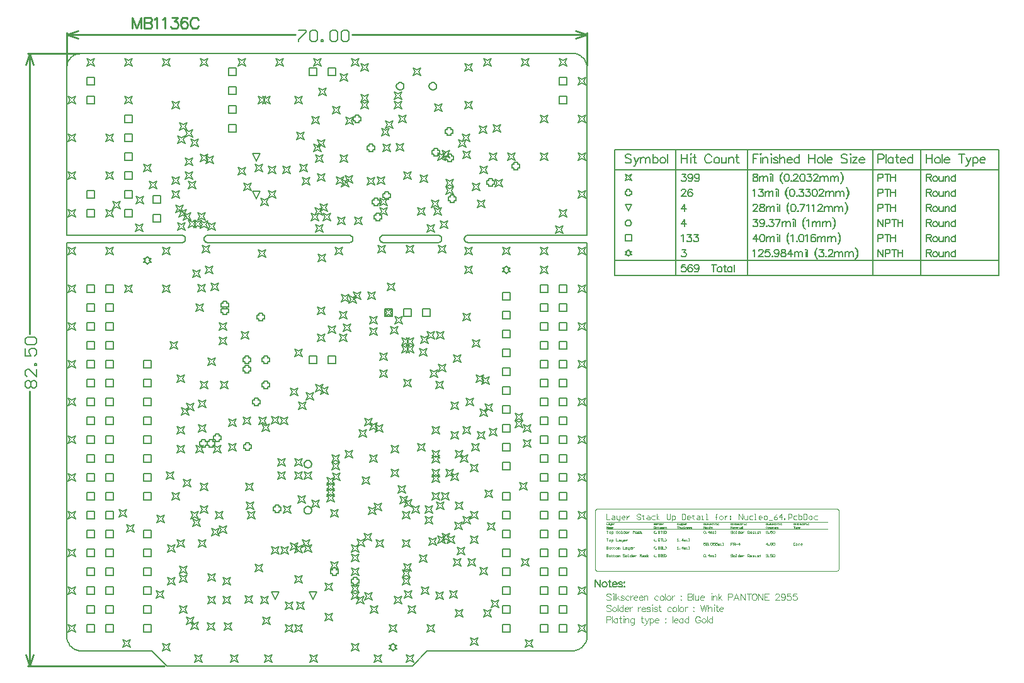
<source format=gbr>
%FSTAX23Y23*%
%MOIN*%
%SFA1B1*%

%IPPOS*%
%ADD40C,0.005000*%
%ADD41C,0.008000*%
%ADD44C,0.010000*%
%ADD58C,0.006000*%
%ADD104C,0.006670*%
%ADD105C,0.002000*%
%ADD106C,0.004000*%
%ADD107C,0.005330*%
%LNmb1136-1*%
%LPD*%
G54D40*
X0032Y02085D02*
D01*
X00318Y02084*
X00317Y02084*
X00315Y02084*
X00314Y02084*
X00313Y02083*
X00312Y02083*
X0031Y02082*
X00309Y02082*
X00308Y02081*
X00307Y0208*
X00306Y02079*
X00305Y02078*
X00304Y02077*
X00303Y02076*
X00303Y02075*
X00302Y02073*
X00301Y02072*
X00301Y02071*
X003Y0207*
X003Y02068*
X003Y02067*
X003Y02066*
Y02064*
X003Y02063*
X003Y02061*
X003Y0206*
X00301Y02059*
X00301Y02057*
X00302Y02056*
X00303Y02055*
X00303Y02054*
X00304Y02053*
X00305Y02052*
X00306Y02051*
X00307Y0205*
X00308Y02049*
X00309Y02048*
X0031Y02047*
X00312Y02047*
X00313Y02046*
X00314Y02046*
X00315Y02046*
X00317Y02045*
X00318Y02045*
X0032Y02045*
X0125Y02085D02*
D01*
X01248Y02084*
X01247Y02084*
X01245Y02084*
X01244Y02084*
X01243Y02083*
X01241Y02083*
X0124Y02082*
X01239Y02082*
X01238Y02081*
X01237Y0208*
X01236Y02079*
X01235Y02078*
X01234Y02077*
X01233Y02076*
X01232Y02075*
X01232Y02073*
X01231Y02072*
X01231Y02071*
X0123Y0207*
X0123Y02068*
X0123Y02067*
X0123Y02066*
Y02064*
X0123Y02063*
X0123Y02061*
X0123Y0206*
X01231Y02059*
X01231Y02057*
X01232Y02056*
X01232Y02055*
X01233Y02054*
X01234Y02053*
X01235Y02052*
X01236Y02051*
X01237Y0205*
X01238Y02049*
X01239Y02048*
X0124Y02047*
X01241Y02047*
X01243Y02046*
X01244Y02046*
X01245Y02046*
X01247Y02045*
X01248Y02045*
X0125Y02045*
X01538D02*
D01*
X01539Y02045*
X01541Y02045*
X01542Y02046*
X01544Y02046*
X01545Y02046*
X01546Y02047*
X01547Y02047*
X01549Y02048*
X0155Y02049*
X01551Y0205*
X01552Y02051*
X01553Y02052*
X01554Y02053*
X01554Y02054*
X01555Y02055*
X01556Y02056*
X01556Y02057*
X01557Y02059*
X01557Y0206*
X01557Y02061*
X01558Y02063*
X01558Y02064*
Y02066*
X01558Y02067*
X01557Y02068*
X01557Y0207*
X01557Y02071*
X01556Y02072*
X01556Y02073*
X01555Y02075*
X01554Y02076*
X01554Y02077*
X01553Y02078*
X01552Y02079*
X01551Y0208*
X0155Y02081*
X01549Y02082*
X01547Y02082*
X01546Y02083*
X01545Y02083*
X01544Y02084*
X01542Y02084*
X01541Y02084*
X01539Y02085*
X01538Y02085*
X01698D02*
D01*
X01696Y02084*
X01695Y02084*
X01693Y02084*
X01692Y02084*
X01691Y02083*
X0169Y02083*
X01688Y02082*
X01687Y02082*
X01686Y02081*
X01685Y0208*
X01684Y02079*
X01683Y02078*
X01682Y02077*
X01681Y02076*
X0168Y02075*
X0168Y02073*
X01679Y02072*
X01679Y02071*
X01678Y0207*
X01678Y02068*
X01678Y02067*
X01678Y02066*
Y02064*
X01678Y02063*
X01678Y02061*
X01678Y0206*
X01679Y02059*
X01679Y02057*
X0168Y02056*
X0168Y02055*
X01681Y02054*
X01682Y02053*
X01683Y02052*
X01684Y02051*
X01685Y0205*
X01686Y02049*
X01687Y02048*
X01688Y02047*
X0169Y02047*
X01691Y02046*
X01692Y02046*
X01693Y02046*
X01695Y02045*
X01696Y02045*
X01698Y02045*
X00182D02*
D01*
X00183Y02045*
X00185Y02045*
X00186Y02046*
X00187Y02046*
X00189Y02046*
X0019Y02047*
X00191Y02047*
X00192Y02048*
X00193Y02049*
X00194Y0205*
X00195Y02051*
X00196Y02052*
X00197Y02053*
X00198Y02054*
X00199Y02055*
X00199Y02056*
X002Y02057*
X00201Y02059*
X00201Y0206*
X00201Y02061*
X00201Y02063*
X00201Y02064*
Y02066*
X00201Y02067*
X00201Y02068*
X00201Y0207*
X00201Y02071*
X002Y02072*
X00199Y02073*
X00199Y02075*
X00198Y02076*
X00197Y02077*
X00196Y02078*
X00195Y02079*
X00194Y0208*
X00193Y02081*
X00192Y02082*
X00191Y02082*
X0019Y02083*
X00189Y02083*
X00187Y02084*
X00186Y02084*
X00185Y02084*
X00183Y02085*
X00182Y02085*
X01068Y02045D02*
D01*
X01069Y02045*
X0107Y02045*
X01072Y02046*
X01073Y02046*
X01074Y02046*
X01076Y02047*
X01077Y02047*
X01078Y02048*
X01079Y02049*
X0108Y0205*
X01081Y02051*
X01082Y02052*
X01083Y02053*
X01084Y02054*
X01085Y02055*
X01085Y02056*
X01086Y02057*
X01086Y02059*
X01087Y0206*
X01087Y02061*
X01087Y02063*
X01087Y02064*
Y02066*
X01087Y02067*
X01087Y02068*
X01087Y0207*
X01086Y02071*
X01086Y02072*
X01085Y02073*
X01085Y02075*
X01084Y02076*
X01083Y02077*
X01082Y02078*
X01081Y02079*
X0108Y0208*
X01079Y02081*
X01078Y02082*
X01077Y02082*
X01076Y02083*
X01074Y02083*
X01073Y02084*
X01072Y02084*
X0107Y02084*
X01069Y02085*
X01068Y02085*
X-00349Y03049D02*
D01*
X-00354Y03049*
X-0036Y03048*
X-00365Y03047*
X-0037Y03046*
X-00376Y03044*
X-00381Y03042*
X-00386Y0304*
X-0039Y03037*
X-00395Y03034*
X-00399Y03031*
X-00403Y03027*
X-00407Y03023*
X-00411Y03019*
X-00414Y03014*
X-00417Y0301*
X-00419Y03005*
X-00422Y03*
X-00424Y02995*
X-00425Y02989*
X-00426Y02984*
X-00427Y02979*
X-00427Y02973*
X-00427Y0297*
Y-0004D02*
D01*
X-00427Y-00046*
X-00427Y-00051*
X-00426Y-00057*
X-00424Y-00062*
X-00423Y-00067*
X-00421Y-00072*
X-00418Y-00077*
X-00415Y-00082*
X-00412Y-00087*
X-00409Y-00091*
X-00405Y-00095*
X-00401Y-00099*
X-00397Y-00102*
X-00393Y-00106*
X-00388Y-00109*
X-00383Y-00111*
X-00378Y-00113*
X-00373Y-00115*
X-00368Y-00117*
X-00362Y-00118*
X-00357Y-00119*
X-00351Y-00119*
X-00349Y-00119*
X02327Y0297D02*
D01*
X02327Y02976*
X02327Y02981*
X02326Y02987*
X02324Y02992*
X02323Y02997*
X02321Y03002*
X02318Y03007*
X02315Y03012*
X02312Y03017*
X02309Y03021*
X02305Y03025*
X02301Y03029*
X02297Y03032*
X02293Y03036*
X02288Y03039*
X02283Y03041*
X02278Y03043*
X02273Y03045*
X02268Y03047*
X02262Y03048*
X02257Y03049*
X02251Y03049*
X02249Y03049*
Y-00119D02*
D01*
X02254Y-00119*
X0226Y-00118*
X02265Y-00117*
X0227Y-00116*
X02276Y-00114*
X02281Y-00112*
X02286Y-0011*
X0229Y-00107*
X02295Y-00104*
X02299Y-00101*
X02303Y-00097*
X02307Y-00093*
X02311Y-00089*
X02314Y-00084*
X02317Y-0008*
X02319Y-00075*
X02322Y-0007*
X02324Y-00065*
X02325Y-00059*
X02326Y-00054*
X02327Y-00049*
X02327Y-00043*
X02327Y-0004*
X01402Y-00198D02*
X01481Y-00119D01*
X01402Y-00198D02*
D01*
X00103D02*
X01402D01*
X00024Y-00119D02*
X00103Y-00198D01*
X00019Y-00119D02*
X00024D01*
X0148D02*
X02249D01*
X0125Y02045D02*
X01538D01*
X0125Y02085D02*
X01538D01*
X-00349Y03049D02*
X02249D01*
X-00349Y-00119D02*
X00019D01*
X-00427Y02085D02*
X00182D01*
X-00427Y02045D02*
X00182D01*
X0032D02*
X01068D01*
X0032Y02085D02*
X01068D01*
X01698Y02045D02*
X02327D01*
X01698Y02085D02*
X02327D01*
X-00427Y-0004D02*
Y02045D01*
Y02085D02*
Y0297D01*
X02327Y-0004D02*
Y02045D01*
Y02085D02*
Y0297D01*
X0043Y0263D02*
Y0267D01*
X0047*
Y0263*
X0043*
Y0273D02*
Y0277D01*
X0047*
Y0273*
X0043*
Y0283D02*
Y0287D01*
X0047*
Y0283*
X0043*
Y0293D02*
Y0297D01*
X0047*
Y0293*
X0043*
X-0012Y0248D02*
Y0252D01*
X-0008*
Y0248*
X-0012*
Y0228D02*
Y0232D01*
X-0008*
Y0228*
X-0012*
Y0258D02*
Y0262D01*
X-0008*
Y0258*
X-0012*
Y0268D02*
Y0272D01*
X-0008*
Y0268*
X-0012*
Y0238D02*
Y0242D01*
X-0008*
Y0238*
X-0012*
Y0218D02*
Y0222D01*
X-0008*
Y0218*
X-0012*
X-0002Y-0002D02*
Y0002D01*
X0002*
Y-0002*
X-0002*
Y0018D02*
Y0022D01*
X0002*
Y0018*
X-0002*
Y0008D02*
Y0012D01*
X0002*
Y0008*
X-0002*
Y0038D02*
Y0042D01*
X0002*
Y0038*
X-0002*
Y0048D02*
Y0052D01*
X0002*
Y0048*
X-0002*
Y0028D02*
Y0032D01*
X0002*
Y0028*
X-0002*
Y0118D02*
Y0122D01*
X0002*
Y0118*
X-0002*
Y0138D02*
Y0142D01*
X0002*
Y0138*
X-0002*
Y0068D02*
Y0072D01*
X0002*
Y0068*
X-0002*
Y0078D02*
Y0082D01*
X0002*
Y0078*
X-0002*
Y0088D02*
Y0092D01*
X0002*
Y0088*
X-0002*
Y0098D02*
Y0102D01*
X0002*
Y0098*
X-0002*
Y0128D02*
Y0132D01*
X0002*
Y0128*
X-0002*
Y0108D02*
Y0112D01*
X0002*
Y0108*
X-0002*
X0188Y0028D02*
Y0032D01*
X0192*
Y0028*
X0188*
Y0008D02*
Y0012D01*
X0192*
Y0008*
X0188*
Y0038D02*
Y0042D01*
X0192*
Y0038*
X0188*
Y0048D02*
Y0052D01*
X0192*
Y0048*
X0188*
Y0058D02*
Y0062D01*
X0192*
Y0058*
X0188*
Y0068D02*
Y0072D01*
X0192*
Y0068*
X0188*
Y-0002D02*
Y0002D01*
X0192*
Y-0002*
X0188*
Y0018D02*
Y0022D01*
X0192*
Y0018*
X0188*
Y0084D02*
Y0088D01*
X0192*
Y0084*
X0188*
Y0094D02*
Y0098D01*
X0192*
Y0094*
X0188*
Y0104D02*
Y0108D01*
X0192*
Y0104*
X0188*
Y0114D02*
Y0118D01*
X0192*
Y0114*
X0188*
Y0124D02*
Y0128D01*
X0192*
Y0124*
X0188*
Y0154D02*
Y0158D01*
X0192*
Y0154*
X0188*
Y0134D02*
Y0138D01*
X0192*
Y0134*
X0188*
Y0174D02*
Y0178D01*
X0192*
Y0174*
X0188*
Y0164D02*
Y0168D01*
X0192*
Y0164*
X0188*
Y0144D02*
Y0148D01*
X0192*
Y0144*
X0188*
X-0022Y0178D02*
Y0182D01*
X-0018*
Y0178*
X-0022*
Y0058D02*
Y0062D01*
X-0018*
Y0058*
X-0022*
Y0068D02*
Y0072D01*
X-0018*
Y0068*
X-0022*
Y0078D02*
Y0082D01*
X-0018*
Y0078*
X-0022*
Y0098D02*
Y0102D01*
X-0018*
Y0098*
X-0022*
Y0108D02*
Y0112D01*
X-0018*
Y0108*
X-0022*
Y0118D02*
Y0122D01*
X-0018*
Y0118*
X-0022*
Y0128D02*
Y0132D01*
X-0018*
Y0128*
X-0022*
Y0138D02*
Y0142D01*
X-0018*
Y0138*
X-0022*
Y0148D02*
Y0152D01*
X-0018*
Y0148*
X-0022*
Y0018D02*
Y0022D01*
X-0018*
Y0018*
X-0022*
Y-0002D02*
Y0002D01*
X-0018*
Y-0002*
X-0022*
Y0008D02*
Y0012D01*
X-0018*
Y0008*
X-0022*
Y0158D02*
Y0162D01*
X-0018*
Y0158*
X-0022*
Y0168D02*
Y0172D01*
X-0018*
Y0168*
X-0022*
Y0048D02*
Y0052D01*
X-0018*
Y0048*
X-0022*
Y0028D02*
Y0032D01*
X-0018*
Y0028*
X-0022*
Y0038D02*
Y0042D01*
X-0018*
Y0038*
X-0022*
Y0088D02*
Y0092D01*
X-0018*
Y0088*
X-0022*
X-0032D02*
Y0092D01*
X-0028*
Y0088*
X-0032*
Y0038D02*
Y0042D01*
X-0028*
Y0038*
X-0032*
Y0028D02*
Y0032D01*
X-0028*
Y0028*
X-0032*
Y0048D02*
Y0052D01*
X-0028*
Y0048*
X-0032*
Y0178D02*
Y0182D01*
X-0028*
Y0178*
X-0032*
Y0168D02*
Y0172D01*
X-0028*
Y0168*
X-0032*
Y0158D02*
Y0162D01*
X-0028*
Y0158*
X-0032*
Y0008D02*
Y0012D01*
X-0028*
Y0008*
X-0032*
Y-0002D02*
Y0002D01*
X-0028*
Y-0002*
X-0032*
Y0018D02*
Y0022D01*
X-0028*
Y0018*
X-0032*
Y0148D02*
Y0152D01*
X-0028*
Y0148*
X-0032*
Y0138D02*
Y0142D01*
X-0028*
Y0138*
X-0032*
Y0128D02*
Y0132D01*
X-0028*
Y0128*
X-0032*
Y0118D02*
Y0122D01*
X-0028*
Y0118*
X-0032*
Y0108D02*
Y0112D01*
X-0028*
Y0108*
X-0032*
Y0098D02*
Y0102D01*
X-0028*
Y0098*
X-0032*
Y0078D02*
Y0082D01*
X-0028*
Y0078*
X-0032*
Y0068D02*
Y0072D01*
X-0028*
Y0068*
X-0032*
Y0058D02*
Y0062D01*
X-0028*
Y0058*
X-0032*
X0208D02*
Y0062D01*
X0212*
Y0058*
X0208*
Y0068D02*
Y0072D01*
X0212*
Y0068*
X0208*
Y0078D02*
Y0082D01*
X0212*
Y0078*
X0208*
Y0098D02*
Y0102D01*
X0212*
Y0098*
X0208*
Y0108D02*
Y0112D01*
X0212*
Y0108*
X0208*
Y0118D02*
Y0122D01*
X0212*
Y0118*
X0208*
Y0128D02*
Y0132D01*
X0212*
Y0128*
X0208*
Y0138D02*
Y0142D01*
X0212*
Y0138*
X0208*
Y0148D02*
Y0152D01*
X0212*
Y0148*
X0208*
Y0018D02*
Y0022D01*
X0212*
Y0018*
X0208*
Y-0002D02*
Y0002D01*
X0212*
Y-0002*
X0208*
Y0008D02*
Y0012D01*
X0212*
Y0008*
X0208*
Y0158D02*
Y0162D01*
X0212*
Y0158*
X0208*
Y0168D02*
Y0172D01*
X0212*
Y0168*
X0208*
Y0178D02*
Y0182D01*
X0212*
Y0178*
X0208*
Y0048D02*
Y0052D01*
X0212*
Y0048*
X0208*
Y0028D02*
Y0032D01*
X0212*
Y0028*
X0208*
Y0038D02*
Y0042D01*
X0212*
Y0038*
X0208*
Y0088D02*
Y0092D01*
X0212*
Y0088*
X0208*
X0218D02*
Y0092D01*
X0222*
Y0088*
X0218*
Y0038D02*
Y0042D01*
X0222*
Y0038*
X0218*
Y0028D02*
Y0032D01*
X0222*
Y0028*
X0218*
Y0048D02*
Y0052D01*
X0222*
Y0048*
X0218*
Y0168D02*
Y0172D01*
X0222*
Y0168*
X0218*
Y0158D02*
Y0162D01*
X0222*
Y0158*
X0218*
Y0008D02*
Y0012D01*
X0222*
Y0008*
X0218*
Y-0002D02*
Y0002D01*
X0222*
Y-0002*
X0218*
Y0018D02*
Y0022D01*
X0222*
Y0018*
X0218*
Y0148D02*
Y0152D01*
X0222*
Y0148*
X0218*
Y0138D02*
Y0142D01*
X0222*
Y0138*
X0218*
Y0128D02*
Y0132D01*
X0222*
Y0128*
X0218*
Y0118D02*
Y0122D01*
X0222*
Y0118*
X0218*
Y0108D02*
Y0112D01*
X0222*
Y0108*
X0218*
Y0098D02*
Y0102D01*
X0222*
Y0098*
X0218*
Y0078D02*
Y0082D01*
X0222*
Y0078*
X0218*
Y0068D02*
Y0072D01*
X0222*
Y0068*
X0218*
Y0058D02*
Y0062D01*
X0222*
Y0058*
X0218*
Y0178D02*
Y0182D01*
X0222*
Y0178*
X0218*
X01255Y01655D02*
Y01695D01*
X01295*
Y01655*
X01255*
X01355D02*
Y01695D01*
X01395*
Y01655*
X01355*
X01455D02*
Y01695D01*
X01495*
Y01655*
X01455*
X00875Y00155D02*
X00855Y00195D01*
X00895*
X00875Y00155*
X00675D02*
X00655Y00195D01*
X00695*
X00675Y00155*
X-0032Y0288D02*
Y0292D01*
X-0028*
Y0288*
X-0032*
Y0278D02*
Y0282D01*
X-0028*
Y0278*
X-0032*
Y0228D02*
Y0232D01*
X-0028*
Y0228*
X-0032*
Y0218D02*
Y0222D01*
X-0028*
Y0218*
X-0032*
X0218Y0278D02*
Y0282D01*
X0222*
Y0278*
X0218*
Y0288D02*
Y0292D01*
X0222*
Y0288*
X0218*
X0003Y02255D02*
Y02295D01*
X0007*
Y02255*
X0003*
Y02155D02*
Y02195D01*
X0007*
Y02155*
X0003*
X00955Y0293D02*
Y0297D01*
X00995*
Y0293*
X00955*
X00855D02*
Y0297D01*
X00895*
Y0293*
X00855*
X00955Y01405D02*
Y01445D01*
X00995*
Y01405*
X00955*
X00855D02*
Y01445D01*
X00895*
Y01405*
X00855*
X00575Y02479D02*
X00555Y02519D01*
X00595*
X00575Y02479*
Y02279D02*
X00555Y02319D01*
X00595*
X00575Y02279*
X019Y0188D02*
X0191Y0189D01*
X0192*
X0191Y019*
X0192Y0191*
X0191*
X019Y0192*
X0189Y0191*
X0188*
X0189Y019*
X0188Y0189*
X0189*
X019Y0188*
X013Y-0012D02*
X0131Y-0011D01*
X0132*
X0131Y-001*
X0132Y-0009*
X0131*
X013Y-0008*
X0129Y-0009*
X0128*
X0129Y-001*
X0128Y-0011*
X0129*
X013Y-0012*
X0Y0193D02*
X0001Y0194D01*
X0002*
X0001Y0195*
X0002Y0196*
X0001*
X0Y0197*
X-0001Y0196*
X-0002*
X-0001Y0195*
X-0002Y0194*
X-0001*
X0Y0193*
X0176Y00285D02*
X0177Y00305D01*
X0176Y00325*
X0178Y00315*
X018Y00325*
X0179Y00305*
X018Y00285*
X0178Y00295*
X0176Y00285*
X0171Y0045D02*
X0172Y0047D01*
X0171Y0049*
X0173Y0048*
X0175Y0049*
X0174Y0047*
X0175Y0045*
X0173Y0046*
X0171Y0045*
X00975Y0084D02*
X00985Y0086D01*
X00975Y0088*
X00995Y0087*
X01015Y0088*
X01005Y0086*
X01015Y0084*
X00995Y0085*
X00975Y0084*
Y0088D02*
X00985Y009D01*
X00975Y0092*
X00995Y0091*
X01015Y0092*
X01005Y009*
X01015Y0088*
X00995Y0089*
X00975Y0088*
X0135Y0058D02*
X0136Y006D01*
X0135Y0062*
X0137Y0061*
X0139Y0062*
X0138Y006*
X0139Y0058*
X0137Y0059*
X0135Y0058*
X0147Y00555D02*
X0148Y00575D01*
X0147Y00595*
X0149Y00585*
X0151Y00595*
X015Y00575*
X0151Y00555*
X0149Y00565*
X0147Y00555*
X01625Y00525D02*
X01635Y00545D01*
X01625Y00565*
X01645Y00555*
X01665Y00565*
X01655Y00545*
X01665Y00525*
X01645Y00535*
X01625Y00525*
X0147Y0061D02*
X0148Y0063D01*
X0147Y0065*
X0149Y0064*
X0151Y0065*
X015Y0063*
X0151Y0061*
X0149Y0062*
X0147Y0061*
X0144Y0035D02*
X0145Y0037D01*
X0144Y0039*
X0146Y0038*
X0148Y0039*
X0147Y0037*
X0148Y0035*
X0146Y0036*
X0144Y0035*
X00405Y-0001D02*
X00415Y0001D01*
X00405Y0003*
X00425Y0002*
X00445Y0003*
X00435Y0001*
X00445Y-0001*
X00425Y0*
X00405Y-0001*
X00315D02*
X00325Y0001D01*
X00315Y0003*
X00335Y0002*
X00355Y0003*
X00345Y0001*
X00355Y-0001*
X00335Y0*
X00315Y-0001*
X00505Y0108D02*
X00515Y011D01*
X00505Y0112*
X00525Y0111*
X00545Y0112*
X00535Y011*
X00545Y0108*
X00525Y0109*
X00505Y0108*
X01025Y0173D02*
X01035Y0175D01*
X01025Y0177*
X01045Y0176*
X01065Y0177*
X01055Y0175*
X01065Y0173*
X01045Y0174*
X01025Y0173*
X0155Y0212D02*
X0156Y0214D01*
X0155Y0216*
X0157Y0215*
X0159Y0216*
X0158Y0214*
X0159Y0212*
X0157Y0213*
X0155Y0212*
X0216Y02095D02*
X0217Y02115D01*
X0216Y02135*
X0218Y02125*
X022Y02135*
X0219Y02115*
X022Y02095*
X0218Y02105*
X0216Y02095*
X0123Y0219D02*
X0124Y0221D01*
X0123Y0223*
X0125Y0222*
X0127Y0223*
X0126Y0221*
X0127Y0219*
X0125Y022*
X0123Y0219*
X0184Y0234D02*
X0185Y0236D01*
X0184Y0238*
X0186Y0237*
X0188Y0238*
X0187Y0236*
X0188Y0234*
X0186Y0235*
X0184Y0234*
X0082Y0235D02*
X0083Y0237D01*
X0082Y0239*
X0084Y0238*
X0086Y0239*
X0085Y0237*
X0086Y0235*
X0084Y0236*
X0082Y0235*
X0156Y02494D02*
X0157Y02514D01*
X0156Y02534*
X0158Y02524*
X016Y02534*
X0159Y02514*
X016Y02494*
X0158Y02504*
X0156Y02494*
X0158Y023D02*
X0159Y0232D01*
X0158Y0234*
X016Y0233*
X0162Y0234*
X0161Y0232*
X0162Y023*
X016Y0231*
X0158Y023*
Y0234D02*
X0159Y0236D01*
X0158Y0238*
X016Y0237*
X0162Y0238*
X0161Y0236*
X0162Y0234*
X016Y0235*
X0158Y0234*
X0148Y01535D02*
X0149Y01555D01*
X0148Y01575*
X015Y01565*
X0152Y01575*
X0151Y01555*
X0152Y01535*
X015Y01545*
X0148Y01535*
X0153D02*
X0154Y01555D01*
X0153Y01575*
X0155Y01565*
X0157Y01575*
X0156Y01555*
X0157Y01535*
X0155Y01545*
X0153Y01535*
X0137Y0146D02*
X0138Y0148D01*
X0137Y015*
X0139Y0149*
X0141Y015*
X014Y0148*
X0141Y0146*
X0139Y0147*
X0137Y0146*
Y015D02*
X0138Y0152D01*
X0137Y0154*
X0139Y0153*
X0141Y0154*
X014Y0152*
X0141Y015*
X0139Y0151*
X0137Y015*
X01345Y0146D02*
X01355Y0148D01*
X01345Y015*
X01365Y0149*
X01385Y015*
X01375Y0148*
X01385Y0146*
X01365Y0147*
X01345Y0146*
Y015D02*
X01355Y0152D01*
X01345Y0154*
X01365Y0153*
X01385Y0154*
X01375Y0152*
X01385Y015*
X01365Y0151*
X01345Y015*
X01015Y0164D02*
X01025Y0166D01*
X01015Y0168*
X01035Y0167*
X01055Y0168*
X01045Y0166*
X01055Y0164*
X01035Y0165*
X01015Y0164*
Y0152D02*
X01025Y0154D01*
X01015Y0156*
X01035Y0155*
X01055Y0156*
X01045Y0154*
X01055Y0152*
X01035Y0153*
X01015Y0152*
X00955Y01565D02*
X00965Y01585D01*
X00955Y01605*
X00975Y01595*
X00995Y01605*
X00985Y01585*
X00995Y01565*
X00975Y01575*
X00955Y01565*
X009Y0152D02*
X0091Y0154D01*
X009Y0156*
X0092Y0155*
X0094Y0156*
X0093Y0154*
X0094Y0152*
X0092Y0153*
X009Y0152*
X00495Y01535D02*
X00505Y01555D01*
X00495Y01575*
X00515Y01565*
X00535Y01575*
X00525Y01555*
X00535Y01535*
X00515Y01545*
X00495Y01535*
X009Y01665D02*
X0091Y01685D01*
X009Y01705*
X0092Y01695*
X0094Y01705*
X0093Y01685*
X0094Y01665*
X0092Y01675*
X009Y01665*
X004Y0023D02*
X0041Y0025D01*
X004Y0027*
X0042Y0026*
X0044Y0027*
X0043Y0025*
X0044Y0023*
X0042Y0024*
X004Y0023*
X0034Y0049D02*
X0035Y0051D01*
X0034Y0053*
X0036Y0052*
X0038Y0053*
X0037Y0051*
X0038Y0049*
X0036Y005*
X0034Y0049*
X0024Y0054D02*
X0025Y0056D01*
X0024Y0058*
X0026Y0057*
X0028Y0058*
X0027Y0056*
X0028Y0054*
X0026Y0055*
X0024Y0054*
X0035Y0093D02*
X0036Y0095D01*
X0035Y0097*
X0037Y0096*
X0039Y0097*
X0038Y0095*
X0039Y0093*
X0037Y0094*
X0035Y0093*
X0052Y00955D02*
Y00945D01*
X0054*
Y00955*
X0055*
Y00975*
X0054*
Y00985*
X0052*
Y00975*
X0051*
Y00955*
X0052*
X01585Y0045D02*
X01595Y0047D01*
X01585Y0049*
X01605Y0048*
X01625Y0049*
X01615Y0047*
X01625Y0045*
X01605Y0046*
X01585Y0045*
X0171Y0058D02*
X0172Y006D01*
X0171Y0062*
X0173Y0061*
X0175Y0062*
X0174Y006*
X0175Y0058*
X0173Y0059*
X0171Y0058*
X0197Y00735D02*
X0198Y00755D01*
X0197Y00775*
X0199Y00765*
X0201Y00775*
X02Y00755*
X0201Y00735*
X0199Y00745*
X0197Y00735*
X01505Y00775D02*
X01515Y00795D01*
X01505Y00815*
X01525Y00805*
X01545Y00815*
X01535Y00795*
X01545Y00775*
X01525Y00785*
X01505Y00775*
X01605Y00785D02*
X01615Y00805D01*
X01605Y00825*
X01625Y00815*
X01645Y00825*
X01635Y00805*
X01645Y00785*
X01625Y00795*
X01605Y00785*
X01785Y0115D02*
X01795Y0117D01*
X01785Y0119*
X01805Y0118*
X01825Y0119*
X01815Y0117*
X01825Y0115*
X01805Y0116*
X01785Y0115*
X0176Y01125D02*
X0177Y01145D01*
X0176Y01165*
X0178Y01155*
X018Y01165*
X0179Y01145*
X018Y01125*
X0178Y01135*
X0176Y01125*
X01745Y01005D02*
X01755Y01025D01*
X01745Y01045*
X01765Y01035*
X01785Y01045*
X01775Y01025*
X01785Y01005*
X01765Y01015*
X01745Y01005*
X01715Y0094D02*
X01725Y0096D01*
X01715Y0098*
X01735Y0097*
X01755Y0098*
X01745Y0096*
X01755Y0094*
X01735Y0095*
X01715Y0094*
X01685Y0118D02*
X01695Y012D01*
X01685Y0122*
X01705Y0121*
X01725Y0122*
X01715Y012*
X01725Y0118*
X01705Y0119*
X01685Y0118*
X01525Y0127D02*
X01535Y0129D01*
X01525Y0131*
X01545Y013*
X01565Y0131*
X01555Y0129*
X01565Y0127*
X01545Y0128*
X01525Y0127*
X0121Y0217D02*
Y0216D01*
X0123*
Y0217*
X0124*
Y0219*
X0123*
Y022*
X0121*
Y0219*
X012*
Y0217*
X0121*
X01065Y01725D02*
X01075Y01745D01*
X01065Y01765*
X01085Y01755*
X01105Y01765*
X01095Y01745*
X01105Y01725*
X01085Y01735*
X01065Y01725*
X01165Y01745D02*
X01175Y01765D01*
X01165Y01785*
X01185Y01775*
X01205Y01785*
X01195Y01765*
X01205Y01745*
X01185Y01755*
X01165Y01745*
X0109D02*
X011Y01765D01*
X0109Y01785*
X0111Y01775*
X0113Y01785*
X0112Y01765*
X0113Y01745*
X0111Y01755*
X0109Y01745*
X01145Y00465D02*
X01155Y00485D01*
X01145Y00505*
X01165Y00495*
X01185Y00505*
X01175Y00485*
X01185Y00465*
X01165Y00475*
X01145Y00465*
X01095Y0214D02*
X01105Y0216D01*
X01095Y0218*
X01115Y0217*
X01135Y0218*
X01125Y0216*
X01135Y0214*
X01115Y0215*
X01095Y0214*
X01005D02*
X01015Y0216D01*
X01005Y0218*
X01025Y0217*
X01045Y0218*
X01035Y0216*
X01045Y0214*
X01025Y0215*
X01005Y0214*
X01516Y02191D02*
X01526Y02211D01*
X01516Y02231*
X01536Y02221*
X01556Y02231*
X01546Y02211*
X01556Y02191*
X01536Y02201*
X01516Y02191*
X01602Y02267D02*
Y02257D01*
X01622*
Y02267*
X01632*
Y02287*
X01622*
Y02297*
X01602*
Y02287*
X01592*
Y02267*
X01602*
X01745Y0223D02*
X01755Y0225D01*
X01745Y0227*
X01765Y0226*
X01785Y0227*
X01775Y0225*
X01785Y0223*
X01765Y0224*
X01745Y0223*
X0059Y0164D02*
Y0163D01*
X0061*
Y0164*
X0062*
Y0166*
X0061*
Y0167*
X0059*
Y0166*
X0058*
Y0164*
X0059*
X0144Y01445D02*
X0145Y01465D01*
X0144Y01485*
X0146Y01475*
X0148Y01485*
X0147Y01465*
X0148Y01445*
X0146Y01455*
X0144Y01445*
X01445Y0151D02*
X01455Y0153D01*
X01445Y0155*
X01465Y0154*
X01485Y0155*
X01475Y0153*
X01485Y0151*
X01465Y0152*
X01445Y0151*
X00615Y01415D02*
Y01405D01*
X00635*
Y01415*
X00645*
Y01435*
X00635*
Y01445*
X00615*
Y01435*
X00605*
Y01415*
X00615*
X01495Y0133D02*
X01505Y0135D01*
X01495Y0137*
X01515Y0136*
X01535Y0137*
X01525Y0135*
X01535Y0133*
X01515Y0134*
X01495Y0133*
X01355Y0128D02*
X01365Y013D01*
X01355Y0132*
X01375Y0131*
X01395Y0132*
X01385Y013*
X01395Y0128*
X01375Y0129*
X01355Y0128*
X012Y0225D02*
Y0224D01*
X0122*
Y0225*
X0123*
Y0227*
X0122*
Y0228*
X012*
Y0227*
X0119*
Y0225*
X012*
X01255Y01655D02*
X01265Y01675D01*
X01255Y01695*
X01275Y01685*
X01295Y01695*
X01285Y01675*
X01295Y01655*
X01275Y01665*
X01255Y01655*
X0105Y0267D02*
X0106Y0269D01*
X0105Y0271*
X0107Y027*
X0109Y0271*
X0108Y0269*
X0109Y0267*
X0107Y0268*
X0105Y0267*
X01502Y0223D02*
X01512Y0225D01*
X01502Y0227*
X01522Y0226*
X01542Y0227*
X01532Y0225*
X01542Y0223*
X01522Y0224*
X01502Y0223*
X0123Y0224D02*
X0124Y0226D01*
X0123Y0228*
X0125Y0227*
X0127Y0228*
X0126Y0226*
X0127Y0224*
X0125Y0225*
X0123Y0224*
X0036Y01D02*
Y0099D01*
X0038*
Y01*
X0039*
Y0102*
X0038*
Y0103*
X0036*
Y0102*
X0035*
Y01*
X0036*
X0194Y0244D02*
Y0243D01*
X0196*
Y0244*
X0197*
Y0246*
X0196*
Y0247*
X0194*
Y0246*
X0193*
Y0244*
X0194*
X00045Y0016D02*
X00055Y0018D01*
X00045Y002*
X00065Y0019*
X00085Y002*
X00075Y0018*
X00085Y0016*
X00065Y0017*
X00045Y0016*
X00105Y0023D02*
X00115Y0025D01*
X00105Y0027*
X00125Y0026*
X00145Y0027*
X00135Y0025*
X00145Y0023*
X00125Y0024*
X00105Y0023*
X0174Y01305D02*
X0175Y01325D01*
X0174Y01345*
X0176Y01335*
X0178Y01345*
X0177Y01325*
X0178Y01305*
X0176Y01315*
X0174Y01305*
X0177Y01295D02*
X0178Y01315D01*
X0177Y01335*
X0179Y01325*
X0181Y01335*
X018Y01315*
X0181Y01295*
X0179Y01305*
X0177Y01295*
X0089Y01255D02*
X009Y01275D01*
X0089Y01295*
X0091Y01285*
X0093Y01295*
X0092Y01275*
X0093Y01255*
X0091Y01265*
X0089Y01255*
X00915Y0124D02*
X00925Y0126D01*
X00915Y0128*
X00935Y0127*
X00955Y0128*
X00945Y0126*
X00955Y0124*
X00935Y0125*
X00915Y0124*
X01605Y0116D02*
X01615Y0118D01*
X01605Y012*
X01625Y0119*
X01645Y012*
X01635Y0118*
X01645Y0116*
X01625Y0117*
X01605Y0116*
X0115Y01075D02*
X0116Y01095D01*
X0115Y01115*
X0117Y01105*
X0119Y01115*
X0118Y01095*
X0119Y01075*
X0117Y01085*
X0115Y01075*
X01175Y0105D02*
X01185Y0107D01*
X01175Y0109*
X01195Y0108*
X01215Y0109*
X01205Y0107*
X01215Y0105*
X01195Y0106*
X01175Y0105*
X01205Y0104D02*
X01215Y0106D01*
X01205Y0108*
X01225Y0107*
X01245Y0108*
X01235Y0106*
X01245Y0104*
X01225Y0105*
X01205Y0104*
X0112Y01015D02*
X0113Y01035D01*
X0112Y01055*
X0114Y01045*
X0116Y01055*
X0115Y01035*
X0116Y01015*
X0114Y01025*
X0112Y01015*
X01045Y00905D02*
X01055Y00925D01*
X01045Y00945*
X01065Y00935*
X01085Y00945*
X01075Y00925*
X01085Y00905*
X01065Y00915*
X01045Y00905*
X0095Y0076D02*
X0096Y0078D01*
X0095Y008*
X0097Y0079*
X0099Y008*
X0098Y0078*
X0099Y0076*
X0097Y0077*
X0095Y0076*
Y0073D02*
X0096Y0075D01*
X0095Y0077*
X0097Y0076*
X0099Y0077*
X0098Y0075*
X0099Y0073*
X0097Y0074*
X0095Y0073*
Y007D02*
X0096Y0072D01*
X0095Y0074*
X0097Y0073*
X0099Y0074*
X0098Y0072*
X0099Y007*
X0097Y0071*
X0095Y007*
Y0067D02*
X0096Y0069D01*
X0095Y0071*
X0097Y007*
X0099Y0071*
X0098Y0069*
X0099Y0067*
X0097Y0068*
X0095Y0067*
X00795Y00665D02*
X00805Y00685D01*
X00795Y00705*
X00815Y00695*
X00835Y00705*
X00825Y00685*
X00835Y00665*
X00815Y00675*
X00795Y00665*
X0087Y0064D02*
X0088Y0066D01*
X0087Y0068*
X0089Y0067*
X0091Y0068*
X009Y0066*
X0091Y0064*
X0089Y0065*
X0087Y0064*
X0053Y0058D02*
X0054Y006D01*
X0053Y0062*
X0055Y0061*
X0057Y0062*
X0056Y006*
X0057Y0058*
X0055Y0059*
X0053Y0058*
X01505Y0103D02*
X01515Y0105D01*
X01505Y0107*
X01525Y0106*
X01545Y0107*
X01535Y0105*
X01545Y0103*
X01525Y0104*
X01505Y0103*
X01785Y00695D02*
X01795Y00715D01*
X01785Y00735*
X01805Y00725*
X01825Y00735*
X01815Y00715*
X01825Y00695*
X01805Y00705*
X01785Y00695*
X0129Y00805D02*
X013Y00825D01*
X0129Y00845*
X0131Y00835*
X0133Y00845*
X0132Y00825*
X0133Y00805*
X0131Y00815*
X0129Y00805*
X00585Y0278D02*
X00595Y028D01*
X00585Y0282*
X00605Y0281*
X00625Y0282*
X00615Y028*
X00625Y0278*
X00605Y0279*
X00585Y0278*
X0061Y02782D02*
X0062Y02802D01*
X0061Y02822*
X0063Y02812*
X0065Y02822*
X0064Y02802*
X0065Y02782*
X0063Y02792*
X0061Y02782*
X0087Y02675D02*
X0088Y02695D01*
X0087Y02715*
X0089Y02705*
X0091Y02715*
X009Y02695*
X0091Y02675*
X0089Y02685*
X0087Y02675*
X00522Y00632D02*
X00532Y00652D01*
X00522Y00672*
X00542Y00662*
X00562Y00672*
X00552Y00652*
X00562Y00632*
X00542Y00642*
X00522Y00632*
X00605Y01045D02*
X00615Y01065D01*
X00605Y01085*
X00625Y01075*
X00645Y01085*
X00635Y01065*
X00645Y01045*
X00625Y01055*
X00605Y01045*
X00755Y01235D02*
X00765Y01255D01*
X00755Y01275*
X00775Y01265*
X00795Y01275*
X00785Y01255*
X00795Y01235*
X00775Y01245*
X00755Y01235*
X0127Y01792D02*
X0128Y01812D01*
X0127Y01832*
X0129Y01822*
X0131Y01832*
X013Y01812*
X0131Y01792*
X0129Y01802*
X0127Y01792*
X00902Y01945D02*
X00912Y01965D01*
X00902Y01985*
X00922Y01975*
X00942Y01985*
X00932Y01965*
X00942Y01945*
X00922Y01955*
X00902Y01945*
X00585Y01967D02*
X00595Y01987D01*
X00585Y02007*
X00605Y01997*
X00625Y02007*
X00615Y01987*
X00625Y01967*
X00605Y01977*
X00585Y01967*
X0078Y02782D02*
X0079Y02802D01*
X0078Y02822*
X008Y02812*
X0082Y02822*
X0081Y02802*
X0082Y02782*
X008Y02792*
X0078Y02782*
X01247Y02527D02*
X01257Y02547D01*
X01247Y02567*
X01267Y02557*
X01287Y02567*
X01277Y02547*
X01287Y02527*
X01267Y02537*
X01247Y02527*
X01442Y02365D02*
X01452Y02385D01*
X01442Y02405*
X01462Y02395*
X01482Y02405*
X01472Y02385*
X01482Y02365*
X01462Y02375*
X01442Y02365*
X01585Y02625D02*
Y02615D01*
X01605*
Y02625*
X01615*
Y02645*
X01605*
Y02655*
X01585*
Y02645*
X01575*
Y02625*
X01585*
X0159Y02484D02*
Y02474D01*
X0161*
Y02484*
X0162*
Y02504*
X0161*
Y02514*
X0159*
Y02504*
X0158*
Y02484*
X0159*
X01755Y02625D02*
X01765Y02645D01*
X01755Y02665*
X01775Y02655*
X01795Y02665*
X01785Y02645*
X01795Y02625*
X01775Y02635*
X01755Y02625*
X01535Y0248D02*
X01545Y025D01*
X01535Y0252*
X01555Y0251*
X01575Y0252*
X01565Y025*
X01575Y0248*
X01555Y0249*
X01535Y0248*
X01405Y0293D02*
X01415Y0295D01*
X01405Y0297*
X01425Y0296*
X01445Y0297*
X01435Y0295*
X01445Y0293*
X01425Y0294*
X01405Y0293*
X01305Y02805D02*
X01315Y02825D01*
X01305Y02845*
X01325Y02835*
X01345Y02845*
X01335Y02825*
X01345Y02805*
X01325Y02815*
X01305Y02805*
Y02755D02*
X01315Y02775D01*
X01305Y02795*
X01325Y02785*
X01345Y02795*
X01335Y02775*
X01345Y02755*
X01325Y02765*
X01305Y02755*
X0133Y0268D02*
X0134Y027D01*
X0133Y0272*
X0135Y0271*
X0137Y0272*
X0136Y027*
X0137Y0268*
X0135Y0269*
X0133Y0268*
X0113Y02755D02*
X0114Y02775D01*
X0113Y02795*
X0115Y02785*
X0117Y02795*
X0116Y02775*
X0117Y02755*
X0115Y02765*
X0113Y02755*
Y02955D02*
X0114Y02975D01*
X0113Y02995*
X0115Y02985*
X0117Y02995*
X0116Y02975*
X0117Y02955*
X0115Y02965*
X0113Y02955*
X0168Y02755D02*
X0169Y02775D01*
X0168Y02795*
X017Y02785*
X0172Y02795*
X0171Y02775*
X0172Y02755*
X017Y02765*
X0168Y02755*
Y02955D02*
X0169Y02975D01*
X0168Y02995*
X017Y02985*
X0172Y02995*
X0171Y02975*
X0172Y02955*
X017Y02965*
X0168Y02955*
X00865Y0216D02*
X00875Y0218D01*
X00865Y022*
X00885Y0219*
X00905Y022*
X00895Y0218*
X00905Y0216*
X00885Y0217*
X00865Y0216*
X00885Y0219D02*
X00895Y0221D01*
X00885Y0223*
X00905Y0222*
X00925Y0223*
X00915Y0221*
X00925Y0219*
X00905Y022*
X00885Y0219*
X00912Y02212D02*
X00922Y02232D01*
X00912Y02252*
X00932Y02242*
X00952Y02252*
X00942Y02232*
X00952Y02212*
X00932Y02222*
X00912Y02212*
X01045Y0236D02*
X01055Y0238D01*
X01045Y024*
X01065Y0239*
X01085Y024*
X01075Y0238*
X01085Y0236*
X01065Y0237*
X01045Y0236*
X0013Y02355D02*
X0014Y02375D01*
X0013Y02395*
X0015Y02385*
X0017Y02395*
X0016Y02375*
X0017Y02355*
X0015Y02365*
X0013Y02355*
Y0228D02*
X0014Y023D01*
X0013Y0232*
X0015Y0231*
X0017Y0232*
X0016Y023*
X0017Y0228*
X0015Y0229*
X0013Y0228*
X00715Y0241D02*
X00725Y0243D01*
X00715Y0245*
X00735Y0244*
X00755Y0245*
X00745Y0243*
X00755Y0241*
X00735Y0242*
X00715Y0241*
X0048Y02405D02*
X0049Y02425D01*
X0048Y02445*
X005Y02435*
X0052Y02445*
X0051Y02425*
X0052Y02405*
X005Y02415*
X0048Y02405*
X0129Y0093D02*
X013Y0095D01*
X0129Y0097*
X0131Y0096*
X0133Y0097*
X0132Y0095*
X0133Y0093*
X0131Y0094*
X0129Y0093*
X0078Y-0002D02*
X0079Y0D01*
X0078Y0002*
X008Y0001*
X0082Y0002*
X0081Y0*
X0082Y-0002*
X008Y-0001*
X0078Y-0002*
X0073D02*
X0074Y0D01*
X0073Y0002*
X0075Y0001*
X0077Y0002*
X0076Y0*
X0077Y-0002*
X0075Y-0001*
X0073Y-0002*
X00905Y02825D02*
X00915Y02845D01*
X00905Y02865*
X00925Y02855*
X00945Y02865*
X00935Y02845*
X00945Y02825*
X00925Y02835*
X00905Y02825*
X01945Y01065D02*
X01955Y01085D01*
X01945Y01105*
X01965Y01095*
X01985Y01105*
X01975Y01085*
X01985Y01065*
X01965Y01075*
X01945Y01065*
Y011D02*
X01955Y0112D01*
X01945Y0114*
X01965Y0113*
X01985Y0114*
X01975Y0112*
X01985Y011*
X01965Y0111*
X01945Y011*
X0028Y02475D02*
X0029Y02495D01*
X0028Y02515*
X003Y02505*
X0032Y02515*
X0031Y02495*
X0032Y02475*
X003Y02485*
X0028Y02475*
X0079Y0259D02*
X008Y0261D01*
X0079Y0263*
X0081Y0262*
X0083Y0263*
X0082Y0261*
X0083Y0259*
X0081Y026*
X0079Y0259*
X01255Y02285D02*
Y02275D01*
X01275*
Y02285*
X01285*
Y02305*
X01275*
Y02315*
X01255*
Y02305*
X01245*
Y02285*
X01255*
X011Y0269D02*
Y0268D01*
X0112*
Y0269*
X0113*
Y0271*
X0112*
Y0272*
X011*
Y0271*
X0109*
Y0269*
X011*
X01172Y02537D02*
Y02527D01*
X01192*
Y02537*
X01202*
Y02557*
X01192*
Y02567*
X01172*
Y02557*
X01162*
Y02537*
X01172*
X00215Y0233D02*
X00225Y0235D01*
X00215Y0237*
X00235Y0236*
X00255Y0237*
X00245Y0235*
X00255Y0233*
X00235Y0234*
X00215Y0233*
X002Y0238D02*
X0021Y024D01*
X002Y0242*
X0022Y0241*
X0024Y0242*
X0023Y024*
X0024Y0238*
X0022Y0239*
X002Y0238*
Y02455D02*
X0021Y02475D01*
X002Y02495*
X0022Y02485*
X0024Y02495*
X0023Y02475*
X0024Y02455*
X0022Y02465*
X002Y02455*
Y02605D02*
X0021Y02625D01*
X002Y02645*
X0022Y02635*
X0024Y02645*
X0023Y02625*
X0024Y02605*
X0022Y02615*
X002Y02605*
X0031Y02465D02*
X0032Y02485D01*
X0031Y02505*
X0033Y02495*
X0035Y02505*
X0034Y02485*
X0035Y02465*
X0033Y02475*
X0031Y02465*
X00805Y0242D02*
X00815Y0244D01*
X00805Y0246*
X00825Y0245*
X00845Y0246*
X00835Y0244*
X00845Y0242*
X00825Y0243*
X00805Y0242*
X0088Y02526D02*
X0089Y02546D01*
X0088Y02566*
X009Y02556*
X0092Y02566*
X0091Y02546*
X0092Y02526*
X009Y02536*
X0088Y02526*
X009Y0255D02*
X0091Y0257D01*
X009Y0259*
X0092Y0258*
X0094Y0259*
X0093Y0257*
X0094Y0255*
X0092Y0256*
X009Y0255*
X00655Y00395D02*
X00665Y00415D01*
X00655Y00435*
X00675Y00425*
X00695Y00435*
X00685Y00415*
X00695Y00395*
X00675Y00405*
X00655Y00395*
X00993Y0198D02*
X01003Y02D01*
X00993Y0202*
X01013Y0201*
X01033Y0202*
X01023Y02*
X01033Y0198*
X01013Y0199*
X00993Y0198*
X01355Y0238D02*
X01365Y024D01*
X01355Y0242*
X01375Y0241*
X01395Y0242*
X01385Y024*
X01395Y0238*
X01375Y0239*
X01355Y0238*
X0098Y0029D02*
Y0028D01*
X01*
Y0029*
X0101*
Y0031*
X01*
Y0032*
X0098*
Y0031*
X0097*
Y0029*
X0098*
X01175Y0088D02*
X01185Y009D01*
X01175Y0092*
X01195Y0091*
X01215Y0092*
X01205Y009*
X01215Y0088*
X01195Y0089*
X01175Y0088*
X00702Y0108D02*
X00712Y011D01*
X00702Y0112*
X00722Y0111*
X00742Y0112*
X00732Y011*
X00742Y0108*
X00722Y0109*
X00702Y0108*
X0098Y02727D02*
X0099Y02747D01*
X0098Y02767*
X01Y02757*
X0102Y02767*
X0101Y02747*
X0102Y02727*
X01Y02737*
X0098Y02727*
X01215Y02355D02*
X01225Y02375D01*
X01215Y02395*
X01235Y02385*
X01255Y02395*
X01245Y02375*
X01255Y02355*
X01235Y02365*
X01215Y02355*
X00655Y01083D02*
X00665Y01103D01*
X00655Y01123*
X00675Y01113*
X00695Y01123*
X00685Y01103*
X00695Y01083*
X00675Y01093*
X00655Y01083*
X0121Y0043D02*
X0122Y0045D01*
X0121Y0047*
X0123Y0046*
X0125Y0047*
X0124Y0045*
X0125Y0043*
X0123Y0044*
X0121Y0043*
X0135Y0023D02*
X0136Y0025D01*
X0135Y0027*
X0137Y0026*
X0139Y0027*
X0138Y0025*
X0139Y0023*
X0137Y0024*
X0135Y0023*
X0143Y0094D02*
X0144Y0096D01*
X0143Y0098*
X0145Y0097*
X0147Y0098*
X0146Y0096*
X0147Y0094*
X0145Y0095*
X0143Y0094*
X0097Y00315D02*
X0098Y00335D01*
X0097Y00355*
X0099Y00345*
X0101Y00355*
X01Y00335*
X0101Y00315*
X0099Y00325*
X0097Y00315*
X01665Y0258D02*
X01675Y026D01*
X01665Y0262*
X01685Y0261*
X01705Y0262*
X01695Y026*
X01705Y0258*
X01685Y0259*
X01665Y0258*
X01645Y0255D02*
X01655Y0257D01*
X01645Y0259*
X01665Y0258*
X01685Y0259*
X01675Y0257*
X01685Y0255*
X01665Y0256*
X01645Y0255*
X01315Y0253D02*
X01325Y0255D01*
X01315Y0257*
X01335Y0256*
X01355Y0257*
X01345Y0255*
X01355Y0253*
X01335Y0254*
X01315Y0253*
X0124Y0261D02*
X0125Y0263D01*
X0124Y0265*
X0126Y0264*
X0128Y0265*
X0127Y0263*
X0128Y0261*
X0126Y0262*
X0124Y0261*
X01905Y0248D02*
X01915Y025D01*
X01905Y0252*
X01925Y0251*
X01945Y0252*
X01935Y025*
X01945Y0248*
X01925Y0249*
X01905Y0248*
X01805Y02355D02*
Y02345D01*
X01825*
Y02355*
X01835*
Y02375*
X01825*
Y02385*
X01805*
Y02375*
X01795*
Y02355*
X01805*
X00155Y0103D02*
X00165Y0105D01*
X00155Y0107*
X00175Y0106*
X00195Y0107*
X00185Y0105*
X00195Y0103*
X00175Y0104*
X00155Y0103*
X01505Y00905D02*
X01515Y00925D01*
X01505Y00945*
X01525Y00935*
X01545Y00945*
X01535Y00925*
X01545Y00905*
X01525Y00915*
X01505Y00905*
X01555Y0068D02*
X01565Y007D01*
X01555Y0072*
X01575Y0071*
X01595Y0072*
X01585Y007*
X01595Y0068*
X01575Y0069*
X01555Y0068*
X01505D02*
X01515Y007D01*
X01505Y0072*
X01525Y0071*
X01545Y0072*
X01535Y007*
X01545Y0068*
X01525Y0069*
X01505Y0068*
X0163Y00905D02*
X0164Y00925D01*
X0163Y00945*
X0165Y00935*
X0167Y00945*
X0166Y00925*
X0167Y00905*
X0165Y00915*
X0163Y00905*
X01655Y0088D02*
X01665Y009D01*
X01655Y0092*
X01675Y0091*
X01695Y0092*
X01685Y009*
X01695Y0088*
X01675Y0089*
X01655Y0088*
X0163Y0063D02*
X0164Y0065D01*
X0163Y0067*
X0165Y0066*
X0167Y0067*
X0166Y0065*
X0167Y0063*
X0165Y0064*
X0163Y0063*
X014Y0061D02*
X0141Y0063D01*
X014Y0065*
X0142Y0064*
X0144Y0065*
X0143Y0063*
X0144Y0061*
X0142Y0062*
X014Y0061*
X01505Y00805D02*
X01515Y00825D01*
X01505Y00845*
X01525Y00835*
X01545Y00845*
X01535Y00825*
X01545Y00805*
X01525Y00815*
X01505Y00805*
Y00879D02*
X01515Y00899D01*
X01505Y00919*
X01525Y00909*
X01545Y00919*
X01535Y00899*
X01545Y00879*
X01525Y00889*
X01505Y00879*
X00675Y00625D02*
Y00615D01*
X00695*
Y00625*
X00705*
Y00645*
X00695*
Y00655*
X00675*
Y00645*
X00665*
Y00625*
X00675*
X0097Y0059D02*
X0098Y0061D01*
X0097Y0063*
X0099Y0062*
X0101Y0063*
X01Y0061*
X0101Y0059*
X0099Y006*
X0097Y0059*
X0023Y02555D02*
X0024Y02575D01*
X0023Y02595*
X0025Y02585*
X0027Y02595*
X0026Y02575*
X0027Y02555*
X0025Y02565*
X0023Y02555*
X0015Y02205D02*
X0016Y02225D01*
X0015Y02245*
X0017Y02235*
X0019Y02245*
X0018Y02225*
X0019Y02205*
X0017Y02215*
X0015Y02205*
X00165Y0218D02*
X00175Y022D01*
X00165Y0222*
X00185Y0221*
X00205Y0222*
X00195Y022*
X00205Y0218*
X00185Y0219*
X00165Y0218*
X0019Y02165D02*
X002Y02185D01*
X0019Y02205*
X0021Y02195*
X0023Y02205*
X0022Y02185*
X0023Y02165*
X0021Y02175*
X0019Y02165*
X01163Y02351D02*
X01173Y02371D01*
X01163Y02391*
X01183Y02381*
X01203Y02391*
X01193Y02371*
X01203Y02351*
X01183Y02361*
X01163Y02351*
X00305Y0188D02*
X00315Y019D01*
X00305Y0192*
X00325Y0191*
X00345Y0192*
X00335Y019*
X00345Y0188*
X00325Y0189*
X00305Y0188*
X0013Y0068D02*
X0014Y007D01*
X0013Y0072*
X0015Y0071*
X0017Y0072*
X0016Y007*
X0017Y0068*
X0015Y0069*
X0013Y0068*
X00155Y0093D02*
X00165Y0095D01*
X00155Y0097*
X00175Y0096*
X00195Y0097*
X00185Y0095*
X00195Y0093*
X00175Y0094*
X00155Y0093*
X0018Y0113D02*
X0019Y0115D01*
X0018Y0117*
X002Y0116*
X0022Y0117*
X0021Y0115*
X0022Y0113*
X002Y0114*
X0018Y0113*
X00205Y01155D02*
X00215Y01175D01*
X00205Y01195*
X00225Y01185*
X00245Y01195*
X00235Y01175*
X00245Y01155*
X00225Y01165*
X00205Y01155*
X00255Y0168D02*
X00265Y017D01*
X00255Y0172*
X00275Y0171*
X00295Y0172*
X00285Y017*
X00295Y0168*
X00275Y0169*
X00255Y0168*
Y0093D02*
X00265Y0095D01*
X00255Y0097*
X00275Y0096*
X00295Y0097*
X00285Y0095*
X00295Y0093*
X00275Y0094*
X00255Y0093*
X0023Y0058D02*
X0024Y006D01*
X0023Y0062*
X0025Y0061*
X0027Y0062*
X0026Y006*
X0027Y0058*
X0025Y0059*
X0023Y0058*
X0038Y00505D02*
X0039Y00525D01*
X0038Y00545*
X004Y00535*
X0042Y00545*
X0041Y00525*
X0042Y00505*
X004Y00515*
X0038Y00505*
X01515Y02515D02*
Y02505D01*
X01535*
Y02515*
X01545*
Y02535*
X01535*
Y02545*
X01515*
Y02535*
X01505*
Y02515*
X01515*
X01305Y0013D02*
X01315Y0015D01*
X01305Y0017*
X01325Y0016*
X01345Y0017*
X01335Y0015*
X01345Y0013*
X01325Y0014*
X01305Y0013*
X0108Y0028D02*
X0109Y003D01*
X0108Y0032*
X011Y0031*
X0112Y0032*
X0111Y003*
X0112Y0028*
X011Y0029*
X0108Y0028*
Y00355D02*
X0109Y00375D01*
X0108Y00395*
X011Y00385*
X0112Y00395*
X0111Y00375*
X0112Y00355*
X011Y00365*
X0108Y00355*
X0109Y0024D02*
Y0023D01*
X0111*
Y0024*
X0112*
Y0026*
X0111*
Y0027*
X0109*
Y0026*
X0108*
Y0024*
X0109*
X0108Y00155D02*
X0109Y00175D01*
X0108Y00195*
X011Y00185*
X0112Y00195*
X0111Y00175*
X0112Y00155*
X011Y00165*
X0108Y00155*
X01105Y0013D02*
X01115Y0015D01*
X01105Y0017*
X01125Y0016*
X01145Y0017*
X01135Y0015*
X01145Y0013*
X01125Y0014*
X01105Y0013*
X0108Y00405D02*
X0109Y00425D01*
X0108Y00445*
X011Y00435*
X0112Y00445*
X0111Y00425*
X0112Y00405*
X011Y00415*
X0108Y00405*
X0111Y00435D02*
X0112Y00455D01*
X0111Y00475*
X0113Y00465*
X0115Y00475*
X0114Y00455*
X0115Y00435*
X0113Y00445*
X0111Y00435*
X0167Y0103D02*
X0168Y0105D01*
X0167Y0107*
X0169Y0106*
X0171Y0107*
X017Y0105*
X0171Y0103*
X0169Y0104*
X0167Y0103*
X00565Y0119D02*
Y0118D01*
X00585*
Y0119*
X00595*
Y0121*
X00585*
Y0122*
X00565*
Y0121*
X00555*
Y0119*
X00565*
X0013Y02755D02*
X0014Y02775D01*
X0013Y02795*
X0015Y02785*
X0017Y02795*
X0016Y02775*
X0017Y02755*
X0015Y02765*
X0013Y02755*
X00325Y0097D02*
Y0096D01*
X00345*
Y0097*
X00355*
Y0099*
X00345*
Y01*
X00325*
Y0099*
X00315*
Y0097*
X00325*
X01605Y01005D02*
X01615Y01025D01*
X01605Y01045*
X01625Y01035*
X01645Y01045*
X01635Y01025*
X01645Y01005*
X01625Y01015*
X01605Y01005*
X0158Y00805D02*
X0159Y00825D01*
X0158Y00845*
X016Y00835*
X0162Y00845*
X0161Y00825*
X0162Y00805*
X016Y00815*
X0158Y00805*
X0167Y00555D02*
X0168Y00575D01*
X0167Y00595*
X0169Y00585*
X0171Y00595*
X017Y00575*
X0171Y00555*
X0169Y00565*
X0167Y00555*
X01695Y0033D02*
X01705Y0035D01*
X01695Y0037*
X01715Y0036*
X01735Y0037*
X01725Y0035*
X01735Y0033*
X01715Y0034*
X01695Y0033*
X0156Y00465D02*
X0157Y00485D01*
X0156Y00505*
X0158Y00495*
X016Y00505*
X0159Y00485*
X016Y00465*
X0158Y00475*
X0156Y00465*
X01535Y0045D02*
X01545Y0047D01*
X01535Y0049*
X01555Y0048*
X01575Y0049*
X01565Y0047*
X01575Y0045*
X01555Y0046*
X01535Y0045*
X0098Y00785D02*
X0099Y00805D01*
X0098Y00825*
X01Y00815*
X0102Y00825*
X0101Y00805*
X0102Y00785*
X01Y00795*
X0098Y00785*
X0135Y0043D02*
X0136Y0045D01*
X0135Y0047*
X0137Y0046*
X0139Y0047*
X0138Y0045*
X0139Y0043*
X0137Y0044*
X0135Y0043*
X0117Y00605D02*
X0118Y00625D01*
X0117Y00645*
X0119Y00635*
X0121Y00645*
X012Y00625*
X0121Y00605*
X0119Y00615*
X0117Y00605*
X012Y00625D02*
X0121Y00645D01*
X012Y00665*
X0122Y00655*
X0124Y00665*
X0123Y00645*
X0124Y00625*
X0122Y00635*
X012Y00625*
X-0042Y-0002D02*
X-0041Y0D01*
X-0042Y0002*
X-004Y0001*
X-0038Y0002*
X-0039Y0*
X-0038Y-0002*
X-004Y-0001*
X-0042Y-0002*
Y0018D02*
X-0041Y002D01*
X-0042Y0022*
X-004Y0021*
X-0038Y0022*
X-0039Y002*
X-0038Y0018*
X-004Y0019*
X-0042Y0018*
Y0038D02*
X-0041Y004D01*
X-0042Y0042*
X-004Y0041*
X-0038Y0042*
X-0039Y004*
X-0038Y0038*
X-004Y0039*
X-0042Y0038*
Y0058D02*
X-0041Y006D01*
X-0042Y0062*
X-004Y0061*
X-0038Y0062*
X-0039Y006*
X-0038Y0058*
X-004Y0059*
X-0042Y0058*
Y0078D02*
X-0041Y008D01*
X-0042Y0082*
X-004Y0081*
X-0038Y0082*
X-0039Y008*
X-0038Y0078*
X-004Y0079*
X-0042Y0078*
Y0098D02*
X-0041Y01D01*
X-0042Y0102*
X-004Y0101*
X-0038Y0102*
X-0039Y01*
X-0038Y0098*
X-004Y0099*
X-0042Y0098*
Y0118D02*
X-0041Y012D01*
X-0042Y0122*
X-004Y0121*
X-0038Y0122*
X-0039Y012*
X-0038Y0118*
X-004Y0119*
X-0042Y0118*
Y0138D02*
X-0041Y014D01*
X-0042Y0142*
X-004Y0141*
X-0038Y0142*
X-0039Y014*
X-0038Y0138*
X-004Y0139*
X-0042Y0138*
Y0158D02*
X-0041Y016D01*
X-0042Y0162*
X-004Y0161*
X-0038Y0162*
X-0039Y016*
X-0038Y0158*
X-004Y0159*
X-0042Y0158*
Y0178D02*
X-0041Y018D01*
X-0042Y0182*
X-004Y0181*
X-0038Y0182*
X-0039Y018*
X-0038Y0178*
X-004Y0179*
X-0042Y0178*
Y0198D02*
X-0041Y02D01*
X-0042Y0202*
X-004Y0201*
X-0038Y0202*
X-0039Y02*
X-0038Y0198*
X-004Y0199*
X-0042Y0198*
X-0022D02*
X-0021Y02D01*
X-0022Y0202*
X-002Y0201*
X-0018Y0202*
X-0019Y02*
X-0018Y0198*
X-002Y0199*
X-0022Y0198*
X0008D02*
X0009Y02D01*
X0008Y0202*
X001Y0201*
X0012Y0202*
X0011Y02*
X0012Y0198*
X001Y0199*
X0008Y0198*
Y0178D02*
X0009Y018D01*
X0008Y0182*
X001Y0181*
X0012Y0182*
X0011Y018*
X0012Y0178*
X001Y0179*
X0008Y0178*
Y-0012D02*
X0009Y-001D01*
X0008Y-0008*
X001Y-0009*
X0012Y-0008*
X0011Y-001*
X0012Y-0012*
X001Y-0011*
X0008Y-0012*
X-0042Y0218D02*
X-0041Y022D01*
X-0042Y0222*
X-004Y0221*
X-0038Y0222*
X-0039Y022*
X-0038Y0218*
X-004Y0219*
X-0042Y0218*
Y0238D02*
X-0041Y024D01*
X-0042Y0242*
X-004Y0241*
X-0038Y0242*
X-0039Y024*
X-0038Y0238*
X-004Y0239*
X-0042Y0238*
Y0258D02*
X-0041Y026D01*
X-0042Y0262*
X-004Y0261*
X-0038Y0262*
X-0039Y026*
X-0038Y0258*
X-004Y0259*
X-0042Y0258*
Y0278D02*
X-0041Y028D01*
X-0042Y0282*
X-004Y0281*
X-0038Y0282*
X-0039Y028*
X-0038Y0278*
X-004Y0279*
X-0042Y0278*
X-0032Y0298D02*
X-0031Y03D01*
X-0032Y0302*
X-003Y0301*
X-0028Y0302*
X-0029Y03*
X-0028Y0298*
X-003Y0299*
X-0032Y0298*
X-0012D02*
X-0011Y03D01*
X-0012Y0302*
X-001Y0301*
X-0008Y0302*
X-0009Y03*
X-0008Y0298*
X-001Y0299*
X-0012Y0298*
X0008D02*
X0009Y03D01*
X0008Y0302*
X001Y0301*
X0012Y0302*
X0011Y03*
X0012Y0298*
X001Y0299*
X0008Y0298*
X0028D02*
X0029Y03D01*
X0028Y0302*
X003Y0301*
X0032Y0302*
X0031Y03*
X0032Y0298*
X003Y0299*
X0028Y0298*
X0048D02*
X0049Y03D01*
X0048Y0302*
X005Y0301*
X0052Y0302*
X0051Y03*
X0052Y0298*
X005Y0299*
X0048Y0298*
X0068D02*
X0069Y03D01*
X0068Y0302*
X007Y0301*
X0072Y0302*
X0071Y03*
X0072Y0298*
X007Y0299*
X0068Y0298*
X0088D02*
X0089Y03D01*
X0088Y0302*
X009Y0301*
X0092Y0302*
X0091Y03*
X0092Y0298*
X009Y0299*
X0088Y0298*
X0108D02*
X0109Y03D01*
X0108Y0302*
X011Y0301*
X0112Y0302*
X0111Y03*
X0112Y0298*
X011Y0299*
X0108Y0298*
X0178D02*
X0179Y03D01*
X0178Y0302*
X018Y0301*
X0182Y0302*
X0181Y03*
X0182Y0298*
X018Y0299*
X0178Y0298*
X0198D02*
X0199Y03D01*
X0198Y0302*
X02Y0301*
X0202Y0302*
X0201Y03*
X0202Y0298*
X02Y0299*
X0198Y0298*
X0218D02*
X0219Y03D01*
X0218Y0302*
X022Y0301*
X0222Y0302*
X0221Y03*
X0222Y0298*
X022Y0299*
X0218Y0298*
X0228Y0288D02*
X0229Y029D01*
X0228Y0292*
X023Y0291*
X0232Y0292*
X0231Y029*
X0232Y0288*
X023Y0289*
X0228Y0288*
Y0268D02*
X0229Y027D01*
X0228Y0272*
X023Y0271*
X0232Y0272*
X0231Y027*
X0232Y0268*
X023Y0269*
X0228Y0268*
Y0248D02*
X0229Y025D01*
X0228Y0252*
X023Y0251*
X0232Y0252*
X0231Y025*
X0232Y0248*
X023Y0249*
X0228Y0248*
Y0228D02*
X0229Y023D01*
X0228Y0232*
X023Y0231*
X0232Y0232*
X0231Y023*
X0232Y0228*
X023Y0229*
X0228Y0228*
X0218Y0218D02*
X0219Y022D01*
X0218Y0222*
X022Y0221*
X0222Y0222*
X0221Y022*
X0222Y0218*
X022Y0219*
X0218Y0218*
X0228Y0198D02*
X0229Y02D01*
X0228Y0202*
X023Y0201*
X0232Y0202*
X0231Y02*
X0232Y0198*
X023Y0199*
X0228Y0198*
Y0178D02*
X0229Y018D01*
X0228Y0182*
X023Y0181*
X0232Y0182*
X0231Y018*
X0232Y0178*
X023Y0179*
X0228Y0178*
Y0158D02*
X0229Y016D01*
X0228Y0162*
X023Y0161*
X0232Y0162*
X0231Y016*
X0232Y0158*
X023Y0159*
X0228Y0158*
Y0138D02*
X0229Y014D01*
X0228Y0142*
X023Y0141*
X0232Y0142*
X0231Y014*
X0232Y0138*
X023Y0139*
X0228Y0138*
Y0118D02*
X0229Y012D01*
X0228Y0122*
X023Y0121*
X0232Y0122*
X0231Y012*
X0232Y0118*
X023Y0119*
X0228Y0118*
Y0098D02*
X0229Y01D01*
X0228Y0102*
X023Y0101*
X0232Y0102*
X0231Y01*
X0232Y0098*
X023Y0099*
X0228Y0098*
Y0078D02*
X0229Y008D01*
X0228Y0082*
X023Y0081*
X0232Y0082*
X0231Y008*
X0232Y0078*
X023Y0079*
X0228Y0078*
Y0058D02*
X0229Y006D01*
X0228Y0062*
X023Y0061*
X0232Y0062*
X0231Y006*
X0232Y0058*
X023Y0059*
X0228Y0058*
Y0038D02*
X0229Y004D01*
X0228Y0042*
X023Y0041*
X0232Y0042*
X0231Y004*
X0232Y0038*
X023Y0039*
X0228Y0038*
Y0018D02*
X0229Y002D01*
X0228Y0022*
X023Y0021*
X0232Y0022*
X0231Y002*
X0232Y0018*
X023Y0019*
X0228Y0018*
Y-0002D02*
X0229Y0D01*
X0228Y0002*
X023Y0001*
X0232Y0002*
X0231Y0*
X0232Y-0002*
X023Y-0001*
X0228Y-0002*
X-0012Y0278D02*
X-0011Y028D01*
X-0012Y0282*
X-001Y0281*
X-0008Y0282*
X-0009Y028*
X-0008Y0278*
X-001Y0279*
X-0012Y0278*
X-0022Y0258D02*
X-0021Y026D01*
X-0022Y0262*
X-002Y0261*
X-0018Y0262*
X-0019Y026*
X-0018Y0258*
X-002Y0259*
X-0022Y0258*
Y0238D02*
X-0021Y024D01*
X-0022Y0242*
X-002Y0241*
X-0018Y0242*
X-0019Y024*
X-0018Y0238*
X-002Y0239*
X-0022Y0238*
Y0218D02*
X-0021Y022D01*
X-0022Y0222*
X-002Y0221*
X-0018Y0222*
X-0019Y022*
X-0018Y0218*
X-002Y0219*
X-0022Y0218*
X0208Y0248D02*
X0209Y025D01*
X0208Y0252*
X021Y0251*
X0212Y0252*
X0211Y025*
X0212Y0248*
X021Y0249*
X0208Y0248*
Y0268D02*
X0209Y027D01*
X0208Y0272*
X021Y0271*
X0212Y0272*
X0211Y027*
X0212Y0268*
X021Y0269*
X0208Y0268*
Y0198D02*
X0209Y02D01*
X0208Y0202*
X021Y0201*
X0212Y0202*
X0211Y02*
X0212Y0198*
X021Y0199*
X0208Y0198*
Y0188D02*
X0209Y019D01*
X0208Y0192*
X021Y0191*
X0212Y0192*
X0211Y019*
X0212Y0188*
X021Y0189*
X0208Y0188*
X0188Y0198D02*
X0189Y02D01*
X0188Y0202*
X019Y0201*
X0192Y0202*
X0191Y02*
X0192Y0198*
X019Y0199*
X0188Y0198*
X0168D02*
X0169Y02D01*
X0168Y0202*
X017Y0201*
X0172Y0202*
X0171Y02*
X0172Y0198*
X017Y0199*
X0168Y0198*
Y0188D02*
X0169Y019D01*
X0168Y0192*
X017Y0191*
X0172Y0192*
X0171Y019*
X0172Y0188*
X017Y0189*
X0168Y0188*
X-0012Y0178D02*
X-0011Y018D01*
X-0012Y0182*
X-001Y0181*
X-0008Y0182*
X-0009Y018*
X-0008Y0178*
X-001Y0179*
X-0012Y0178*
X0148Y-0002D02*
X0149Y0D01*
X0148Y0002*
X015Y0001*
X0152Y0002*
X0151Y0*
X0152Y-0002*
X015Y-0001*
X0148Y-0002*
X0128D02*
X0129Y0D01*
X0128Y0002*
X013Y0001*
X0132Y0002*
X0131Y0*
X0132Y-0002*
X013Y-0001*
X0128Y-0002*
X0118Y0008D02*
X0119Y001D01*
X0118Y0012*
X012Y0011*
X0122Y0012*
X0121Y001*
X0122Y0008*
X012Y0009*
X0118Y0008*
X0138D02*
X0139Y001D01*
X0138Y0012*
X014Y0011*
X0142Y0012*
X0141Y001*
X0142Y0008*
X014Y0009*
X0138Y0008*
X0108Y-0012D02*
X0109Y-001D01*
X0108Y-0008*
X011Y-0009*
X0112Y-0008*
X0111Y-001*
X0112Y-0012*
X011Y-0011*
X0108Y-0012*
X0025Y-0018D02*
X0026Y-0016D01*
X0025Y-0014*
X0027Y-0015*
X0029Y-0014*
X0028Y-0016*
X0029Y-0018*
X0027Y-0017*
X0025Y-0018*
X0044D02*
X0045Y-0016D01*
X0044Y-0014*
X0046Y-0015*
X0048Y-0014*
X0047Y-0016*
X0048Y-0018*
X0046Y-0017*
X0044Y-0018*
X0062D02*
X0063Y-0016D01*
X0062Y-0014*
X0064Y-0015*
X0066Y-0014*
X0065Y-0016*
X0066Y-0018*
X0064Y-0017*
X0062Y-0018*
X0086D02*
X0087Y-0016D01*
X0086Y-0014*
X0088Y-0015*
X009Y-0014*
X0089Y-0016*
X009Y-0018*
X0088Y-0017*
X0086Y-0018*
X012D02*
X0121Y-0016D01*
X012Y-0014*
X0122Y-0015*
X0124Y-0014*
X0123Y-0016*
X0124Y-0018*
X0122Y-0017*
X012Y-0018*
X0137D02*
X0138Y-0016D01*
X0137Y-0014*
X0139Y-0015*
X0141Y-0014*
X014Y-0016*
X0141Y-0018*
X0139Y-0017*
X0137Y-0018*
X02Y-001D02*
X0201Y-0008D01*
X02Y-0006*
X0202Y-0007*
X0204Y-0006*
X0203Y-0008*
X0204Y-001*
X0202Y-0009*
X02Y-001*
X0171Y-0009D02*
X0172Y-0007D01*
X0171Y-0005*
X0173Y-0006*
X0175Y-0005*
X0174Y-0007*
X0175Y-0009*
X0173Y-0008*
X0171Y-0009*
X-0013Y-001D02*
X-0012Y-0008D01*
X-0013Y-0006*
X-0011Y-0007*
X-0009Y-0006*
X-001Y-0008*
X-0009Y-001*
X-0011Y-0009*
X-0013Y-001*
X0102Y0247D02*
X0103Y0249D01*
X0102Y0251*
X0104Y025*
X0106Y0251*
X0105Y0249*
X0106Y0247*
X0104Y0248*
X0102Y0247*
X0089D02*
X009Y0249D01*
X0089Y0251*
X0091Y025*
X0093Y0251*
X0092Y0249*
X0093Y0247*
X0091Y0248*
X0089Y0247*
X009Y0237D02*
X0091Y0239D01*
X009Y0241*
X0092Y024*
X0094Y0241*
X0093Y0239*
X0094Y0237*
X0092Y0238*
X009Y0237*
X0012Y0148D02*
X0013Y015D01*
X0012Y0152*
X0014Y0151*
X0016Y0152*
X0015Y015*
X0016Y0148*
X0014Y0149*
X0012Y0148*
X0043Y0094D02*
X0044Y0096D01*
X0043Y0098*
X0045Y0097*
X0047Y0098*
X0046Y0096*
X0047Y0094*
X0045Y0095*
X0043Y0094*
Y0107D02*
X0044Y0109D01*
X0043Y0111*
X0045Y011*
X0047Y0111*
X0046Y0109*
X0047Y0107*
X0045Y0108*
X0043Y0107*
X0027Y0117D02*
X0028Y0119D01*
X0027Y0121*
X0029Y012*
X0031Y0121*
X003Y0119*
X0031Y0117*
X0029Y0118*
X0027Y0117*
Y0104D02*
X0028Y0106D01*
X0027Y0108*
X0029Y0107*
X0031Y0108*
X003Y0106*
X0031Y0104*
X0029Y0105*
X0027Y0104*
X0028Y0073D02*
X0029Y0075D01*
X0028Y0077*
X003Y0076*
X0032Y0077*
X0031Y0075*
X0032Y0073*
X003Y0074*
X0028Y0073*
X0052D02*
X0053Y0075D01*
X0052Y0077*
X0054Y0076*
X0056Y0077*
X0055Y0075*
X0056Y0073*
X0054Y0074*
X0052Y0073*
X0019Y0075D02*
X002Y0077D01*
X0019Y0079*
X0021Y0078*
X0023Y0079*
X0022Y0077*
X0023Y0075*
X0021Y0076*
X0019Y0075*
X0028Y0061D02*
X0029Y0063D01*
X0028Y0065*
X003Y0064*
X0032Y0065*
X0031Y0063*
X0032Y0061*
X003Y0062*
X0028Y0061*
X0036Y0058D02*
X0037Y006D01*
X0036Y0062*
X0038Y0061*
X004Y0062*
X0039Y006*
X004Y0058*
X0038Y0059*
X0036Y0058*
X0069Y0086D02*
X007Y0088D01*
X0069Y009*
X0071Y0089*
X0073Y009*
X0072Y0088*
X0073Y0086*
X0071Y0087*
X0069Y0086*
Y0079D02*
X007Y0081D01*
X0069Y0083*
X0071Y0082*
X0073Y0083*
X0072Y0081*
X0073Y0079*
X0071Y008*
X0069Y0079*
X0083D02*
X0084Y0081D01*
X0083Y0083*
X0085Y0082*
X0087Y0083*
X0086Y0081*
X0087Y0079*
X0085Y008*
X0083Y0079*
X0078Y0086D02*
X0079Y0088D01*
X0078Y009*
X008Y0089*
X0082Y009*
X0081Y0088*
X0082Y0086*
X008Y0087*
X0078Y0086*
Y0079D02*
X0079Y0081D01*
X0078Y0083*
X008Y0082*
X0082Y0083*
X0081Y0081*
X0082Y0079*
X008Y008*
X0078Y0079*
X0072Y0061D02*
X0073Y0063D01*
X0072Y0065*
X0074Y0064*
X0076Y0065*
X0075Y0063*
X0076Y0061*
X0074Y0062*
X0072Y0061*
X004Y0013D02*
X0041Y0015D01*
X004Y0017*
X0042Y0016*
X0044Y0017*
X0043Y0015*
X0044Y0013*
X0042Y0014*
X004Y0013*
X0061Y0002D02*
X0062Y0004D01*
X0061Y0006*
X0063Y0005*
X0065Y0006*
X0064Y0004*
X0065Y0002*
X0063Y0003*
X0061Y0002*
X0064Y0228D02*
X0065Y023D01*
X0064Y0232*
X0066Y0231*
X0068Y0232*
X0067Y023*
X0068Y0228*
X0066Y0229*
X0064Y0228*
Y0241D02*
X0065Y0243D01*
X0064Y0245*
X0066Y0244*
X0068Y0245*
X0067Y0243*
X0068Y0241*
X0066Y0242*
X0064Y0241*
X006Y0224D02*
X0061Y0226D01*
X006Y0228*
X0062Y0227*
X0064Y0228*
X0063Y0226*
X0064Y0224*
X0062Y0225*
X006Y0224*
X0051Y0232D02*
X0052Y0234D01*
X0051Y0236*
X0053Y0235*
X0055Y0236*
X0054Y0234*
X0055Y0232*
X0053Y0233*
X0051Y0232*
X0057Y0242D02*
X0058Y0244D01*
X0057Y0246*
X0059Y0245*
X0061Y0246*
X006Y0244*
X0061Y0242*
X0059Y0243*
X0057Y0242*
X0016Y0211D02*
X0017Y0213D01*
X0016Y0215*
X0018Y0214*
X002Y0215*
X0019Y0213*
X002Y0211*
X0018Y0212*
X0016Y0211*
X0032D02*
X0033Y0213D01*
X0032Y0215*
X0034Y0214*
X0036Y0215*
X0035Y0213*
X0036Y0211*
X0034Y0212*
X0032Y0211*
X-00065Y02105D02*
X-00055Y02125D01*
X-00065Y02145*
X-00045Y02135*
X-00025Y02145*
X-00035Y02125*
X-00025Y02105*
X-00045Y02115*
X-00065Y02105*
X0089Y021D02*
X009Y0212D01*
X0089Y0214*
X0091Y0213*
X0093Y0214*
X0092Y0212*
X0093Y021*
X0091Y0211*
X0089Y021*
X0148D02*
X0149Y0212D01*
X0148Y0214*
X015Y0213*
X0152Y0214*
X0151Y0212*
X0152Y021*
X015Y0211*
X0148Y021*
X0143Y0219D02*
X0144Y0221D01*
X0143Y0223*
X0145Y0222*
X0147Y0223*
X0146Y0221*
X0147Y0219*
X0145Y022*
X0143Y0219*
X0122Y0199D02*
X0123Y0201D01*
X0122Y0203*
X0124Y0202*
X0126Y0203*
X0125Y0201*
X0126Y0199*
X0124Y02*
X0122Y0199*
X0137D02*
X0138Y0201D01*
X0137Y0203*
X0139Y0202*
X0141Y0203*
X014Y0201*
X0141Y0199*
X0139Y02*
X0137Y0199*
X0154D02*
X0155Y0201D01*
X0154Y0203*
X0156Y0202*
X0158Y0203*
X0157Y0201*
X0158Y0199*
X0156Y02*
X0154Y0199*
X0172Y0232D02*
X0173Y0234D01*
X0172Y0236*
X0174Y0235*
X0176Y0236*
X0175Y0234*
X0176Y0232*
X0174Y0233*
X0172Y0232*
X0183Y0263D02*
X0184Y0265D01*
X0183Y0267*
X0185Y0266*
X0187Y0267*
X0186Y0265*
X0187Y0263*
X0185Y0264*
X0183Y0263*
X0126Y0265D02*
X0127Y0267D01*
X0126Y0269*
X0128Y0268*
X013Y0269*
X0129Y0267*
X013Y0265*
X0128Y0266*
X0126Y0265*
X0152Y0274D02*
X0153Y0276D01*
X0152Y0278*
X0154Y0277*
X0156Y0278*
X0155Y0276*
X0156Y0274*
X0154Y0275*
X0152Y0274*
X0113Y0279D02*
X0114Y0281D01*
X0113Y0283*
X0115Y0282*
X0117Y0283*
X0116Y0281*
X0117Y0279*
X0115Y028*
X0113Y0279*
X0102Y029D02*
X0103Y0292D01*
X0102Y0294*
X0104Y0293*
X0106Y0294*
X0105Y0292*
X0106Y029*
X0104Y0291*
X0102Y029*
X0181Y0248D02*
X0182Y025D01*
X0181Y0252*
X0183Y0251*
X0185Y0252*
X0184Y025*
X0185Y0248*
X0183Y0249*
X0181Y0248*
X0176Y0241D02*
X0177Y0243D01*
X0176Y0245*
X0178Y0244*
X018Y0245*
X0179Y0243*
X018Y0241*
X0178Y0242*
X0176Y0241*
X0167Y0249D02*
X0168Y0251D01*
X0167Y0253*
X0169Y0252*
X0171Y0253*
X017Y0251*
X0171Y0249*
X0169Y025*
X0167Y0249*
X0017Y0264D02*
X0018Y0266D01*
X0017Y0268*
X0019Y0267*
X0021Y0268*
X002Y0266*
X0021Y0264*
X0019Y0265*
X0017Y0264*
X0016Y0257D02*
X0017Y0259D01*
X0016Y0261*
X0018Y026*
X002Y0261*
X0019Y0259*
X002Y0257*
X0018Y0258*
X0016Y0257*
X0001Y0233D02*
X0002Y0235D01*
X0001Y0237*
X0003Y0236*
X0005Y0237*
X0004Y0235*
X0005Y0233*
X0003Y0234*
X0001Y0233*
X0024Y0186D02*
X0025Y0188D01*
X0024Y019*
X0026Y0189*
X0028Y019*
X0027Y0188*
X0028Y0186*
X0026Y0187*
X0024Y0186*
X0029Y0199D02*
X003Y0201D01*
X0029Y0203*
X0031Y0202*
X0033Y0203*
X0032Y0201*
X0033Y0199*
X0031Y02*
X0029Y0199*
X0167Y0163D02*
X0168Y0165D01*
X0167Y0167*
X0169Y0166*
X0171Y0167*
X017Y0165*
X0171Y0163*
X0169Y0164*
X0167Y0163*
X0162Y0141D02*
X0163Y0143D01*
X0162Y0145*
X0164Y0144*
X0166Y0145*
X0165Y0143*
X0166Y0141*
X0164Y0142*
X0162Y0141*
X0154Y0136D02*
X0155Y0138D01*
X0154Y014*
X0156Y0139*
X0158Y014*
X0157Y0138*
X0158Y0136*
X0156Y0137*
X0154Y0136*
X0123Y0142D02*
X0124Y0144D01*
X0123Y0146*
X0125Y0145*
X0127Y0146*
X0126Y0144*
X0127Y0142*
X0125Y0143*
X0123Y0142*
X0078Y0144D02*
X0079Y0146D01*
X0078Y0148*
X008Y0147*
X0082Y0148*
X0081Y0146*
X0082Y0144*
X008Y0145*
X0078Y0144*
X0198Y0033D02*
X0199Y0035D01*
X0198Y0037*
X02Y0036*
X0202Y0037*
X0201Y0035*
X0202Y0033*
X02Y0034*
X0198Y0033*
X0162D02*
X0163Y0035D01*
X0162Y0037*
X0164Y0036*
X0166Y0037*
X0165Y0035*
X0166Y0033*
X0164Y0034*
X0162Y0033*
X01525Y00155D02*
X01535Y00175D01*
X01525Y00195*
X01545Y00185*
X01565Y00195*
X01555Y00175*
X01565Y00155*
X01545Y00165*
X01525Y00155*
X016Y0016D02*
X0161Y0018D01*
X016Y002*
X0162Y0019*
X0164Y002*
X0163Y0018*
X0164Y0016*
X0162Y0017*
X016Y0016*
X0182Y0011D02*
X0183Y0013D01*
X0182Y0015*
X0184Y0014*
X0186Y0015*
X0185Y0013*
X0186Y0011*
X0184Y0012*
X0182Y0011*
X0094Y0004D02*
X0095Y0006D01*
X0094Y0008*
X0096Y0007*
X0098Y0008*
X0097Y0006*
X0098Y0004*
X0096Y0005*
X0094Y0004*
Y002D02*
X0095Y0022D01*
X0094Y0024*
X0096Y0023*
X0098Y0024*
X0097Y0022*
X0098Y002*
X0096Y0021*
X0094Y002*
X0073Y001D02*
X0074Y0012D01*
X0073Y0014*
X0075Y0013*
X0077Y0014*
X0076Y0012*
X0077Y001*
X0075Y0011*
X0073Y001*
X0079D02*
X008Y0012D01*
X0079Y0014*
X0081Y0013*
X0083Y0014*
X0082Y0012*
X0083Y001*
X0081Y0011*
X0079Y001*
X0078Y0024D02*
X0079Y0026D01*
X0078Y0028*
X008Y0027*
X0082Y0028*
X0081Y0026*
X0082Y0024*
X008Y0025*
X0078Y0024*
X006Y0013D02*
X0061Y0015D01*
X006Y0017*
X0062Y0016*
X0064Y0017*
X0063Y0015*
X0064Y0013*
X0062Y0014*
X006Y0013*
X0017Y0008D02*
X0018Y001D01*
X0017Y0012*
X0019Y0011*
X0021Y0012*
X002Y001*
X0021Y0008*
X0019Y0009*
X0017Y0008*
Y0029D02*
X0018Y0031D01*
X0017Y0033*
X0019Y0032*
X0021Y0033*
X002Y0031*
X0021Y0029*
X0019Y003*
X0017Y0029*
X0032Y0013D02*
X0033Y0015D01*
X0032Y0017*
X0034Y0016*
X0036Y0017*
X0035Y0015*
X0036Y0013*
X0034Y0014*
X0032Y0013*
Y0025D02*
X0033Y0027D01*
X0032Y0029*
X0034Y0028*
X0036Y0029*
X0035Y0027*
X0036Y0025*
X0034Y0026*
X0032Y0025*
X0005Y0056D02*
X0006Y0058D01*
X0005Y006*
X0007Y0059*
X0009Y006*
X0008Y0058*
X0009Y0056*
X0007Y0057*
X0005Y0056*
X-0011Y0051D02*
X-001Y0053D01*
X-0011Y0055*
X-0009Y0054*
X-0007Y0055*
X-0008Y0053*
X-0007Y0051*
X-0009Y0052*
X-0011Y0051*
X001Y0079D02*
X0011Y0081D01*
X001Y0083*
X0012Y0082*
X0014Y0083*
X0013Y0081*
X0014Y0079*
X0012Y008*
X001Y0079*
X0084Y0121D02*
X0085Y0123D01*
X0084Y0125*
X0086Y0124*
X0088Y0125*
X0087Y0123*
X0088Y0121*
X0086Y0122*
X0084Y0121*
X008Y0116D02*
X0081Y0118D01*
X008Y012*
X0082Y0119*
X0084Y012*
X0083Y0118*
X0084Y0116*
X0082Y0117*
X008Y0116*
X0059Y0108D02*
X006Y011D01*
X0059Y0112*
X0061Y0111*
X0063Y0112*
X0062Y011*
X0063Y0108*
X0061Y0109*
X0059Y0108*
X0108Y0019D02*
X0109Y0021D01*
X0108Y0023*
X011Y0022*
X0112Y0023*
X0111Y0021*
X0112Y0019*
X011Y002*
X0108Y0019*
X-0015Y0059D02*
X-0014Y0061D01*
X-0015Y0063*
X-0013Y0062*
X-0011Y0063*
X-0012Y0061*
X-0011Y0059*
X-0013Y006*
X-0015Y0059*
X0172Y0149D02*
X0173Y0151D01*
X0172Y0153*
X0174Y0152*
X0176Y0153*
X0175Y0151*
X0176Y0149*
X0174Y015*
X0172Y0149*
X0171Y0083D02*
X0172Y0085D01*
X0171Y0087*
X0173Y0086*
X0175Y0087*
X0174Y0085*
X0175Y0083*
X0173Y0084*
X0171Y0083*
X0181Y0102D02*
X0182Y0104D01*
X0181Y0106*
X0183Y0105*
X0185Y0106*
X0184Y0104*
X0185Y0102*
X0183Y0103*
X0181Y0102*
X0199Y0104D02*
X02Y0106D01*
X0199Y0108*
X0201Y0107*
X0203Y0108*
X0202Y0106*
X0203Y0104*
X0201Y0105*
X0199Y0104*
X018Y0052D02*
X0181Y0054D01*
X018Y0056*
X0182Y0055*
X0184Y0056*
X0183Y0054*
X0184Y0052*
X0182Y0053*
X018Y0052*
X0199Y0096D02*
X02Y0098D01*
X0199Y01*
X0201Y0099*
X0203Y01*
X0202Y0098*
X0203Y0096*
X0201Y0097*
X0199Y0096*
X01355Y00305D02*
X01365Y00325D01*
X01355Y00345*
X01375Y00335*
X01395Y00345*
X01385Y00325*
X01395Y00305*
X01375Y00315*
X01355Y00305*
X0135Y0027D02*
X0136Y0029D01*
X0135Y0031*
X0137Y003*
X0139Y0031*
X0138Y0029*
X0139Y0027*
X0137Y0028*
X0135Y0027*
X0145Y0018D02*
X0146Y002D01*
X0145Y0022*
X0147Y0021*
X0149Y0022*
X0148Y002*
X0149Y0018*
X0147Y0019*
X0145Y0018*
X0136Y0016D02*
X0137Y0018D01*
X0136Y002*
X0138Y0019*
X014Y002*
X0139Y0018*
X014Y0016*
X0138Y0017*
X0136Y0016*
X0115Y0015D02*
X0116Y0017D01*
X0115Y0019*
X0117Y0018*
X0119Y0019*
X0118Y0017*
X0119Y0015*
X0117Y0016*
X0115Y0015*
X0149Y0044D02*
X015Y0046D01*
X0149Y0048*
X0151Y0047*
X0153Y0048*
X0152Y0046*
X0153Y0044*
X0151Y0045*
X0149Y0044*
X0164Y0039D02*
X0165Y0041D01*
X0164Y0043*
X0166Y0042*
X0168Y0043*
X0167Y0041*
X0168Y0039*
X0166Y004*
X0164Y0039*
X0153Y0063D02*
X0154Y0065D01*
X0153Y0067*
X0155Y0066*
X0157Y0067*
X0156Y0065*
X0157Y0063*
X0155Y0064*
X0153Y0063*
X0163Y0006D02*
X0164Y0008D01*
X0163Y001*
X0165Y0009*
X0167Y001*
X0166Y0008*
X0167Y0006*
X0165Y0007*
X0163Y0006*
X0178D02*
X0179Y0008D01*
X0178Y001*
X018Y0009*
X0182Y001*
X0181Y0008*
X0182Y0006*
X018Y0007*
X0178Y0006*
X0093Y0216D02*
X0094Y0218D01*
X0093Y022*
X0095Y0219*
X0097Y022*
X0096Y0218*
X0097Y0216*
X0095Y0217*
X0093Y0216*
X-0002Y0242D02*
X-0001Y0244D01*
X-0002Y0246*
X0Y0245*
X0002Y0246*
X0001Y0244*
X0002Y0242*
X0Y0243*
X-0002Y0242*
X-00185Y02225D02*
X-00175Y02245D01*
X-00185Y02265*
X-00165Y02255*
X-00145Y02265*
X-00155Y02245*
X-00145Y02225*
X-00165Y02235*
X-00185Y02225*
X00215Y02125D02*
X00225Y02145D01*
X00215Y02165*
X00235Y02155*
X00255Y02165*
X00245Y02145*
X00255Y02125*
X00235Y02135*
X00215Y02125*
X0028Y0212D02*
X0029Y0214D01*
X0028Y0216*
X003Y0215*
X0032Y0216*
X0031Y0214*
X0032Y0212*
X003Y0213*
X0028Y0212*
X01025Y0234D02*
X01035Y0236D01*
X01025Y0238*
X01045Y0237*
X01065Y0238*
X01055Y0236*
X01065Y0234*
X01045Y0235*
X01025Y0234*
X01Y02355D02*
X0101Y02375D01*
X01Y02395*
X0102Y02385*
X0104Y02395*
X0103Y02375*
X0104Y02355*
X0102Y02365*
X01Y02355*
X00265Y02165D02*
X00275Y02185D01*
X00265Y02205*
X00285Y02195*
X00305Y02205*
X00295Y02185*
X00305Y02165*
X00285Y02175*
X00265Y02165*
X00245Y02125D02*
X00255Y02145D01*
X00245Y02165*
X00265Y02155*
X00285Y02165*
X00275Y02145*
X00285Y02125*
X00265Y02135*
X00245Y02125*
X-0006Y0225D02*
X-0005Y0227D01*
X-0006Y0229*
X-0004Y0228*
X-0002Y0229*
X-0003Y0227*
X-0002Y0225*
X-0004Y0226*
X-0006Y0225*
X0023Y-00005D02*
X0024Y00015D01*
X0023Y00035*
X0025Y00025*
X0027Y00035*
X0026Y00015*
X0027Y-00005*
X0025Y00005*
X0023Y-00005*
X00205Y0002D02*
X00215Y0004D01*
X00205Y0006*
X00225Y0005*
X00245Y0006*
X00235Y0004*
X00245Y0002*
X00225Y0003*
X00205Y0002*
X0123Y0133D02*
X0124Y0135D01*
X0123Y0137*
X0125Y0136*
X0127Y0137*
X0126Y0135*
X0127Y0133*
X0125Y0134*
X0123Y0133*
X01135Y00765D02*
X01145Y00785D01*
X01135Y00805*
X01155Y00795*
X01175Y00805*
X01165Y00785*
X01175Y00765*
X01155Y00775*
X01135Y00765*
X0136Y00645D02*
X0137Y00665D01*
X0136Y00685*
X0138Y00675*
X014Y00685*
X0139Y00665*
X014Y00645*
X0138Y00655*
X0136Y00645*
X01335Y0066D02*
X01345Y0068D01*
X01335Y007*
X01355Y0069*
X01375Y007*
X01365Y0068*
X01375Y0066*
X01355Y0067*
X01335Y0066*
X00515Y01415D02*
Y01405D01*
X00535*
Y01415*
X00545*
Y01435*
X00535*
Y01445*
X00515*
Y01435*
X00505*
Y01415*
X00515*
X004Y01705D02*
Y01695D01*
X0042*
Y01705*
X0043*
Y01725*
X0042*
Y01735*
X004*
Y01725*
X0039*
Y01705*
X004*
X00335Y0179D02*
X00345Y0181D01*
X00335Y0183*
X00355Y0182*
X00375Y0183*
X00365Y0181*
X00375Y0179*
X00355Y018*
X00335Y0179*
X00285Y0097D02*
Y0096D01*
X00305*
Y0097*
X00315*
Y0099*
X00305*
Y01*
X00285*
Y0099*
X00275*
Y0097*
X00285*
X004Y01675D02*
Y01665D01*
X0042*
Y01675*
X0043*
Y01695*
X0042*
Y01705*
X004*
Y01695*
X0039*
Y01675*
X004*
X00155Y01305D02*
X00165Y01325D01*
X00155Y01345*
X00175Y01335*
X00195Y01345*
X00185Y01325*
X00195Y01305*
X00175Y01315*
X00155Y01305*
X00515Y01365D02*
Y01355D01*
X00535*
Y01365*
X00545*
Y01385*
X00535*
Y01395*
X00515*
Y01385*
X00505*
Y01365*
X00515*
X00615Y0128D02*
Y0127D01*
X00635*
Y0128*
X00645*
Y013*
X00635*
Y0131*
X00615*
Y013*
X00605*
Y0128*
X00615*
X0028Y0127D02*
X0029Y0129D01*
X0028Y0131*
X003Y013*
X0032Y0131*
X0031Y0129*
X0032Y0127*
X003Y0128*
X0028Y0127*
X00385D02*
X00395Y0129D01*
X00385Y0131*
X00405Y013*
X00425Y0131*
X00415Y0129*
X00425Y0127*
X00405Y0128*
X00385Y0127*
X01175Y01615D02*
X01185Y01635D01*
X01175Y01655*
X01195Y01645*
X01215Y01655*
X01205Y01635*
X01215Y01615*
X01195Y01625*
X01175Y01615*
Y01555D02*
X01185Y01575D01*
X01175Y01595*
X01195Y01585*
X01215Y01595*
X01205Y01575*
X01215Y01555*
X01195Y01565*
X01175Y01555*
X0131Y01615D02*
X0132Y01635D01*
X0131Y01655*
X0133Y01645*
X0135Y01655*
X0134Y01635*
X0135Y01615*
X0133Y01625*
X0131Y01615*
X01285Y0156D02*
X01295Y0158D01*
X01285Y016*
X01305Y0159*
X01325Y016*
X01315Y0158*
X01325Y0156*
X01305Y0157*
X01285Y0156*
X01035Y01575D02*
X01045Y01595D01*
X01035Y01615*
X01055Y01605*
X01075Y01615*
X01065Y01595*
X01075Y01575*
X01055Y01585*
X01035Y01575*
X00155Y0043D02*
X00165Y0045D01*
X00155Y0047*
X00175Y0046*
X00195Y0047*
X00185Y0045*
X00195Y0043*
X00175Y0044*
X00155Y0043*
X0027D02*
X0028Y0045D01*
X0027Y0047*
X0029Y0046*
X0031Y0047*
X003Y0045*
X0031Y0043*
X0029Y0044*
X0027Y0043*
X00515Y00135D02*
X00525Y00155D01*
X00515Y00175*
X00535Y00165*
X00555Y00175*
X00545Y00155*
X00555Y00135*
X00535Y00145*
X00515Y00135*
X0017Y00245D02*
X0018Y00265D01*
X0017Y00285*
X0019Y00275*
X0021Y00285*
X002Y00265*
X0021Y00245*
X0019Y00255*
X0017Y00245*
X01327Y00718D02*
X01337Y00738D01*
X01327Y00758*
X01347Y00748*
X01367Y00758*
X01357Y00738*
X01367Y00718*
X01347Y00728*
X01327Y00718*
X0038Y0158D02*
X0039Y016D01*
X0038Y0162*
X004Y0161*
X0042Y0162*
X0041Y016*
X0042Y0158*
X004Y0159*
X0038Y0158*
Y01505D02*
X0039Y01525D01*
X0038Y01545*
X004Y01535*
X0042Y01545*
X0041Y01525*
X0042Y01505*
X004Y01515*
X0038Y01505*
X0032Y01395D02*
X0033Y01415D01*
X0032Y01435*
X0034Y01425*
X0036Y01435*
X0035Y01415*
X0036Y01395*
X0034Y01405*
X0032Y01395*
X00265Y01785D02*
X00275Y01805D01*
X00265Y01825*
X00285Y01815*
X00305Y01825*
X00295Y01805*
X00305Y01785*
X00285Y01795*
X00265Y01785*
X0057Y003D02*
X0058Y0032D01*
X0057Y0034*
X0059Y0033*
X0061Y0034*
X006Y0032*
X0061Y003*
X0059Y0031*
X0057Y003*
X0083Y00405D02*
X0084Y00425D01*
X0083Y00445*
X0085Y00435*
X0087Y00445*
X0086Y00425*
X0087Y00405*
X0085Y00415*
X0083Y00405*
X00705Y00395D02*
X00715Y00415D01*
X00705Y00435*
X00725Y00425*
X00745Y00435*
X00735Y00415*
X00745Y00395*
X00725Y00405*
X00705Y00395*
X00755Y00415D02*
X00765Y00435D01*
X00755Y00455*
X00775Y00445*
X00795Y00455*
X00785Y00435*
X00795Y00415*
X00775Y00425*
X00755Y00415*
X0078Y00401D02*
X0079Y00421D01*
X0078Y00441*
X008Y00431*
X0082Y00441*
X0081Y00421*
X0082Y00401*
X008Y00411*
X0078Y00401*
X00105Y00405D02*
X00115Y00425D01*
X00105Y00445*
X00125Y00435*
X00145Y00445*
X00135Y00425*
X00145Y00405*
X00125Y00415*
X00105Y00405*
X00819Y00431D02*
X00829Y00451D01*
X00819Y00471*
X00839Y00461*
X00859Y00471*
X00849Y00451*
X00859Y00431*
X00839Y00441*
X00819Y00431*
X0237Y00259D02*
Y0022D01*
Y00259D02*
X02396Y0022D01*
Y00259D02*
Y0022D01*
X02417Y00246D02*
X02413Y00244D01*
X02409Y0024*
X02407Y00235*
Y00231*
X02409Y00225*
X02413Y00221*
X02417Y0022*
X02422*
X02426Y00221*
X0243Y00225*
X02432Y00231*
Y00235*
X0243Y0024*
X02426Y00244*
X02422Y00246*
X02417*
X02446Y00259D02*
Y00227D01*
X02448Y00221*
X02452Y0022*
X02456*
X02441Y00246D02*
X02454D01*
X02462Y00235D02*
X02485D01*
Y00239*
X02483Y00242*
X02481Y00244*
X02477Y00246*
X02471*
X02467Y00244*
X02464Y0024*
X02462Y00235*
Y00231*
X02464Y00225*
X02467Y00221*
X02471Y0022*
X02477*
X02481Y00221*
X02485Y00225*
X02514Y0024D02*
X02512Y00244D01*
X02506Y00246*
X02501*
X02495Y00244*
X02493Y0024*
X02495Y00237*
X02499Y00235*
X02508Y00233*
X02512Y00231*
X02514Y00227*
Y00225*
X02512Y00221*
X02506Y0022*
X02501*
X02495Y00221*
X02493Y00225*
X02524Y00246D02*
X02522Y00244D01*
X02524Y00242*
X02526Y00244*
X02524Y00246*
Y00223D02*
X02522Y00221D01*
X02524Y0022*
X02526Y00221*
X02524Y00223*
X0253Y02374D02*
X02538Y0239D01*
X0253Y02406*
X02546Y02398*
X02562Y02406*
X02554Y0239*
X02562Y02374*
X02546Y02382*
X0253Y02374*
X02829Y02409D02*
X0285D01*
X02839Y02394*
X02844*
X02848Y02392*
X0285Y0239*
X02852Y02385*
Y02381*
X0285Y02375*
X02846Y02371*
X0284Y0237*
X02835*
X02829Y02371*
X02827Y02373*
X02825Y02377*
X02886Y02396D02*
X02884Y0239D01*
X0288Y02387*
X02874Y02385*
X02872*
X02867Y02387*
X02863Y0239*
X02861Y02396*
Y02398*
X02863Y02404*
X02867Y02408*
X02872Y02409*
X02874*
X0288Y02408*
X02884Y02404*
X02886Y02396*
Y02387*
X02884Y02377*
X0288Y02371*
X02874Y0237*
X0287*
X02865Y02371*
X02863Y02375*
X02921Y02396D02*
X02919Y0239D01*
X02915Y02387*
X0291Y02385*
X02908*
X02902Y02387*
X02898Y0239*
X02896Y02396*
Y02398*
X02898Y02404*
X02902Y02408*
X02908Y02409*
X0291*
X02915Y02408*
X02919Y02404*
X02921Y02396*
Y02387*
X02919Y02377*
X02915Y02371*
X0291Y0237*
X02906*
X029Y02371*
X02898Y02375*
X03214Y02409D02*
X03208Y02408D01*
X03206Y02404*
Y024*
X03208Y02396*
X03212Y02394*
X0322Y02392*
X03226Y0239*
X03229Y02387*
X03231Y02383*
Y02377*
X03229Y02373*
X03227Y02371*
X03222Y0237*
X03214*
X03208Y02371*
X03206Y02373*
X03205Y02377*
Y02383*
X03206Y02387*
X0321Y0239*
X03216Y02392*
X03224Y02394*
X03227Y02396*
X03229Y024*
Y02404*
X03227Y02408*
X03222Y02409*
X03214*
X0324Y02396D02*
Y0237D01*
Y02389D02*
X03246Y02394D01*
X0325Y02396*
X03255*
X03259Y02394*
X03261Y02389*
Y0237*
Y02389D02*
X03267Y02394D01*
X03271Y02396*
X03276*
X0328Y02394*
X03282Y02389*
Y0237*
X03298Y02409D02*
X033Y02408D01*
X03302Y02409*
X033Y02411*
X03298Y02409*
X033Y02396D02*
Y0237D01*
X03309Y02409D02*
Y0237D01*
X03362Y02417D02*
X03359Y02413D01*
X03355Y02408*
X03351Y024*
X03349Y0239*
Y02383*
X03351Y02373*
X03355Y02366*
X03359Y0236*
X03362Y02356*
X03359Y02413D02*
X03355Y02406D01*
X03353Y024*
X03351Y0239*
Y02383*
X03353Y02373*
X03355Y02368*
X03359Y0236*
X03382Y02409D02*
X03376Y02408D01*
X03372Y02402*
X0337Y02392*
Y02387*
X03372Y02377*
X03376Y02371*
X03382Y0237*
X03385*
X03391Y02371*
X03395Y02377*
X03397Y02387*
Y02392*
X03395Y02402*
X03391Y02408*
X03385Y02409*
X03382*
X03408Y02373D02*
X03406Y02371D01*
X03408Y0237*
X0341Y02371*
X03408Y02373*
X0342Y024D02*
Y02402D01*
X03422Y02406*
X03424Y02408*
X03428Y02409*
X03435*
X03439Y02408*
X03441Y02406*
X03443Y02402*
Y02398*
X03441Y02394*
X03437Y02389*
X03418Y0237*
X03445*
X03465Y02409D02*
X0346Y02408D01*
X03456Y02402*
X03454Y02392*
Y02387*
X03456Y02377*
X0346Y02371*
X03465Y0237*
X03469*
X03475Y02371*
X03479Y02377*
X03481Y02387*
Y02392*
X03479Y02402*
X03475Y02408*
X03469Y02409*
X03465*
X03493D02*
X03514D01*
X03503Y02394*
X03509*
X03512Y02392*
X03514Y0239*
X03516Y02385*
Y02381*
X03514Y02375*
X0351Y02371*
X03505Y0237*
X03499*
X03493Y02371*
X03491Y02373*
X03489Y02377*
X03527Y024D02*
Y02402D01*
X03529Y02406*
X03531Y02408*
X03535Y02409*
X03542*
X03546Y02408*
X03548Y02406*
X0355Y02402*
Y02398*
X03548Y02394*
X03544Y02389*
X03525Y0237*
X03552*
X03561Y02396D02*
Y0237D01*
Y02389D02*
X03566Y02394D01*
X0357Y02396*
X03576*
X0358Y02394*
X03582Y02389*
Y0237*
Y02389D02*
X03587Y02394D01*
X03591Y02396*
X03597*
X03601Y02394*
X03603Y02389*
Y0237*
X03615Y02396D02*
Y0237D01*
Y02389D02*
X03621Y02394D01*
X03625Y02396*
X0363*
X03634Y02394*
X03636Y02389*
Y0237*
Y02389D02*
X03642Y02394D01*
X03646Y02396*
X03651*
X03655Y02394*
X03657Y02389*
Y0237*
X0367Y02417D02*
X03673Y02413D01*
X03677Y02408*
X03681Y024*
X03683Y0239*
Y02383*
X03681Y02373*
X03677Y02366*
X03673Y0236*
X0367Y02356*
X03673Y02413D02*
X03677Y02406D01*
X03679Y024*
X03681Y0239*
Y02383*
X03679Y02373*
X03677Y02368*
X03673Y0236*
X03867Y02389D02*
X03884D01*
X0389Y0239*
X03892Y02392*
X03894Y02396*
Y02402*
X03892Y02406*
X0389Y02408*
X03884Y02409*
X03867*
Y0237*
X03916Y02409D02*
Y0237D01*
X03903Y02409D02*
X03929D01*
X03934D02*
Y0237D01*
X03961Y02409D02*
Y0237D01*
X03934Y0239D02*
X03961D01*
X04122Y02409D02*
Y0237D01*
Y02409D02*
X0414D01*
X04145Y02408*
X04147Y02406*
X04149Y02402*
Y02398*
X04147Y02394*
X04145Y02392*
X0414Y0239*
X04122*
X04136D02*
X04149Y0237D01*
X04168Y02396D02*
X04164Y02394D01*
X0416Y0239*
X04158Y02385*
Y02381*
X0416Y02375*
X04164Y02371*
X04168Y0237*
X04173*
X04177Y02371*
X04181Y02375*
X04183Y02381*
Y02385*
X04181Y0239*
X04177Y02394*
X04173Y02396*
X04168*
X04191D02*
Y02377D01*
X04193Y02371*
X04197Y0237*
X04203*
X04207Y02371*
X04212Y02377*
Y02396D02*
Y0237D01*
X04223Y02396D02*
Y0237D01*
Y02389D02*
X04229Y02394D01*
X04232Y02396*
X04238*
X04242Y02394*
X04244Y02389*
Y0237*
X04277Y02409D02*
Y0237D01*
Y0239D02*
X04273Y02394D01*
X0427Y02396*
X04264*
X0426Y02394*
X04256Y0239*
X04254Y02385*
Y02381*
X04256Y02375*
X0426Y02371*
X04264Y0237*
X0427*
X04273Y02371*
X04277Y02375*
X02538Y02302D02*
Y02294D01*
X02554*
Y02302*
X02562*
Y02318*
X02554*
Y02326*
X02538*
Y02318*
X0253*
Y02302*
X02538*
X02827Y0232D02*
Y02322D01*
X02829Y02326*
X02831Y02328*
X02835Y02329*
X02842*
X02846Y02328*
X02848Y02326*
X0285Y02322*
Y02318*
X02848Y02314*
X02844Y02309*
X02825Y0229*
X02852*
X02884Y02324D02*
X02882Y02328D01*
X02876Y02329*
X02872*
X02867Y02328*
X02863Y02322*
X02861Y02312*
Y02303*
X02863Y02295*
X02867Y02291*
X02872Y0229*
X02874*
X0288Y02291*
X02884Y02295*
X02886Y02301*
Y02303*
X02884Y02309*
X0288Y02312*
X02874Y02314*
X02872*
X02867Y02312*
X02863Y02309*
X02861Y02303*
X03205Y02322D02*
X03208Y02324D01*
X03214Y02329*
Y0229*
X03238Y02329D02*
X03259D01*
X03247Y02314*
X03253*
X03257Y02312*
X03259Y0231*
X03261Y02305*
Y02301*
X03259Y02295*
X03255Y02291*
X03249Y0229*
X03243*
X03238Y02291*
X03236Y02293*
X03234Y02297*
X0327Y02316D02*
Y0229D01*
Y02309D02*
X03275Y02314D01*
X03279Y02316*
X03285*
X03289Y02314*
X0329Y02309*
Y0229*
Y02309D02*
X03296Y02314D01*
X033Y02316*
X03306*
X0331Y02314*
X03311Y02309*
Y0229*
X03328Y02329D02*
X0333Y02328D01*
X03332Y02329*
X0333Y02331*
X03328Y02329*
X0333Y02316D02*
Y0229D01*
X03339Y02329D02*
Y0229D01*
X03392Y02337D02*
X03388Y02333D01*
X03384Y02328*
X0338Y0232*
X03378Y0231*
Y02303*
X0338Y02293*
X03384Y02286*
X03388Y0228*
X03392Y02276*
X03388Y02333D02*
X03384Y02326D01*
X03382Y0232*
X0338Y0231*
Y02303*
X03382Y02293*
X03384Y02288*
X03388Y0228*
X03411Y02329D02*
X03405Y02328D01*
X03401Y02322*
X03399Y02312*
Y02307*
X03401Y02297*
X03405Y02291*
X03411Y0229*
X03415*
X0342Y02291*
X03424Y02297*
X03426Y02307*
Y02312*
X03424Y02322*
X0342Y02328*
X03415Y02329*
X03411*
X03437Y02293D02*
X03435Y02291D01*
X03437Y0229*
X03439Y02291*
X03437Y02293*
X03451Y02329D02*
X03472D01*
X03461Y02314*
X03467*
X0347Y02312*
X03472Y0231*
X03474Y02305*
Y02301*
X03472Y02295*
X03469Y02291*
X03463Y0229*
X03457*
X03451Y02291*
X03449Y02293*
X03448Y02297*
X03487Y02329D02*
X03508D01*
X03497Y02314*
X03502*
X03506Y02312*
X03508Y0231*
X0351Y02305*
Y02301*
X03508Y02295*
X03504Y02291*
X03498Y0229*
X03493*
X03487Y02291*
X03485Y02293*
X03483Y02297*
X0353Y02329D02*
X03525Y02328D01*
X03521Y02322*
X03519Y02312*
Y02307*
X03521Y02297*
X03525Y02291*
X0353Y0229*
X03534*
X0354Y02291*
X03544Y02297*
X03545Y02307*
Y02312*
X03544Y02322*
X0354Y02328*
X03534Y02329*
X0353*
X03556Y0232D02*
Y02322D01*
X03558Y02326*
X0356Y02328*
X03564Y02329*
X03572*
X03575Y02328*
X03577Y02326*
X03579Y02322*
Y02318*
X03577Y02314*
X03573Y02309*
X03554Y0229*
X03581*
X0359Y02316D02*
Y0229D01*
Y02309D02*
X03596Y02314D01*
X036Y02316*
X03605*
X03609Y02314*
X03611Y02309*
Y0229*
Y02309D02*
X03617Y02314D01*
X03621Y02316*
X03626*
X0363Y02314*
X03632Y02309*
Y0229*
X03644Y02316D02*
Y0229D01*
Y02309D02*
X0365Y02314D01*
X03654Y02316*
X0366*
X03664Y02314*
X03665Y02309*
Y0229*
Y02309D02*
X03671Y02314D01*
X03675Y02316*
X03681*
X03684Y02314*
X03686Y02309*
Y0229*
X03699Y02337D02*
X03703Y02333D01*
X03707Y02328*
X0371Y0232*
X03712Y0231*
Y02303*
X0371Y02293*
X03707Y02286*
X03703Y0228*
X03699Y02276*
X03703Y02333D02*
X03707Y02326D01*
X03708Y0232*
X0371Y0231*
Y02303*
X03708Y02293*
X03707Y02288*
X03703Y0228*
X03867Y02309D02*
X03884D01*
X0389Y0231*
X03892Y02312*
X03894Y02316*
Y02322*
X03892Y02326*
X0389Y02328*
X03884Y02329*
X03867*
Y0229*
X03916Y02329D02*
Y0229D01*
X03903Y02329D02*
X03929D01*
X03934D02*
Y0229D01*
X03961Y02329D02*
Y0229D01*
X03934Y0231D02*
X03961D01*
X04122Y02329D02*
Y0229D01*
Y02329D02*
X0414D01*
X04145Y02328*
X04147Y02326*
X04149Y02322*
Y02318*
X04147Y02314*
X04145Y02312*
X0414Y0231*
X04122*
X04136D02*
X04149Y0229D01*
X04168Y02316D02*
X04164Y02314D01*
X0416Y0231*
X04158Y02305*
Y02301*
X0416Y02295*
X04164Y02291*
X04168Y0229*
X04173*
X04177Y02291*
X04181Y02295*
X04183Y02301*
Y02305*
X04181Y0231*
X04177Y02314*
X04173Y02316*
X04168*
X04191D02*
Y02297D01*
X04193Y02291*
X04197Y0229*
X04203*
X04207Y02291*
X04212Y02297*
Y02316D02*
Y0229D01*
X04223Y02316D02*
Y0229D01*
Y02309D02*
X04229Y02314D01*
X04232Y02316*
X04238*
X04242Y02314*
X04244Y02309*
Y0229*
X04277Y02329D02*
Y0229D01*
Y0231D02*
X04273Y02314D01*
X0427Y02316*
X04264*
X0426Y02314*
X04256Y0231*
X04254Y02305*
Y02301*
X04256Y02295*
X0426Y02291*
X04264Y0229*
X0427*
X04273Y02291*
X04277Y02295*
X02546Y02214D02*
X0253Y02246D01*
X02562*
X02546Y02214*
X02844Y02249D02*
X02825Y02223D01*
X02854*
X02844Y02249D02*
Y0221D01*
X03206Y0224D02*
Y02242D01*
X03208Y02246*
X0321Y02248*
X03214Y02249*
X03222*
X03226Y02248*
X03227Y02246*
X03229Y02242*
Y02238*
X03227Y02234*
X03224Y02229*
X03205Y0221*
X03231*
X0325Y02249D02*
X03244Y02248D01*
X03242Y02244*
Y0224*
X03244Y02236*
X03248Y02234*
X03255Y02232*
X03261Y0223*
X03265Y02227*
X03267Y02223*
Y02217*
X03265Y02213*
X03263Y02211*
X03257Y0221*
X0325*
X03244Y02211*
X03242Y02213*
X0324Y02217*
Y02223*
X03242Y02227*
X03246Y0223*
X03252Y02232*
X03259Y02234*
X03263Y02236*
X03265Y0224*
Y02244*
X03263Y02248*
X03257Y02249*
X0325*
X03276Y02236D02*
Y0221D01*
Y02229D02*
X03282Y02234D01*
X03285Y02236*
X03291*
X03295Y02234*
X03297Y02229*
Y0221*
Y02229D02*
X03302Y02234D01*
X03306Y02236*
X03312*
X03316Y02234*
X03318Y02229*
Y0221*
X03334Y02249D02*
X03336Y02248D01*
X03338Y02249*
X03336Y02251*
X03334Y02249*
X03336Y02236D02*
Y0221D01*
X03345Y02249D02*
Y0221D01*
X03398Y02257D02*
X03394Y02253D01*
X0339Y02248*
X03387Y0224*
X03385Y0223*
Y02223*
X03387Y02213*
X0339Y02206*
X03394Y022*
X03398Y02196*
X03394Y02253D02*
X0339Y02246D01*
X03389Y0224*
X03387Y0223*
Y02223*
X03389Y02213*
X0339Y02208*
X03394Y022*
X03417Y02249D02*
X03411Y02248D01*
X03408Y02242*
X03406Y02232*
Y02227*
X03408Y02217*
X03411Y02211*
X03417Y0221*
X03421*
X03427Y02211*
X0343Y02217*
X03432Y02227*
Y02232*
X0343Y02242*
X03427Y02248*
X03421Y02249*
X03417*
X03443Y02213D02*
X03441Y02211D01*
X03443Y0221*
X03445Y02211*
X03443Y02213*
X03481Y02249D02*
X03461Y0221D01*
X03454Y02249D02*
X03481D01*
X03489Y02242D02*
X03493Y02244D01*
X03499Y02249*
Y0221*
X03519Y02242D02*
X03523Y02244D01*
X03528Y02249*
Y0221*
X0355Y0224D02*
Y02242D01*
X03552Y02246*
X03554Y02248*
X03558Y02249*
X03565*
X03569Y02248*
X03571Y02246*
X03573Y02242*
Y02238*
X03571Y02234*
X03567Y02229*
X03548Y0221*
X03575*
X03584Y02236D02*
Y0221D01*
Y02229D02*
X03589Y02234D01*
X03593Y02236*
X03599*
X03603Y02234*
X03605Y02229*
Y0221*
Y02229D02*
X0361Y02234D01*
X03614Y02236*
X0362*
X03624Y02234*
X03626Y02229*
Y0221*
X03638Y02236D02*
Y0221D01*
Y02229D02*
X03644Y02234D01*
X03648Y02236*
X03653*
X03657Y02234*
X03659Y02229*
Y0221*
Y02229D02*
X03665Y02234D01*
X03669Y02236*
X03674*
X03678Y02234*
X0368Y02229*
Y0221*
X03693Y02257D02*
X03696Y02253D01*
X037Y02248*
X03704Y0224*
X03706Y0223*
Y02223*
X03704Y02213*
X037Y02206*
X03696Y022*
X03693Y02196*
X03696Y02253D02*
X037Y02246D01*
X03702Y0224*
X03704Y0223*
Y02223*
X03702Y02213*
X037Y02208*
X03696Y022*
X03867Y02229D02*
X03884D01*
X0389Y0223*
X03892Y02232*
X03894Y02236*
Y02242*
X03892Y02246*
X0389Y02248*
X03884Y02249*
X03867*
Y0221*
X03916Y02249D02*
Y0221D01*
X03903Y02249D02*
X03929D01*
X03934D02*
Y0221D01*
X03961Y02249D02*
Y0221D01*
X03934Y0223D02*
X03961D01*
X04122Y02249D02*
Y0221D01*
Y02249D02*
X0414D01*
X04145Y02248*
X04147Y02246*
X04149Y02242*
Y02238*
X04147Y02234*
X04145Y02232*
X0414Y0223*
X04122*
X04136D02*
X04149Y0221D01*
X04168Y02236D02*
X04164Y02234D01*
X0416Y0223*
X04158Y02225*
Y02221*
X0416Y02215*
X04164Y02211*
X04168Y0221*
X04173*
X04177Y02211*
X04181Y02215*
X04183Y02221*
Y02225*
X04181Y0223*
X04177Y02234*
X04173Y02236*
X04168*
X04191D02*
Y02217D01*
X04193Y02211*
X04197Y0221*
X04203*
X04207Y02211*
X04212Y02217*
Y02236D02*
Y0221D01*
X04223Y02236D02*
Y0221D01*
Y02229D02*
X04229Y02234D01*
X04232Y02236*
X04238*
X04242Y02234*
X04244Y02229*
Y0221*
X04277Y02249D02*
Y0221D01*
Y0223D02*
X04273Y02234D01*
X0427Y02236*
X04264*
X0426Y02234*
X04256Y0223*
X04254Y02225*
Y02221*
X04256Y02215*
X0426Y02211*
X04264Y0221*
X0427*
X04273Y02211*
X04277Y02215*
X02844Y02169D02*
X02825Y02143D01*
X02854*
X02844Y02169D02*
Y0213D01*
X03208Y02169D02*
X03229D01*
X03218Y02154*
X03224*
X03227Y02152*
X03229Y0215*
X03231Y02145*
Y02141*
X03229Y02135*
X03226Y02131*
X0322Y0213*
X03214*
X03208Y02131*
X03206Y02133*
X03205Y02137*
X03265Y02156D02*
X03263Y0215D01*
X03259Y02147*
X03254Y02145*
X03252*
X03246Y02147*
X03242Y0215*
X0324Y02156*
Y02158*
X03242Y02164*
X03246Y02168*
X03252Y02169*
X03254*
X03259Y02168*
X03263Y02164*
X03265Y02156*
Y02147*
X03263Y02137*
X03259Y02131*
X03254Y0213*
X0325*
X03244Y02131*
X03242Y02135*
X03278Y02133D02*
X03276Y02131D01*
X03278Y0213*
X0328Y02131*
X03278Y02133*
X03292Y02169D02*
X03313D01*
X03302Y02154*
X03307*
X03311Y02152*
X03313Y0215*
X03315Y02145*
Y02141*
X03313Y02135*
X03309Y02131*
X03304Y0213*
X03298*
X03292Y02131*
X0329Y02133*
X03288Y02137*
X03351Y02169D02*
X03332Y0213D01*
X03324Y02169D02*
X03351D01*
X0336Y02156D02*
Y0213D01*
Y02149D02*
X03365Y02154D01*
X03369Y02156*
X03375*
X03379Y02154*
X03381Y02149*
Y0213*
Y02149D02*
X03386Y02154D01*
X0339Y02156*
X03396*
X034Y02154*
X03402Y02149*
Y0213*
X03418Y02169D02*
X0342Y02168D01*
X03422Y02169*
X0342Y02171*
X03418Y02169*
X0342Y02156D02*
Y0213D01*
X03429Y02169D02*
Y0213D01*
X03482Y02177D02*
X03478Y02173D01*
X03474Y02168*
X0347Y0216*
X03469Y0215*
Y02143*
X0347Y02133*
X03474Y02126*
X03478Y0212*
X03482Y02116*
X03478Y02173D02*
X03474Y02166D01*
X03472Y0216*
X0347Y0215*
Y02143*
X03472Y02133*
X03474Y02128*
X03478Y0212*
X03489Y02162D02*
X03493Y02164D01*
X03499Y02169*
Y0213*
X03519Y02156D02*
Y0213D01*
Y02149D02*
X03525Y02154D01*
X03528Y02156*
X03534*
X03538Y02154*
X0354Y02149*
Y0213*
Y02149D02*
X03545Y02154D01*
X03549Y02156*
X03555*
X03559Y02154*
X03561Y02149*
Y0213*
X03573Y02156D02*
Y0213D01*
Y02149D02*
X03579Y02154D01*
X03583Y02156*
X03589*
X03592Y02154*
X03594Y02149*
Y0213*
Y02149D02*
X036Y02154D01*
X03604Y02156*
X03609*
X03613Y02154*
X03615Y02149*
Y0213*
X03628Y02177D02*
X03632Y02173D01*
X03635Y02168*
X03639Y0216*
X03641Y0215*
Y02143*
X03639Y02133*
X03635Y02126*
X03632Y0212*
X03628Y02116*
X03632Y02173D02*
X03635Y02166D01*
X03637Y0216*
X03639Y0215*
Y02143*
X03637Y02133*
X03635Y02128*
X03632Y0212*
X03867Y02169D02*
Y0213D01*
Y02169D02*
X03894Y0213D01*
Y02169D02*
Y0213D01*
X03905Y02149D02*
X03922D01*
X03928Y0215*
X0393Y02152*
X03931Y02156*
Y02162*
X0393Y02166*
X03928Y02168*
X03922Y02169*
X03905*
Y0213*
X03954Y02169D02*
Y0213D01*
X0394Y02169D02*
X03967D01*
X03972D02*
Y0213D01*
X03998Y02169D02*
Y0213D01*
X03972Y0215D02*
X03998D01*
X04122Y02169D02*
Y0213D01*
Y02169D02*
X0414D01*
X04145Y02168*
X04147Y02166*
X04149Y02162*
Y02158*
X04147Y02154*
X04145Y02152*
X0414Y0215*
X04122*
X04136D02*
X04149Y0213D01*
X04168Y02156D02*
X04164Y02154D01*
X0416Y0215*
X04158Y02145*
Y02141*
X0416Y02135*
X04164Y02131*
X04168Y0213*
X04173*
X04177Y02131*
X04181Y02135*
X04183Y02141*
Y02145*
X04181Y0215*
X04177Y02154*
X04173Y02156*
X04168*
X04191D02*
Y02137D01*
X04193Y02131*
X04197Y0213*
X04203*
X04207Y02131*
X04212Y02137*
Y02156D02*
Y0213D01*
X04223Y02156D02*
Y0213D01*
Y02149D02*
X04229Y02154D01*
X04232Y02156*
X04238*
X04242Y02154*
X04244Y02149*
Y0213*
X04277Y02169D02*
Y0213D01*
Y0215D02*
X04273Y02154D01*
X0427Y02156*
X04264*
X0426Y02154*
X04256Y0215*
X04254Y02145*
Y02141*
X04256Y02135*
X0426Y02131*
X04264Y0213*
X0427*
X04273Y02131*
X04277Y02135*
X0253Y02054D02*
Y02086D01*
X02562*
Y02054*
X0253*
X02825Y02082D02*
X02829Y02084D01*
X02835Y02089*
Y0205*
X02858Y02089D02*
X02879D01*
X02868Y02074*
X02874*
X02877Y02072*
X02879Y0207*
X02881Y02065*
Y02061*
X02879Y02055*
X02876Y02051*
X0287Y0205*
X02864*
X02858Y02051*
X02856Y02053*
X02855Y02057*
X02894Y02089D02*
X02915D01*
X02903Y02074*
X02909*
X02913Y02072*
X02915Y0207*
X02917Y02065*
Y02061*
X02915Y02055*
X02911Y02051*
X02905Y0205*
X029*
X02894Y02051*
X02892Y02053*
X0289Y02057*
X03224Y02089D02*
X03205Y02063D01*
X03233*
X03224Y02089D02*
Y0205D01*
X03252Y02089D02*
X03246Y02088D01*
X03242Y02082*
X0324Y02072*
Y02067*
X03242Y02057*
X03246Y02051*
X03252Y0205*
X03255*
X03261Y02051*
X03265Y02057*
X03267Y02067*
Y02072*
X03265Y02082*
X03261Y02088*
X03255Y02089*
X03252*
X03276Y02076D02*
Y0205D01*
Y02069D02*
X03282Y02074D01*
X03285Y02076*
X03291*
X03295Y02074*
X03297Y02069*
Y0205*
Y02069D02*
X03302Y02074D01*
X03306Y02076*
X03312*
X03316Y02074*
X03318Y02069*
Y0205*
X03334Y02089D02*
X03336Y02088D01*
X03338Y02089*
X03336Y02091*
X03334Y02089*
X03336Y02076D02*
Y0205D01*
X03345Y02089D02*
Y0205D01*
X03398Y02097D02*
X03394Y02093D01*
X0339Y02088*
X03387Y0208*
X03385Y0207*
Y02063*
X03387Y02053*
X0339Y02046*
X03394Y0204*
X03398Y02036*
X03394Y02093D02*
X0339Y02086D01*
X03389Y0208*
X03387Y0207*
Y02063*
X03389Y02053*
X0339Y02048*
X03394Y0204*
X03406Y02082D02*
X0341Y02084D01*
X03415Y02089*
Y0205*
X03437Y02053D02*
X03435Y02051D01*
X03437Y0205*
X03439Y02051*
X03437Y02053*
X03459Y02089D02*
X03453Y02088D01*
X03449Y02082*
X03448Y02072*
Y02067*
X03449Y02057*
X03453Y02051*
X03459Y0205*
X03463*
X03469Y02051*
X03472Y02057*
X03474Y02067*
Y02072*
X03472Y02082*
X03469Y02088*
X03463Y02089*
X03459*
X03483Y02082D02*
X03487Y02084D01*
X03493Y02089*
Y0205*
X03535Y02084D02*
X03533Y02088D01*
X03528Y02089*
X03524*
X03518Y02088*
X03514Y02082*
X03513Y02072*
Y02063*
X03514Y02055*
X03518Y02051*
X03524Y0205*
X03526*
X03532Y02051*
X03535Y02055*
X03537Y02061*
Y02063*
X03535Y02069*
X03532Y02072*
X03526Y02074*
X03524*
X03518Y02072*
X03514Y02069*
X03513Y02063*
X03546Y02076D02*
Y0205D01*
Y02069D02*
X03552Y02074D01*
X03556Y02076*
X03561*
X03565Y02074*
X03567Y02069*
Y0205*
Y02069D02*
X03573Y02074D01*
X03577Y02076*
X03582*
X03586Y02074*
X03588Y02069*
Y0205*
X03601Y02076D02*
Y0205D01*
Y02069D02*
X03606Y02074D01*
X0361Y02076*
X03616*
X0362Y02074*
X03621Y02069*
Y0205*
Y02069D02*
X03627Y02074D01*
X03631Y02076*
X03637*
X0364Y02074*
X03642Y02069*
Y0205*
X03655Y02097D02*
X03659Y02093D01*
X03663Y02088*
X03666Y0208*
X03668Y0207*
Y02063*
X03666Y02053*
X03663Y02046*
X03659Y0204*
X03655Y02036*
X03659Y02093D02*
X03663Y02086D01*
X03664Y0208*
X03666Y0207*
Y02063*
X03664Y02053*
X03663Y02048*
X03659Y0204*
X03867Y02069D02*
X03884D01*
X0389Y0207*
X03892Y02072*
X03894Y02076*
Y02082*
X03892Y02086*
X0389Y02088*
X03884Y02089*
X03867*
Y0205*
X03916Y02089D02*
Y0205D01*
X03903Y02089D02*
X03929D01*
X03934D02*
Y0205D01*
X03961Y02089D02*
Y0205D01*
X03934Y0207D02*
X03961D01*
X04122Y02089D02*
Y0205D01*
Y02089D02*
X0414D01*
X04145Y02088*
X04147Y02086*
X04149Y02082*
Y02078*
X04147Y02074*
X04145Y02072*
X0414Y0207*
X04122*
X04136D02*
X04149Y0205D01*
X04168Y02076D02*
X04164Y02074D01*
X0416Y0207*
X04158Y02065*
Y02061*
X0416Y02055*
X04164Y02051*
X04168Y0205*
X04173*
X04177Y02051*
X04181Y02055*
X04183Y02061*
Y02065*
X04181Y0207*
X04177Y02074*
X04173Y02076*
X04168*
X04191D02*
Y02057D01*
X04193Y02051*
X04197Y0205*
X04203*
X04207Y02051*
X04212Y02057*
Y02076D02*
Y0205D01*
X04223Y02076D02*
Y0205D01*
Y02069D02*
X04229Y02074D01*
X04232Y02076*
X04238*
X04242Y02074*
X04244Y02069*
Y0205*
X04277Y02089D02*
Y0205D01*
Y0207D02*
X04273Y02074D01*
X0427Y02076*
X04264*
X0426Y02074*
X04256Y0207*
X04254Y02065*
Y02061*
X04256Y02055*
X0426Y02051*
X04264Y0205*
X0427*
X04273Y02051*
X04277Y02055*
X02546Y01974D02*
X02554Y01982D01*
X02562*
X02554Y0199*
X02562Y01998*
X02554*
X02546Y02006*
X02538Y01998*
X0253*
X02538Y0199*
X0253Y01982*
X02538*
X02546Y01974*
X02829Y02009D02*
X0285D01*
X02839Y01994*
X02844*
X02848Y01992*
X0285Y0199*
X02852Y01985*
Y01981*
X0285Y01975*
X02846Y01971*
X0284Y0197*
X02835*
X02829Y01971*
X02827Y01973*
X02825Y01977*
X03205Y02002D02*
X03208Y02004D01*
X03214Y02009*
Y0197*
X03236Y02D02*
Y02002D01*
X03238Y02006*
X0324Y02008*
X03243Y02009*
X03251*
X03255Y02008*
X03257Y02006*
X03259Y02002*
Y01998*
X03257Y01994*
X03253Y01989*
X03234Y0197*
X03261*
X03292Y02009D02*
X03273D01*
X03271Y01992*
X03273Y01994*
X03279Y01996*
X03285*
X0329Y01994*
X03294Y0199*
X03296Y01985*
Y01981*
X03294Y01975*
X0329Y01971*
X03285Y0197*
X03279*
X03273Y01971*
X03271Y01973*
X0327Y01977*
X03307Y01973D02*
X03305Y01971D01*
X03307Y0197*
X03309Y01971*
X03307Y01973*
X03342Y01996D02*
X03341Y0199D01*
X03337Y01987*
X03331Y01985*
X03329*
X03323Y01987*
X0332Y0199*
X03318Y01996*
Y01998*
X0332Y02004*
X03323Y02008*
X03329Y02009*
X03331*
X03337Y02008*
X03341Y02004*
X03342Y01996*
Y01987*
X03341Y01977*
X03337Y01971*
X03331Y0197*
X03327*
X03322Y01971*
X0332Y01975*
X03363Y02009D02*
X03357Y02008D01*
X03355Y02004*
Y02*
X03357Y01996*
X03361Y01994*
X03369Y01992*
X03374Y0199*
X03378Y01987*
X0338Y01983*
Y01977*
X03378Y01973*
X03376Y01971*
X0337Y0197*
X03363*
X03357Y01971*
X03355Y01973*
X03353Y01977*
Y01983*
X03355Y01987*
X03359Y0199*
X03365Y01992*
X03372Y01994*
X03376Y01996*
X03378Y02*
Y02004*
X03376Y02008*
X0337Y02009*
X03363*
X03408D02*
X03389Y01983D01*
X03417*
X03408Y02009D02*
Y0197D01*
X03425Y01996D02*
Y0197D01*
Y01989D02*
X0343Y01994D01*
X03434Y01996*
X0344*
X03444Y01994*
X03445Y01989*
Y0197*
Y01989D02*
X03451Y01994D01*
X03455Y01996*
X03461*
X03465Y01994*
X03466Y01989*
Y0197*
X03483Y02009D02*
X03485Y02008D01*
X03487Y02009*
X03485Y02011*
X03483Y02009*
X03485Y01996D02*
Y0197D01*
X03494Y02009D02*
Y0197D01*
X03547Y02017D02*
X03543Y02013D01*
X03539Y02008*
X03535Y02*
X03533Y0199*
Y01983*
X03535Y01973*
X03539Y01966*
X03543Y0196*
X03547Y01956*
X03543Y02013D02*
X03539Y02006D01*
X03537Y02*
X03535Y0199*
Y01983*
X03537Y01973*
X03539Y01968*
X03543Y0196*
X03558Y02009D02*
X03579D01*
X03568Y01994*
X03573*
X03577Y01992*
X03579Y0199*
X03581Y01985*
Y01981*
X03579Y01975*
X03575Y01971*
X0357Y0197*
X03564*
X03558Y01971*
X03556Y01973*
X03554Y01977*
X03592Y01973D02*
X0359Y01971D01*
X03592Y0197*
X03594Y01971*
X03592Y01973*
X03605Y02D02*
Y02002D01*
X03606Y02006*
X03608Y02008*
X03612Y02009*
X0362*
X03624Y02008*
X03625Y02006*
X03627Y02002*
Y01998*
X03625Y01994*
X03622Y01989*
X03603Y0197*
X03629*
X03638Y01996D02*
Y0197D01*
Y01989D02*
X03644Y01994D01*
X03648Y01996*
X03653*
X03657Y01994*
X03659Y01989*
Y0197*
Y01989D02*
X03665Y01994D01*
X03669Y01996*
X03674*
X03678Y01994*
X0368Y01989*
Y0197*
X03693Y01996D02*
Y0197D01*
Y01989D02*
X03698Y01994D01*
X03702Y01996*
X03708*
X03712Y01994*
X03714Y01989*
Y0197*
Y01989D02*
X03719Y01994D01*
X03723Y01996*
X03729*
X03733Y01994*
X03735Y01989*
Y0197*
X03747Y02017D02*
X03751Y02013D01*
X03755Y02008*
X03759Y02*
X0376Y0199*
Y01983*
X03759Y01973*
X03755Y01966*
X03751Y0196*
X03747Y01956*
X03751Y02013D02*
X03755Y02006D01*
X03757Y02*
X03759Y0199*
Y01983*
X03757Y01973*
X03755Y01968*
X03751Y0196*
X03867Y02009D02*
Y0197D01*
Y02009D02*
X03894Y0197D01*
Y02009D02*
Y0197D01*
X03905Y01989D02*
X03922D01*
X03928Y0199*
X0393Y01992*
X03931Y01996*
Y02002*
X0393Y02006*
X03928Y02008*
X03922Y02009*
X03905*
Y0197*
X03954Y02009D02*
Y0197D01*
X0394Y02009D02*
X03967D01*
X03972D02*
Y0197D01*
X03998Y02009D02*
Y0197D01*
X03972Y0199D02*
X03998D01*
X04122Y02009D02*
Y0197D01*
Y02009D02*
X0414D01*
X04145Y02008*
X04147Y02006*
X04149Y02002*
Y01998*
X04147Y01994*
X04145Y01992*
X0414Y0199*
X04122*
X04136D02*
X04149Y0197D01*
X04168Y01996D02*
X04164Y01994D01*
X0416Y0199*
X04158Y01985*
Y01981*
X0416Y01975*
X04164Y01971*
X04168Y0197*
X04173*
X04177Y01971*
X04181Y01975*
X04183Y01981*
Y01985*
X04181Y0199*
X04177Y01994*
X04173Y01996*
X04168*
X04191D02*
Y01977D01*
X04193Y01971*
X04197Y0197*
X04203*
X04207Y01971*
X04212Y01977*
Y01996D02*
Y0197D01*
X04223Y01996D02*
Y0197D01*
Y01989D02*
X04229Y01994D01*
X04232Y01996*
X04238*
X04242Y01994*
X04244Y01989*
Y0197*
X04277Y02009D02*
Y0197D01*
Y0199D02*
X04273Y01994D01*
X0427Y01996*
X04264*
X0426Y01994*
X04256Y0199*
X04254Y01985*
Y01981*
X04256Y01975*
X0426Y01971*
X04264Y0197*
X0427*
X04273Y01971*
X04277Y01975*
X02848Y01929D02*
X02829D01*
X02827Y01912*
X02829Y01914*
X02835Y01916*
X0284*
X02846Y01914*
X0285Y0191*
X02852Y01905*
Y01901*
X0285Y01895*
X02846Y01891*
X0284Y0189*
X02835*
X02829Y01891*
X02827Y01893*
X02825Y01897*
X02884Y01924D02*
X02882Y01928D01*
X02876Y01929*
X02872*
X02867Y01928*
X02863Y01922*
X02861Y01912*
Y01903*
X02863Y01895*
X02867Y01891*
X02872Y0189*
X02874*
X0288Y01891*
X02884Y01895*
X02886Y01901*
Y01903*
X02884Y01909*
X0288Y01912*
X02874Y01914*
X02872*
X02867Y01912*
X02863Y01909*
X02861Y01903*
X02919Y01916D02*
X02917Y0191D01*
X02913Y01907*
X02908Y01905*
X02906*
X029Y01907*
X02896Y0191*
X02894Y01916*
Y01918*
X02896Y01924*
X029Y01928*
X02906Y01929*
X02908*
X02913Y01928*
X02917Y01924*
X02919Y01916*
Y01907*
X02917Y01897*
X02913Y01891*
X02908Y0189*
X02904*
X02898Y01891*
X02896Y01895*
X02998Y01929D02*
Y0189D01*
X02985Y01929D02*
X03012D01*
X03026Y01916D02*
X03022Y01914D01*
X03018Y0191*
X03017Y01905*
Y01901*
X03018Y01895*
X03022Y01891*
X03026Y0189*
X03032*
X03036Y01891*
X03039Y01895*
X03041Y01901*
Y01905*
X03039Y0191*
X03036Y01914*
X03032Y01916*
X03026*
X03056Y01929D02*
Y01897D01*
X03058Y01891*
X03061Y0189*
X03065*
X0305Y01916D02*
X03063D01*
X03094D02*
Y0189D01*
Y0191D02*
X0309Y01914D01*
X03086Y01916*
X03081*
X03077Y01914*
X03073Y0191*
X03071Y01905*
Y01901*
X03073Y01895*
X03077Y01891*
X03081Y0189*
X03086*
X0309Y01891*
X03094Y01895*
X03105Y01929D02*
Y0189D01*
G54D41*
X02561Y02507D02*
X02557Y02511D01*
X0255Y02513*
X02541*
X02534Y02511*
X0253Y02507*
Y02502*
X02532Y02497*
X02534Y02495*
X02539Y02493*
X02552Y02488*
X02557Y02486*
X02559Y02484*
X02561Y02479*
Y02472*
X02557Y02468*
X0255Y02466*
X02541*
X02534Y02468*
X0253Y02472*
X02575Y02497D02*
X02588Y02466D01*
X02602Y02497D02*
X02588Y02466D01*
X02584Y02456*
X02579Y02452*
X02575Y0245*
X02572*
X0261Y02497D02*
Y02466D01*
Y02488D02*
X02617Y02495D01*
X02621Y02497*
X02628*
X02633Y02495*
X02635Y02488*
Y02466*
Y02488D02*
X02642Y02495D01*
X02647Y02497*
X02653*
X02658Y02495*
X0266Y02488*
Y02466*
X02675Y02513D02*
Y02466D01*
Y02491D02*
X0268Y02495D01*
X02684Y02497*
X02691*
X02696Y02495*
X027Y02491*
X02703Y02484*
Y02479*
X027Y02472*
X02696Y02468*
X02691Y02466*
X02684*
X0268Y02468*
X02675Y02472*
X02724Y02497D02*
X0272Y02495D01*
X02715Y02491*
X02713Y02484*
Y02479*
X02715Y02472*
X0272Y02468*
X02724Y02466*
X02731*
X02736Y02468*
X0274Y02472*
X02743Y02479*
Y02484*
X0274Y02491*
X02736Y02495*
X02731Y02497*
X02724*
X02753Y02513D02*
Y02466D01*
X02825Y02513D02*
Y02466D01*
X02857Y02513D02*
Y02466D01*
X02825Y02491D02*
X02857D01*
X02875Y02513D02*
X02877Y02511D01*
X0288Y02513*
X02877Y02516*
X02875Y02513*
X02877Y02497D02*
Y02466D01*
X02895Y02513D02*
Y02475D01*
X02897Y02468*
X02902Y02466*
X02906*
X02888Y02497D02*
X02904D01*
X02985Y02502D02*
X02983Y02507D01*
X02978Y02511*
X02974Y02513*
X02965*
X0296Y02511*
X02955Y02507*
X02953Y02502*
X02951Y02495*
Y02484*
X02953Y02477*
X02955Y02472*
X0296Y02468*
X02965Y02466*
X02974*
X02978Y02468*
X02983Y02472*
X02985Y02477*
X0301Y02497D02*
X03006Y02495D01*
X03001Y02491*
X02999Y02484*
Y02479*
X03001Y02472*
X03006Y02468*
X0301Y02466*
X03017*
X03022Y02468*
X03026Y02472*
X03028Y02479*
Y02484*
X03026Y02491*
X03022Y02495*
X03017Y02497*
X0301*
X03039D02*
Y02475D01*
X03041Y02468*
X03046Y02466*
X03053*
X03057Y02468*
X03064Y02475*
Y02497D02*
Y02466D01*
X03077Y02497D02*
Y02466D01*
Y02488D02*
X03083Y02495D01*
X03088Y02497*
X03095*
X03099Y02495*
X03102Y02488*
Y02466*
X03121Y02513D02*
Y02475D01*
X03123Y02468*
X03128Y02466*
X03133*
X03114Y02497D02*
X0313D01*
X03205Y02513D02*
Y02466D01*
Y02513D02*
X03234D01*
X03205Y02491D02*
X03223D01*
X03244Y02513D02*
X03247Y02511D01*
X03249Y02513*
X03247Y02516*
X03244Y02513*
X03247Y02497D02*
Y02466D01*
X03257Y02497D02*
Y02466D01*
Y02488D02*
X03264Y02495D01*
X03269Y02497*
X03276*
X0328Y02495*
X03283Y02488*
Y02466*
X033Y02513D02*
X03302Y02511D01*
X03304Y02513*
X03302Y02516*
X033Y02513*
X03302Y02497D02*
Y02466D01*
X03338Y02491D02*
X03336Y02495D01*
X03329Y02497*
X03322*
X03315Y02495*
X03313Y02491*
X03315Y02486*
X0332Y02484*
X03331Y02482*
X03336Y02479*
X03338Y02475*
Y02472*
X03336Y02468*
X03329Y02466*
X03322*
X03315Y02468*
X03313Y02472*
X03348Y02513D02*
Y02466D01*
Y02488D02*
X03355Y02495D01*
X03359Y02497*
X03366*
X03371Y02495*
X03373Y02488*
Y02466*
X03386Y02484D02*
X03413D01*
Y02488*
X03411Y02493*
X03408Y02495*
X03404Y02497*
X03397*
X03392Y02495*
X03388Y02491*
X03386Y02484*
Y02479*
X03388Y02472*
X03392Y02468*
X03397Y02466*
X03404*
X03408Y02468*
X03413Y02472*
X03451Y02513D02*
Y02466D01*
Y02491D02*
X03446Y02495D01*
X03442Y02497*
X03435*
X0343Y02495*
X03426Y02491*
X03423Y02484*
Y02479*
X03426Y02472*
X0343Y02468*
X03435Y02466*
X03442*
X03446Y02468*
X03451Y02472*
X03501Y02513D02*
Y02466D01*
X03533Y02513D02*
Y02466D01*
X03501Y02491D02*
X03533D01*
X03558Y02497D02*
X03553Y02495D01*
X03549Y02491*
X03546Y02484*
Y02479*
X03549Y02472*
X03553Y02468*
X03558Y02466*
X03565*
X03569Y02468*
X03574Y02472*
X03576Y02479*
Y02484*
X03574Y02491*
X03569Y02495*
X03565Y02497*
X03558*
X03587Y02513D02*
Y02466D01*
X03597Y02484D02*
X03624D01*
Y02488*
X03622Y02493*
X0362Y02495*
X03615Y02497*
X03608*
X03604Y02495*
X03599Y02491*
X03597Y02484*
Y02479*
X03599Y02472*
X03604Y02468*
X03608Y02466*
X03615*
X0362Y02468*
X03624Y02472*
X03704Y02507D02*
X037Y02511D01*
X03693Y02513*
X03684*
X03677Y02511*
X03672Y02507*
Y02502*
X03674Y02497*
X03677Y02495*
X03681Y02493*
X03695Y02488*
X037Y02486*
X03702Y02484*
X03704Y02479*
Y02472*
X037Y02468*
X03693Y02466*
X03684*
X03677Y02468*
X03672Y02472*
X03719Y02513D02*
X03722Y02511D01*
X03724Y02513*
X03722Y02516*
X03719Y02513*
X03722Y02497D02*
Y02466D01*
X03758Y02497D02*
X03732Y02466D01*
Y02497D02*
X03758D01*
X03732Y02466D02*
X03758D01*
X03768Y02484D02*
X03795D01*
Y02488*
X03793Y02493*
X03791Y02495*
X03786Y02497*
X03779*
X03775Y02495*
X0377Y02491*
X03768Y02484*
Y02479*
X0377Y02472*
X03775Y02468*
X03779Y02466*
X03786*
X03791Y02468*
X03795Y02472*
X03867Y02488D02*
X03888D01*
X03895Y02491*
X03897Y02493*
X03899Y02497*
Y02504*
X03897Y02509*
X03895Y02511*
X03888Y02513*
X03867*
Y02466*
X0391Y02513D02*
Y02466D01*
X03947Y02497D02*
Y02466D01*
Y02491D02*
X03943Y02495D01*
X03938Y02497*
X03931*
X03927Y02495*
X03922Y02491*
X0392Y02484*
Y02479*
X03922Y02472*
X03927Y02468*
X03931Y02466*
X03938*
X03943Y02468*
X03947Y02472*
X03967Y02513D02*
Y02475D01*
X03969Y02468*
X03974Y02466*
X03978*
X0396Y02497D02*
X03976D01*
X03985Y02484D02*
X04013D01*
Y02488*
X0401Y02493*
X04008Y02495*
X04004Y02497*
X03997*
X03992Y02495*
X03988Y02491*
X03985Y02484*
Y02479*
X03988Y02472*
X03992Y02468*
X03997Y02466*
X04004*
X04008Y02468*
X04013Y02472*
X0405Y02513D02*
Y02466D01*
Y02491D02*
X04046Y02495D01*
X04041Y02497*
X04034*
X0403Y02495*
X04025Y02491*
X04023Y02484*
Y02479*
X04025Y02472*
X0403Y02468*
X04034Y02466*
X04041*
X04046Y02468*
X0405Y02472*
X04122Y02513D02*
Y02466D01*
X04154Y02513D02*
Y02466D01*
X04122Y02491D02*
X04154D01*
X04179Y02497D02*
X04174Y02495D01*
X0417Y02491*
X04168Y02484*
Y02479*
X0417Y02472*
X04174Y02468*
X04179Y02466*
X04186*
X0419Y02468*
X04195Y02472*
X04197Y02479*
Y02484*
X04195Y02491*
X0419Y02495*
X04186Y02497*
X04179*
X04208Y02513D02*
Y02466D01*
X04218Y02484D02*
X04245D01*
Y02488*
X04243Y02493*
X04241Y02495*
X04236Y02497*
X04229*
X04225Y02495*
X0422Y02491*
X04218Y02484*
Y02479*
X0422Y02472*
X04225Y02468*
X04229Y02466*
X04236*
X04241Y02468*
X04245Y02472*
X04309Y02513D02*
Y02466D01*
X04293Y02513D02*
X04325D01*
X04333Y02497D02*
X04347Y02466D01*
X04361Y02497D02*
X04347Y02466D01*
X04342Y02456*
X04338Y02452*
X04333Y0245*
X04331*
X04369Y02497D02*
Y0245D01*
Y02491D02*
X04373Y02495D01*
X04378Y02497*
X04385*
X04389Y02495*
X04394Y02491*
X04396Y02484*
Y02479*
X04394Y02472*
X04389Y02468*
X04385Y02466*
X04378*
X04373Y02468*
X04369Y02472*
X04406Y02484D02*
X04434D01*
Y02488*
X04432Y02493*
X04429Y02495*
X04425Y02497*
X04418*
X04413Y02495*
X04409Y02491*
X04406Y02484*
Y02479*
X04409Y02472*
X04413Y02468*
X04418Y02466*
X04425*
X04429Y02468*
X04434Y02472*
X02474Y02538D02*
X04506D01*
X02474Y0243D02*
X04506D01*
X02474Y02538D02*
Y0187D01*
X04506Y02538D02*
Y0187D01*
X02797Y02538D02*
Y0187D01*
X03177Y02538D02*
Y0187D01*
X03839Y02538D02*
Y0187D01*
X04094Y02538D02*
Y0187D01*
X02474Y0195D02*
X04506D01*
X02474Y0187D02*
X04506D01*
G54D44*
X-0008Y03239D02*
Y0318D01*
Y03239D02*
X-00057Y0318D01*
X-00034Y03239D02*
X-00057Y0318D01*
X-00034Y03239D02*
Y0318D01*
X-00017Y03239D02*
Y0318D01*
Y03239D02*
X00008D01*
X00017Y03237*
X00019Y03234*
X00022Y03228*
Y03222*
X00019Y03217*
X00017Y03214*
X00008Y03211*
X-00017D02*
X00008D01*
X00017Y03208*
X00019Y03205*
X00022Y032*
Y03191*
X00019Y03185*
X00017Y03182*
X00008Y0318*
X-00017*
X00036Y03228D02*
X00041Y03231D01*
X0005Y03239*
Y0318*
X0008Y03228D02*
X00085Y03231D01*
X00094Y03239*
Y0318*
X00129Y03239D02*
X00161D01*
X00144Y03217*
X00152*
X00158Y03214*
X00161Y03211*
X00164Y03202*
Y03197*
X00161Y03188*
X00155Y03182*
X00147Y0318*
X00138*
X00129Y03182*
X00127Y03185*
X00124Y03191*
X00211Y03231D02*
X00209Y03237D01*
X002Y03239*
X00194*
X00186Y03237*
X0018Y03228*
X00177Y03214*
Y032*
X0018Y03188*
X00186Y03182*
X00194Y0318*
X00197*
X00206Y03182*
X00211Y03188*
X00214Y03197*
Y032*
X00211Y03208*
X00206Y03214*
X00197Y03217*
X00194*
X00186Y03214*
X0018Y03208*
X00177Y032*
X0027Y03225D02*
X00267Y03231D01*
X00262Y03237*
X00256Y03239*
X00245*
X00239Y03237*
X00233Y03231*
X0023Y03225*
X00227Y03217*
Y03202*
X0023Y03194*
X00233Y03188*
X00239Y03182*
X00245Y0318*
X00256*
X00262Y03182*
X00267Y03188*
X0027Y03194*
X-00634Y-00198D02*
X00091D01*
X-00634Y03049D02*
X-00361D01*
X-00624Y-00198D02*
Y01258D01*
Y0156D02*
Y03049D01*
Y-00198D02*
X-00604Y-00138D01*
X-00644D02*
X-00624Y-00198D01*
X-00644Y02989D02*
X-00624Y03049D01*
X-00604Y02989*
X02327Y02983D02*
Y03158D01*
X-00427Y02983D02*
Y03158D01*
X01084Y03148D02*
X02327D01*
X-00427D02*
X00783D01*
X02267Y03168D02*
X02327Y03148D01*
X02267Y03128D02*
X02327Y03148D01*
X-00427D02*
X-00367Y03128D01*
X-00427Y03148D02*
X-00367Y03168D01*
G54D58*
X-00638Y01274D02*
X-00648Y01284D01*
Y01304*
X-00638Y01314*
X-00628*
X-00618Y01304*
X-00608Y01314*
X-00598*
X-00588Y01304*
Y01284*
X-00598Y01274*
X-00608*
X-00618Y01284*
X-00628Y01274*
X-00638*
X-00618Y01284D02*
Y01304D01*
X-00588Y01374D02*
Y01334D01*
X-00628Y01374*
X-00638*
X-00648Y01364*
Y01344*
X-00638Y01334*
X-00588Y01394D02*
X-00598D01*
Y01404*
X-00588*
Y01394*
X-00648Y01484D02*
Y01444D01*
X-00618*
X-00628Y01464*
Y01474*
X-00618Y01484*
X-00598*
X-00588Y01474*
Y01454*
X-00598Y01444*
X-00638Y01504D02*
X-00648Y01514D01*
Y01534*
X-00638Y01544*
X-00598*
X-00588Y01534*
Y01514*
X-00598Y01504*
X-00638*
X00799Y03172D02*
X00839D01*
Y03162*
X00799Y03122*
Y03112*
X00859Y03162D02*
X00869Y03172D01*
X00889*
X00899Y03162*
Y03122*
X00889Y03112*
X00869*
X00859Y03122*
Y03162*
X00919Y03112D02*
Y03122D01*
X00929*
Y03112*
X00919*
X00968Y03162D02*
X00978Y03172D01*
X00998*
X01008Y03162*
Y03122*
X00998Y03112*
X00978*
X00968Y03122*
Y03162*
X01028D02*
X01038Y03172D01*
X01058*
X01068Y03162*
Y03122*
X01058Y03112*
X01038*
X01028Y03122*
Y03162*
G54D104*
X01358Y02875D02*
D01*
X01358Y02876*
X01358Y02877*
X01357Y02879*
X01357Y0288*
X01357Y02881*
X01356Y02883*
X01356Y02884*
X01355Y02885*
X01354Y02886*
X01353Y02887*
X01352Y02888*
X01351Y02889*
X0135Y0289*
X01349Y02891*
X01348Y02892*
X01347Y02892*
X01345Y02893*
X01344Y02894*
X01343Y02894*
X01341Y02894*
X0134Y02894*
X01339Y02894*
X01337*
X01336Y02894*
X01334Y02894*
X01333Y02894*
X01332Y02894*
X0133Y02893*
X01329Y02892*
X01328Y02892*
X01327Y02891*
X01326Y0289*
X01325Y02889*
X01324Y02888*
X01323Y02887*
X01322Y02886*
X01321Y02885*
X0132Y02884*
X0132Y02883*
X01319Y02881*
X01319Y0288*
X01318Y02879*
X01318Y02877*
X01318Y02876*
X01318Y02875*
X01318Y02873*
X01318Y02872*
X01318Y0287*
X01319Y02869*
X01319Y02868*
X0132Y02866*
X0132Y02865*
X01321Y02864*
X01322Y02863*
X01323Y02862*
X01324Y02861*
X01325Y0286*
X01326Y02859*
X01327Y02858*
X01328Y02857*
X01329Y02857*
X0133Y02856*
X01332Y02855*
X01333Y02855*
X01334Y02855*
X01336Y02855*
X01337Y02855*
X01339*
X0134Y02855*
X01341Y02855*
X01343Y02855*
X01344Y02855*
X01345Y02856*
X01347Y02857*
X01348Y02857*
X01349Y02858*
X0135Y02859*
X01351Y0286*
X01352Y02861*
X01353Y02862*
X01354Y02863*
X01355Y02864*
X01356Y02865*
X01356Y02866*
X01357Y02868*
X01357Y02869*
X01357Y0287*
X01358Y02872*
X01358Y02873*
X01358Y02875*
X01531D02*
D01*
X01531Y02876*
X01531Y02877*
X0153Y02879*
X0153Y0288*
X0153Y02881*
X01529Y02883*
X01529Y02884*
X01528Y02885*
X01527Y02886*
X01526Y02887*
X01525Y02888*
X01524Y02889*
X01523Y0289*
X01522Y02891*
X01521Y02892*
X0152Y02892*
X01518Y02893*
X01517Y02894*
X01516Y02894*
X01514Y02894*
X01513Y02894*
X01512Y02894*
X0151*
X01509Y02894*
X01507Y02894*
X01506Y02894*
X01505Y02894*
X01503Y02893*
X01502Y02892*
X01501Y02892*
X015Y02891*
X01499Y0289*
X01498Y02889*
X01497Y02888*
X01496Y02887*
X01495Y02886*
X01494Y02885*
X01493Y02884*
X01493Y02883*
X01492Y02881*
X01492Y0288*
X01491Y02879*
X01491Y02877*
X01491Y02876*
X01491Y02875*
X01491Y02873*
X01491Y02872*
X01491Y0287*
X01492Y02869*
X01492Y02868*
X01493Y02866*
X01493Y02865*
X01494Y02864*
X01495Y02863*
X01496Y02862*
X01497Y02861*
X01498Y0286*
X01499Y02859*
X015Y02858*
X01501Y02857*
X01502Y02857*
X01503Y02856*
X01505Y02855*
X01506Y02855*
X01507Y02855*
X01509Y02855*
X0151Y02855*
X01512*
X01513Y02855*
X01514Y02855*
X01516Y02855*
X01517Y02855*
X01518Y02856*
X0152Y02857*
X01521Y02857*
X01522Y02858*
X01523Y02859*
X01524Y0286*
X01525Y02861*
X01526Y02862*
X01527Y02863*
X01528Y02864*
X01529Y02865*
X01529Y02866*
X0153Y02868*
X0153Y02869*
X0153Y0287*
X01531Y02872*
X01531Y02873*
X01531Y02875*
X0087Y00627D02*
D01*
X00869Y00629*
X00869Y0063*
X00869Y00632*
X00869Y00633*
X00868Y00634*
X00868Y00636*
X00867Y00637*
X00866Y00638*
X00866Y00639*
X00865Y0064*
X00864Y00641*
X00863Y00642*
X00862Y00643*
X00861Y00644*
X0086Y00645*
X00858Y00645*
X00857Y00646*
X00856Y00646*
X00854Y00647*
X00853Y00647*
X00852Y00647*
X0085Y00647*
X00849*
X00847Y00647*
X00846Y00647*
X00845Y00647*
X00843Y00646*
X00842Y00646*
X00841Y00645*
X0084Y00645*
X00838Y00644*
X00837Y00643*
X00836Y00642*
X00835Y00641*
X00834Y0064*
X00833Y00639*
X00833Y00638*
X00832Y00637*
X00831Y00636*
X00831Y00634*
X0083Y00633*
X0083Y00632*
X0083Y0063*
X0083Y00629*
X0083Y00627*
X0083Y00626*
X0083Y00625*
X0083Y00623*
X0083Y00622*
X00831Y00621*
X00831Y00619*
X00832Y00618*
X00833Y00617*
X00833Y00616*
X00834Y00615*
X00835Y00614*
X00836Y00613*
X00837Y00612*
X00838Y00611*
X0084Y0061*
X00841Y00609*
X00842Y00609*
X00843Y00608*
X00845Y00608*
X00846Y00608*
X00847Y00608*
X00849Y00607*
X0085*
X00852Y00608*
X00853Y00608*
X00854Y00608*
X00856Y00608*
X00857Y00609*
X00858Y00609*
X0086Y0061*
X00861Y00611*
X00862Y00612*
X00863Y00613*
X00864Y00614*
X00865Y00615*
X00866Y00616*
X00866Y00617*
X00867Y00618*
X00868Y00619*
X00868Y00621*
X00869Y00622*
X00869Y00623*
X00869Y00625*
X00869Y00626*
X0087Y00627*
Y00872D02*
D01*
X00869Y00873*
X00869Y00874*
X00869Y00876*
X00869Y00877*
X00868Y00878*
X00868Y0088*
X00867Y00881*
X00866Y00882*
X00866Y00883*
X00865Y00884*
X00864Y00885*
X00863Y00886*
X00862Y00887*
X00861Y00888*
X0086Y00889*
X00858Y0089*
X00857Y0089*
X00856Y00891*
X00854Y00891*
X00853Y00891*
X00852Y00891*
X0085Y00892*
X00849*
X00847Y00891*
X00846Y00891*
X00845Y00891*
X00843Y00891*
X00842Y0089*
X00841Y0089*
X0084Y00889*
X00838Y00888*
X00837Y00887*
X00836Y00886*
X00835Y00885*
X00834Y00884*
X00833Y00883*
X00833Y00882*
X00832Y00881*
X00831Y0088*
X00831Y00878*
X0083Y00877*
X0083Y00876*
X0083Y00874*
X0083Y00873*
X0083Y00872*
X0083Y0087*
X0083Y00869*
X0083Y00867*
X0083Y00866*
X00831Y00865*
X00831Y00863*
X00832Y00862*
X00833Y00861*
X00833Y0086*
X00834Y00859*
X00835Y00858*
X00836Y00857*
X00837Y00856*
X00838Y00855*
X0084Y00854*
X00841Y00854*
X00842Y00853*
X00843Y00853*
X00845Y00852*
X00846Y00852*
X00847Y00852*
X00849Y00852*
X0085*
X00852Y00852*
X00853Y00852*
X00854Y00852*
X00856Y00853*
X00857Y00853*
X00858Y00854*
X0086Y00854*
X00861Y00855*
X00862Y00856*
X00863Y00857*
X00864Y00858*
X00865Y00859*
X00866Y0086*
X00866Y00861*
X00867Y00862*
X00868Y00863*
X00868Y00865*
X00869Y00866*
X00869Y00867*
X00869Y00869*
X00869Y0087*
X0087Y00872*
G54D105*
X0366Y00622D02*
D01*
X03659Y00622*
X03659Y00623*
X03659Y00624*
X03659Y00625*
X03659Y00626*
X03658Y00627*
X03658Y00628*
X03658Y00628*
X03657Y00629*
X03656Y0063*
X03656Y00631*
X03655Y00631*
X03655Y00632*
X03654Y00632*
X03653Y00633*
X03652Y00633*
X03651Y00634*
X03651Y00634*
X0365Y00634*
X03649Y00634*
X03648Y00634*
X03647Y00634*
X03647Y00635*
X02383D02*
D01*
X02382Y00634*
X02381Y00634*
X0238Y00634*
X02379Y00634*
X02378Y00634*
X02377Y00633*
X02376Y00633*
X02376Y00633*
X02375Y00632*
X02374Y00631*
X02373Y00631*
X02373Y0063*
X02372Y0063*
X02372Y00629*
X02371Y00628*
X02371Y00627*
X0237Y00626*
X0237Y00626*
X0237Y00625*
X0237Y00624*
X0237Y00623*
X0237Y00622*
X0237Y00622*
Y00318D02*
D01*
X0237Y00317*
X0237Y00316*
X0237Y00315*
X0237Y00314*
X0237Y00313*
X02371Y00312*
X02371Y00311*
X02371Y00311*
X02372Y0031*
X02373Y00309*
X02373Y00308*
X02374Y00308*
X02374Y00307*
X02375Y00307*
X02376Y00306*
X02377Y00306*
X02378Y00305*
X02378Y00305*
X02379Y00305*
X0238Y00305*
X02381Y00305*
X02382Y00305*
X02383Y00305*
X03647D02*
D01*
X03647Y00305*
X03648Y00305*
X03649Y00305*
X0365Y00305*
X03651Y00305*
X03652Y00306*
X03653Y00306*
X03653Y00306*
X03654Y00307*
X03655Y00308*
X03656Y00308*
X03656Y00309*
X03657Y00309*
X03657Y0031*
X03658Y00311*
X03658Y00312*
X03659Y00313*
X03659Y00313*
X03659Y00314*
X03659Y00315*
X03659Y00316*
X03659Y00317*
X0366Y00318*
X0243Y00526D02*
X036D01*
X0243Y00564D02*
X036D01*
X0366Y00318D02*
Y00622D01*
X0237Y00318D02*
Y00622D01*
X02383Y00305D02*
X03647D01*
X02383Y00635D02*
X03647D01*
X02804Y00421D02*
X02809D01*
X02807*
Y00434*
X02804Y00432*
X02815Y00421D02*
Y00424D01*
X02817*
Y00421*
X02815*
X02833D02*
Y00434D01*
X02826Y00428*
X02835*
X02839Y00421D02*
Y0043D01*
X02841*
X02843Y00428*
Y00421*
Y00428*
X02846Y0043*
X02848Y00428*
Y00421*
X02852D02*
X02856D01*
X02854*
Y0043*
X02852*
X02863Y00421D02*
X02867D01*
X02865*
Y00434*
X02863*
X02685Y00421D02*
X0268Y00426D01*
Y0043*
X02685Y00434*
X02691Y00421D02*
Y00424D01*
X02693*
Y00421*
X02691*
X02711Y00432D02*
X02709Y00434D01*
X02704*
X02702Y00432*
Y00424*
X02704Y00421*
X02709*
X02711Y00424*
Y00428*
X02706*
X02715Y00434D02*
Y00421D01*
X02722*
X02724Y00424*
Y00426*
X02722Y00428*
X02715*
X02722*
X02724Y0043*
Y00432*
X02722Y00434*
X02715*
X02728D02*
Y00421D01*
X02737*
X02741D02*
X02745Y00426D01*
Y0043*
X02741Y00434*
X0243D02*
Y00421D01*
X02436*
X02438Y00424*
Y00426*
X02436Y00428*
X0243*
X02436*
X02438Y0043*
Y00432*
X02436Y00434*
X0243*
X02445Y00421D02*
X02449D01*
X02451Y00424*
Y00428*
X02449Y0043*
X02445*
X02443Y00428*
Y00424*
X02445Y00421*
X02458Y00432D02*
Y0043D01*
X02455*
X0246*
X02458*
Y00424*
X0246Y00421*
X02468Y00432D02*
Y0043D01*
X02466*
X02471*
X02468*
Y00424*
X02471Y00421*
X02479D02*
X02484D01*
X02486Y00424*
Y00428*
X02484Y0043*
X02479*
X02477Y00428*
Y00424*
X02479Y00421*
X0249D02*
Y0043D01*
X02492*
X02494Y00428*
Y00421*
Y00428*
X02497Y0043*
X02499Y00428*
Y00421*
X02516Y00434D02*
Y00421D01*
X02525*
X02531Y0043D02*
X02536D01*
X02538Y00428*
Y00421*
X02531*
X02529Y00424*
X02531Y00426*
X02538*
X02542Y0043D02*
Y00424D01*
X02544Y00421*
X02551*
Y00419*
X02549Y00417*
X02546*
X02551Y00421D02*
Y0043D01*
X02562Y00421D02*
X02557D01*
X02555Y00424*
Y00428*
X02557Y0043*
X02562*
X02564Y00428*
Y00426*
X02555*
X02568Y0043D02*
Y00421D01*
Y00426*
X0257Y00428*
X02572Y0043*
X02575*
X03428Y00453D02*
X03425Y00455D01*
X03421*
X03419Y00453*
Y00444*
X03421Y00442*
X03425*
X03428Y00444*
X03434Y00442D02*
X03438D01*
X03441Y00444*
Y00449*
X03438Y00451*
X03434*
X03432Y00449*
Y00444*
X03434Y00442*
X03445Y00451D02*
Y00442D01*
Y00446*
X03447Y00449*
X03449Y00451*
X03451*
X03464Y00442D02*
X0346D01*
X03458Y00444*
Y00449*
X0346Y00451*
X03464*
X03467Y00449*
Y00446*
X03458*
X0328Y00442D02*
Y00455D01*
X03274Y00449*
X03283*
X03287Y00442D02*
Y00444D01*
X03289*
Y00442*
X03287*
X03298Y00453D02*
X033Y00455D01*
X03304*
X03306Y00453*
Y00451*
X03304Y00449*
X03306Y00446*
Y00444*
X03304Y00442*
X033*
X03298Y00444*
Y00446*
X033Y00449*
X03298Y00451*
Y00453*
X033Y00449D02*
X03304D01*
X03311Y00453D02*
X03313Y00455D01*
X03317*
X03319Y00453*
Y00444*
X03317Y00442*
X03313*
X03311Y00444*
Y00453*
X03097Y00455D02*
X03088D01*
Y00449*
X03092*
X03088*
Y00442*
X03101D02*
Y00455D01*
X03108*
X0311Y00453*
Y00449*
X03108Y00446*
X03101*
X03105D02*
X0311Y00442D01*
X03114Y00449D02*
X03123D01*
X03134Y00442D02*
Y00455D01*
X03127Y00449*
X03136*
X02952Y00455D02*
X02943D01*
Y00449*
X02947Y00451*
X0295*
X02952Y00449*
Y00444*
X0295Y00442*
X02945*
X02943Y00444*
X02956D02*
X02958Y00442D01*
X02963*
X02965Y00444*
Y00453*
X02963Y00455*
X02958*
X02956Y00453*
Y00451*
X02958Y00449*
X02965*
X02969Y00442D02*
Y00444D01*
X02971*
Y00442*
X02969*
X0298Y00453D02*
X02982Y00455D01*
X02986*
X02989Y00453*
Y00444*
X02986Y00442*
X02982*
X0298Y00444*
Y00453*
X03002Y00455D02*
X02993D01*
Y00449*
X02997Y00451*
X02999*
X03002Y00449*
Y00444*
X02999Y00442*
X02995*
X02993Y00444*
X03015Y00455D02*
X03006D01*
Y00449*
X0301Y00451*
X03012*
X03015Y00449*
Y00444*
X03012Y00442*
X03008*
X03006Y00444*
X03019Y00442D02*
Y00451D01*
X03021*
X03023Y00449*
Y00442*
Y00449*
X03025Y00451*
X03028Y00449*
Y00442*
X03032D02*
X03036D01*
X03034*
Y00451*
X03032*
X03043Y00442D02*
X03047D01*
X03045*
Y00455*
X03043*
X02804Y00463D02*
X02809D01*
X02807*
Y00476*
X02804Y00473*
X02815Y00463D02*
Y00465D01*
X02817*
Y00463*
X02815*
X02833D02*
Y00476D01*
X02826Y00469*
X02835*
X02839Y00463D02*
Y00471D01*
X02841*
X02843Y00469*
Y00463*
Y00469*
X02846Y00471*
X02848Y00469*
Y00463*
X02852D02*
X02856D01*
X02854*
Y00471*
X02852*
X02863Y00463D02*
X02867D01*
X02865*
Y00476*
X02863*
X02685Y00463D02*
X0268Y00467D01*
Y00471*
X02685Y00476*
X02691Y00463D02*
Y00465D01*
X02693*
Y00463*
X02691*
X02711Y00473D02*
X02709Y00476D01*
X02704*
X02702Y00473*
Y00465*
X02704Y00463*
X02709*
X02711Y00465*
Y00469*
X02706*
X02715Y00476D02*
X02724D01*
X02719*
Y00463*
X02728Y00476D02*
Y00463D01*
X02737*
X02741D02*
X02745Y00467D01*
Y00471*
X02741Y00476*
X0243D02*
X02438D01*
X02434*
Y00463*
X02445D02*
X02449D01*
X02451Y00465*
Y00469*
X02449Y00471*
X02445*
X02443Y00469*
Y00465*
X02445Y00463*
X02455Y00458D02*
Y00471D01*
X02462*
X02464Y00469*
Y00465*
X02462Y00463*
X02455*
X02481Y00476D02*
Y00463D01*
X0249*
X02497Y00471D02*
X02501D01*
X02503Y00469*
Y00463*
X02497*
X02494Y00465*
X02497Y00467*
X02503*
X02507Y00471D02*
Y00465D01*
X0251Y00463*
X02516*
Y0046*
X02514Y00458*
X02512*
X02516Y00463D02*
Y00471D01*
X02527Y00463D02*
X02523D01*
X0252Y00465*
Y00469*
X02523Y00471*
X02527*
X02529Y00469*
Y00467*
X0252*
X02533Y00471D02*
Y00463D01*
Y00467*
X02536Y00469*
X02538Y00471*
X0254*
X03274Y00391D02*
X03276Y00393D01*
X0328*
X03283Y00391*
Y00389*
X0328Y00387*
X03278*
X0328*
X03283Y00384*
Y00382*
X0328Y0038*
X03276*
X03274Y00382*
X03287Y0038D02*
Y00382D01*
X03289*
Y0038*
X03287*
X03306Y00393D02*
X03298D01*
Y00387*
X03302Y00389*
X03304*
X03306Y00387*
Y00382*
X03304Y0038*
X033*
X03298Y00382*
X03311Y00391D02*
X03313Y00393D01*
X03317*
X03319Y00391*
Y00382*
X03317Y0038*
X03313*
X03311Y00382*
Y00391*
X03097D02*
X03095Y00393D01*
X0309*
X03088Y00391*
Y00389*
X0309Y00387*
X03095*
X03097Y00384*
Y00382*
X03095Y0038*
X0309*
X03088Y00382*
X03103Y0038D02*
X03108D01*
X0311Y00382*
Y00387*
X03108Y00389*
X03103*
X03101Y00387*
Y00382*
X03103Y0038*
X03114D02*
X03118D01*
X03116*
Y00393*
X03114*
X03134D02*
Y0038D01*
X03127*
X03125Y00382*
Y00387*
X03127Y00389*
X03134*
X03144Y0038D02*
X0314D01*
X03138Y00382*
Y00387*
X0314Y00389*
X03144*
X03147Y00387*
Y00384*
X03138*
X03151Y00389D02*
Y0038D01*
Y00384*
X03153Y00387*
X03155Y00389*
X03157*
X03177Y0038D02*
Y00393D01*
X03183*
X03186Y00391*
Y00387*
X03183Y00384*
X03177*
X03181D02*
X03186Y0038D01*
X03196D02*
X03192D01*
X0319Y00382*
Y00387*
X03192Y00389*
X03196*
X03198Y00387*
Y00384*
X0319*
X03203Y0038D02*
X03209D01*
X03211Y00382*
X03209Y00384*
X03205*
X03203Y00387*
X03205Y00389*
X03211*
X03216Y0038D02*
X0322D01*
X03218*
Y00389*
X03216*
X03227Y0038D02*
X03233D01*
X03235Y00382*
X03233Y00384*
X03229*
X03227Y00387*
X03229Y00389*
X03235*
X03242Y00391D02*
Y00389D01*
X0324*
X03244*
X03242*
Y00382*
X03244Y0038*
X02943Y00391D02*
X02945Y00393D01*
X0295*
X02952Y00391*
Y00382*
X0295Y0038*
X02945*
X02943Y00382*
Y00391*
X02956Y0038D02*
Y00382D01*
X02958*
Y0038*
X02956*
X02973D02*
Y00393D01*
X02967Y00387*
X02976*
X0298Y0038D02*
Y00389D01*
X02982*
X02984Y00387*
Y0038*
Y00387*
X02986Y00389*
X02989Y00387*
Y0038*
X02993D02*
X02997D01*
X02995*
Y00389*
X02993*
X03004Y0038D02*
X03008D01*
X03006*
Y00393*
X03004*
X02685Y0038D02*
X0268Y00384D01*
Y00389*
X02685Y00393*
X02691Y0038D02*
Y00382D01*
X02693*
Y0038*
X02691*
X02711Y00391D02*
X02709Y00393D01*
X02704*
X02702Y00391*
Y00382*
X02704Y0038*
X02709*
X02711Y00382*
Y00387*
X02706*
X02715Y00393D02*
Y0038D01*
X02722*
X02724Y00382*
Y00384*
X02722Y00387*
X02715*
X02722*
X02724Y00389*
Y00391*
X02722Y00393*
X02715*
X02737Y00391D02*
X02735Y00393D01*
X0273*
X02728Y00391*
Y00389*
X0273Y00387*
X02735*
X02737Y00384*
Y00382*
X02735Y0038*
X0273*
X02728Y00382*
X02741Y0038D02*
X02745Y00384D01*
Y00389*
X02741Y00393*
X0243D02*
Y0038D01*
X02436*
X02438Y00382*
Y00384*
X02436Y00387*
X0243*
X02436*
X02438Y00389*
Y00391*
X02436Y00393*
X0243*
X02445Y0038D02*
X02449D01*
X02451Y00382*
Y00387*
X02449Y00389*
X02445*
X02443Y00387*
Y00382*
X02445Y0038*
X02458Y00391D02*
Y00389D01*
X02455*
X0246*
X02458*
Y00382*
X0246Y0038*
X02468Y00391D02*
Y00389D01*
X02466*
X02471*
X02468*
Y00382*
X02471Y0038*
X02479D02*
X02484D01*
X02486Y00382*
Y00387*
X02484Y00389*
X02479*
X02477Y00387*
Y00382*
X02479Y0038*
X0249D02*
Y00389D01*
X02492*
X02494Y00387*
Y0038*
Y00387*
X02497Y00389*
X02499Y00387*
Y0038*
X02525Y00391D02*
X02523Y00393D01*
X02518*
X02516Y00391*
Y00389*
X02518Y00387*
X02523*
X02525Y00384*
Y00382*
X02523Y0038*
X02518*
X02516Y00382*
X02531Y0038D02*
X02536D01*
X02538Y00382*
Y00387*
X02536Y00389*
X02531*
X02529Y00387*
Y00382*
X02531Y0038*
X02542D02*
X02546D01*
X02544*
Y00393*
X02542*
X02562D02*
Y0038D01*
X02555*
X02553Y00382*
Y00387*
X02555Y00389*
X02562*
X02572Y0038D02*
X02568D01*
X02566Y00382*
Y00387*
X02568Y00389*
X02572*
X02575Y00387*
Y00384*
X02566*
X02579Y00389D02*
Y0038D01*
Y00384*
X02581Y00387*
X02583Y00389*
X02585*
X02605Y0038D02*
Y00393D01*
X02609Y00389*
X02614Y00393*
Y0038*
X0262Y00389D02*
X02624D01*
X02627Y00387*
Y0038*
X0262*
X02618Y00382*
X0262Y00384*
X02627*
X02631Y0038D02*
X02637D01*
X0264Y00382*
X02637Y00384*
X02633*
X02631Y00387*
X02633Y00389*
X0264*
X02644Y0038D02*
Y00393D01*
Y00384D02*
X0265Y00389D01*
X02644Y00384D02*
X0265Y0038D01*
X03274Y00515D02*
X03276Y00517D01*
X0328*
X03283Y00515*
Y00513*
X0328Y0051*
X03278*
X0328*
X03283Y00508*
Y00506*
X0328Y00504*
X03276*
X03274Y00506*
X03287Y00504D02*
Y00506D01*
X03289*
Y00504*
X03287*
X03306Y00517D02*
X03298D01*
Y0051*
X03302Y00513*
X03304*
X03306Y0051*
Y00506*
X03304Y00504*
X033*
X03298Y00506*
X03311Y00515D02*
X03313Y00517D01*
X03317*
X03319Y00515*
Y00506*
X03317Y00504*
X03313*
X03311Y00506*
Y00515*
X03097D02*
X03095Y00517D01*
X0309*
X03088Y00515*
Y00513*
X0309Y0051*
X03095*
X03097Y00508*
Y00506*
X03095Y00504*
X0309*
X03088Y00506*
X03103Y00504D02*
X03108D01*
X0311Y00506*
Y0051*
X03108Y00513*
X03103*
X03101Y0051*
Y00506*
X03103Y00504*
X03114D02*
X03118D01*
X03116*
Y00517*
X03114*
X03134D02*
Y00504D01*
X03127*
X03125Y00506*
Y0051*
X03127Y00513*
X03134*
X03144Y00504D02*
X0314D01*
X03138Y00506*
Y0051*
X0314Y00513*
X03144*
X03147Y0051*
Y00508*
X03138*
X03151Y00513D02*
Y00504D01*
Y00508*
X03153Y0051*
X03155Y00513*
X03157*
X03177Y00504D02*
Y00517D01*
X03183*
X03186Y00515*
Y0051*
X03183Y00508*
X03177*
X03181D02*
X03186Y00504D01*
X03196D02*
X03192D01*
X0319Y00506*
Y0051*
X03192Y00513*
X03196*
X03198Y0051*
Y00508*
X0319*
X03203Y00504D02*
X03209D01*
X03211Y00506*
X03209Y00508*
X03205*
X03203Y0051*
X03205Y00513*
X03211*
X03216Y00504D02*
X0322D01*
X03218*
Y00513*
X03216*
X03227Y00504D02*
X03233D01*
X03235Y00506*
X03233Y00508*
X03229*
X03227Y0051*
X03229Y00513*
X03235*
X03242Y00515D02*
Y00513D01*
X0324*
X03244*
X03242*
Y00506*
X03244Y00504*
X02943Y00515D02*
X02945Y00517D01*
X0295*
X02952Y00515*
Y00506*
X0295Y00504*
X02945*
X02943Y00506*
Y00515*
X02956Y00504D02*
Y00506D01*
X02958*
Y00504*
X02956*
X02973D02*
Y00517D01*
X02967Y0051*
X02976*
X0298Y00504D02*
Y00513D01*
X02982*
X02984Y0051*
Y00504*
Y0051*
X02986Y00513*
X02989Y0051*
Y00504*
X02993D02*
X02997D01*
X02995*
Y00513*
X02993*
X03004Y00504D02*
X03008D01*
X03006*
Y00517*
X03004*
X02685Y00504D02*
X0268Y00508D01*
Y00513*
X02685Y00517*
X02691Y00504D02*
Y00506D01*
X02693*
Y00504*
X02691*
X02711Y00515D02*
X02709Y00517D01*
X02704*
X02702Y00515*
Y00506*
X02704Y00504*
X02709*
X02711Y00506*
Y0051*
X02706*
X02715Y00517D02*
X02724D01*
X02719*
Y00504*
X02737Y00515D02*
X02735Y00517D01*
X0273*
X02728Y00515*
Y00513*
X0273Y0051*
X02735*
X02737Y00508*
Y00506*
X02735Y00504*
X0273*
X02728Y00506*
X02741Y00504D02*
X02745Y00508D01*
Y00513*
X02741Y00517*
X0243D02*
X02438D01*
X02434*
Y00504*
X02445D02*
X02449D01*
X02451Y00506*
Y0051*
X02449Y00513*
X02445*
X02443Y0051*
Y00506*
X02445Y00504*
X02455Y005D02*
Y00513D01*
X02462*
X02464Y0051*
Y00506*
X02462Y00504*
X02455*
X0249Y00515D02*
X02488Y00517D01*
X02484*
X02481Y00515*
Y00513*
X02484Y0051*
X02488*
X0249Y00508*
Y00506*
X02488Y00504*
X02484*
X02481Y00506*
X02497Y00504D02*
X02501D01*
X02503Y00506*
Y0051*
X02501Y00513*
X02497*
X02494Y0051*
Y00506*
X02497Y00504*
X02507D02*
X02512D01*
X0251*
Y00517*
X02507*
X02527D02*
Y00504D01*
X0252*
X02518Y00506*
Y0051*
X0252Y00513*
X02527*
X02538Y00504D02*
X02533D01*
X02531Y00506*
Y0051*
X02533Y00513*
X02538*
X0254Y0051*
Y00508*
X02531*
X02544Y00513D02*
Y00504D01*
Y00508*
X02546Y0051*
X02549Y00513*
X02551*
X0257Y00504D02*
Y00517D01*
X02575Y00513*
X02579Y00517*
Y00504*
X02585Y00513D02*
X0259D01*
X02592Y0051*
Y00504*
X02585*
X02583Y00506*
X02585Y00508*
X02592*
X02596Y00504D02*
X02603D01*
X02605Y00506*
X02603Y00508*
X02598*
X02596Y0051*
X02598Y00513*
X02605*
X02609Y00504D02*
Y00517D01*
Y00508D02*
X02616Y00513D01*
X02609Y00508D02*
X02616Y00504D01*
X03419Y00541D02*
X03425D01*
X03422*
Y00532*
X03428Y00538D02*
Y00533D01*
X03429Y00532*
X03434*
Y0053*
X03432Y00529*
X03431*
X03434Y00532D02*
Y00538D01*
X03437Y00529D02*
Y00538D01*
X03441*
X03443Y00536*
Y00533*
X03441Y00532*
X03437*
X0345D02*
X03447D01*
X03446Y00533*
Y00536*
X03447Y00538*
X0345*
X03452Y00536*
Y00535*
X03446*
X0328Y00539D02*
X03278Y00541D01*
X03275*
X03274Y00539*
Y00533*
X03275Y00532*
X03278*
X0328Y00533*
X03284Y00532D02*
X03287D01*
X03289Y00533*
Y00536*
X03287Y00538*
X03284*
X03283Y00536*
Y00533*
X03284Y00532*
X03292D02*
Y00538D01*
X03296*
X03298Y00536*
Y00532*
X03301D02*
X03305D01*
X03307Y00533*
X03305Y00535*
X03302*
X03301Y00536*
X03302Y00538*
X03307*
X03311Y00539D02*
Y00538D01*
X0331*
X03313*
X03311*
Y00533*
X03313Y00532*
X03319Y00538D02*
X03322D01*
X03323Y00536*
Y00532*
X03319*
X03317Y00533*
X03319Y00535*
X03323*
X03326Y00532D02*
Y00538D01*
X03331*
X03332Y00536*
Y00532*
X03337Y00539D02*
Y00538D01*
X03335*
X03338*
X03337*
Y00533*
X03338Y00532*
X03088D02*
Y00541D01*
X03091Y00538*
X03094Y00541*
Y00532*
X03099Y00538D02*
X03102D01*
X03103Y00536*
Y00532*
X03099*
X03097Y00533*
X03099Y00535*
X03103*
X03108Y00539D02*
Y00538D01*
X03106*
X03109*
X03108*
Y00533*
X03109Y00532*
X03118D02*
X03115D01*
X03114Y00533*
Y00536*
X03115Y00538*
X03118*
X0312Y00536*
Y00535*
X03114*
X03123Y00538D02*
Y00532D01*
Y00535*
X03124Y00536*
X03126Y00538*
X03127*
X03132Y00532D02*
X03135D01*
X03133*
Y00538*
X03132*
X03141D02*
X03144D01*
X03145Y00536*
Y00532*
X03141*
X03139Y00533*
X03141Y00535*
X03145*
X03148Y00532D02*
X03151D01*
X0315*
Y00541*
X03148*
X02943D02*
Y00532D01*
Y00536*
X02949*
Y00541*
Y00532*
X02957D02*
X02954D01*
X02952Y00533*
Y00536*
X02954Y00538*
X02957*
X02958Y00536*
Y00535*
X02952*
X02961Y00532D02*
X02964D01*
X02963*
Y00538*
X02961*
X02972Y00529D02*
X02973D01*
X02975Y0053*
Y00538*
X0297*
X02969Y00536*
Y00533*
X0297Y00532*
X02975*
X02978Y00541D02*
Y00532D01*
Y00536*
X02979Y00538*
X02982*
X02984Y00536*
Y00532*
X02988Y00539D02*
Y00538D01*
X02987*
X0299*
X02988*
Y00533*
X0299Y00532*
X02804Y00541D02*
X0281D01*
X02807*
Y00532*
X02813Y00541D02*
Y00532D01*
Y00536*
X02815Y00538*
X02818*
X02819Y00536*
Y00532*
X02822D02*
X02825D01*
X02824*
Y00538*
X02822*
X02836D02*
X02831D01*
X0283Y00536*
Y00533*
X02831Y00532*
X02836*
X02839D02*
Y00541D01*
Y00535D02*
X02843Y00538D01*
X02839Y00535D02*
X02843Y00532D01*
X02848D02*
Y00538D01*
X02852*
X02854Y00536*
Y00532*
X02861D02*
X02858D01*
X02857Y00533*
Y00536*
X02858Y00538*
X02861*
X02863Y00536*
Y00535*
X02857*
X02866Y00532D02*
X0287D01*
X02872Y00533*
X0287Y00535*
X02867*
X02866Y00536*
X02867Y00538*
X02872*
X02875Y00532D02*
X02879D01*
X02881Y00533*
X02879Y00535*
X02876*
X02875Y00536*
X02876Y00538*
X02881*
X0268Y00541D02*
Y00532D01*
X02685*
X02686Y00533*
Y00539*
X02685Y00541*
X0268*
X02691Y00532D02*
X02694D01*
X02695Y00533*
Y00536*
X02694Y00538*
X02691*
X02689Y00536*
Y00533*
X02691Y00532*
X02704Y00538D02*
X027D01*
X02698Y00536*
Y00533*
X027Y00532*
X02704*
X02707Y00538D02*
Y00533D01*
X02709Y00532*
X02713*
Y00538*
X02716Y00532D02*
Y00538D01*
X02718*
X02719Y00536*
Y00532*
Y00536*
X02721Y00538*
X02722Y00536*
Y00532*
X0273D02*
X02727D01*
X02725Y00533*
Y00536*
X02727Y00538*
X0273*
X02731Y00536*
Y00535*
X02725*
X02734Y00532D02*
Y00538D01*
X02739*
X0274Y00536*
Y00532*
X02745Y00539D02*
Y00538D01*
X02743*
X02746*
X02745*
Y00533*
X02746Y00532*
X0243D02*
Y00541D01*
X02436Y00532*
Y00541*
X0244Y00538D02*
X02443D01*
X02444Y00536*
Y00532*
X0244*
X02439Y00533*
X0244Y00535*
X02444*
X02447Y00532D02*
Y00538D01*
X02449*
X0245Y00536*
Y00532*
Y00536*
X02452Y00538*
X02453Y00536*
Y00532*
X02461D02*
X02458D01*
X02456Y00533*
Y00536*
X02458Y00538*
X02461*
X02462Y00536*
Y00535*
X02456*
X03419Y00559D02*
Y0055D01*
X03423*
X03425Y00551*
Y00557*
X03423Y00559*
X03419*
X03428Y0055D02*
X03431D01*
X03429*
Y00556*
X03428*
X0344Y0055D02*
X03437D01*
X03435Y00551*
Y00554*
X03437Y00556*
X0344*
X03441Y00554*
Y00553*
X03435*
X03444Y0055D02*
X03447D01*
X03446*
Y00559*
X03444*
X03456Y0055D02*
X03453D01*
X03452Y00551*
Y00554*
X03453Y00556*
X03456*
X03458Y00554*
Y00553*
X03452*
X03467Y00556D02*
X03462D01*
X03461Y00554*
Y00551*
X03462Y0055*
X03467*
X03471Y00557D02*
Y00556D01*
X0347*
X03473*
X03471*
Y00551*
X03473Y0055*
X03477Y00556D02*
Y0055D01*
Y00553*
X03479Y00554*
X0348Y00556*
X03482*
X03486Y0055D02*
X03489D01*
X03488*
Y00556*
X03486*
X035D02*
X03495D01*
X03494Y00554*
Y00551*
X03495Y0055*
X035*
X03274Y00559D02*
Y0055D01*
X03278*
X0328Y00551*
Y00557*
X03278Y00559*
X03274*
X03283Y0055D02*
X03286D01*
X03284*
Y00556*
X03283*
X03295Y0055D02*
X03292D01*
X0329Y00551*
Y00554*
X03292Y00556*
X03295*
X03296Y00554*
Y00553*
X0329*
X03299Y0055D02*
X03302D01*
X03301*
Y00559*
X03299*
X03311Y0055D02*
X03308D01*
X03307Y00551*
Y00554*
X03308Y00556*
X03311*
X03313Y00554*
Y00553*
X03307*
X03322Y00556D02*
X03317D01*
X03316Y00554*
Y00551*
X03317Y0055*
X03322*
X03326Y00557D02*
Y00556D01*
X03325*
X03328*
X03326*
Y00551*
X03328Y0055*
X03332Y00556D02*
Y0055D01*
Y00553*
X03334Y00554*
X03335Y00556*
X03337*
X03341Y0055D02*
X03344D01*
X03343*
Y00556*
X03341*
X03355D02*
X0335D01*
X03349Y00554*
Y00551*
X0335Y0055*
X03355*
X03088Y00559D02*
Y0055D01*
X03093*
X03094Y00551*
Y00557*
X03093Y00559*
X03088*
X03097Y0055D02*
X031D01*
X03099*
Y00556*
X03097*
X03109Y0055D02*
X03106D01*
X03105Y00551*
Y00554*
X03106Y00556*
X03109*
X03111Y00554*
Y00553*
X03105*
X03114Y0055D02*
X03117D01*
X03115*
Y00559*
X03114*
X03126Y0055D02*
X03123D01*
X03121Y00551*
Y00554*
X03123Y00556*
X03126*
X03127Y00554*
Y00553*
X03121*
X03136Y00556D02*
X03132D01*
X0313Y00554*
Y00551*
X03132Y0055*
X03136*
X03141Y00557D02*
Y00556D01*
X03139*
X03142*
X03141*
Y00551*
X03142Y0055*
X03147Y00556D02*
Y0055D01*
Y00553*
X03148Y00554*
X0315Y00556*
X03151*
X03156Y0055D02*
X03159D01*
X03157*
Y00556*
X03156*
X03169D02*
X03165D01*
X03163Y00554*
Y00551*
X03165Y0055*
X03169*
X02943Y00559D02*
Y0055D01*
X02948*
X02949Y00551*
Y00557*
X02948Y00559*
X02943*
X02952Y0055D02*
X02955D01*
X02954*
Y00556*
X02952*
X02964Y0055D02*
X02961D01*
X0296Y00551*
Y00554*
X02961Y00556*
X02964*
X02966Y00554*
Y00553*
X0296*
X02969Y0055D02*
X02972D01*
X0297*
Y00559*
X02969*
X02981Y0055D02*
X02978D01*
X02976Y00551*
Y00554*
X02978Y00556*
X02981*
X02982Y00554*
Y00553*
X02976*
X02991Y00556D02*
X02987D01*
X02985Y00554*
Y00551*
X02987Y0055*
X02991*
X02996Y00557D02*
Y00556D01*
X02994*
X02997*
X02996*
Y00551*
X02997Y0055*
X03002Y00556D02*
Y0055D01*
Y00553*
X03003Y00554*
X03005Y00556*
X03006*
X03011Y0055D02*
X03014D01*
X03012*
Y00556*
X03011*
X03024D02*
X0302D01*
X03018Y00554*
Y00551*
X0302Y0055*
X03024*
X0281Y00557D02*
X02809Y00559D01*
X02806*
X02804Y00557*
Y00551*
X02806Y0055*
X02809*
X0281Y00551*
X02815Y0055D02*
X02818D01*
X02819Y00551*
Y00554*
X02818Y00556*
X02815*
X02813Y00554*
Y00551*
X02815Y0055*
X02822Y00547D02*
Y00556D01*
X02827*
X02828Y00554*
Y00551*
X02827Y0055*
X02822*
X02831Y00547D02*
Y00556D01*
X02836*
X02837Y00554*
Y00551*
X02836Y0055*
X02831*
X02845D02*
X02842D01*
X0284Y00551*
Y00554*
X02842Y00556*
X02845*
X02846Y00554*
Y00553*
X0284*
X02849Y00556D02*
Y0055D01*
Y00553*
X02851Y00554*
X02852Y00556*
X02854*
X02686Y00557D02*
X02685Y00559D01*
X02682*
X0268Y00557*
Y00551*
X02682Y0055*
X02685*
X02686Y00551*
Y00554*
X02683*
X02694Y0055D02*
X02691D01*
X02689Y00551*
Y00554*
X02691Y00556*
X02694*
X02695Y00554*
Y00553*
X02689*
X02698Y00556D02*
Y0055D01*
Y00553*
X027Y00554*
X02701Y00556*
X02703*
X02707Y00559D02*
Y0055D01*
X02712*
X02713Y00551*
Y00553*
Y00554*
X02712Y00556*
X02707*
X02721Y0055D02*
X02718D01*
X02716Y00551*
Y00554*
X02718Y00556*
X02721*
X02722Y00554*
Y00553*
X02716*
X02725Y00556D02*
Y0055D01*
Y00553*
X02727Y00554*
X02728Y00556*
X0273*
X0243Y00559D02*
Y0055D01*
X02436*
X0244Y00556D02*
X02443D01*
X02444Y00554*
Y0055*
X0244*
X02439Y00551*
X0244Y00553*
X02444*
X02447Y00556D02*
Y00551D01*
X02449Y0055*
X02453*
Y00548*
X02452Y00547*
X0245*
X02453Y0055D02*
Y00556D01*
X02461Y0055D02*
X02458D01*
X02456Y00551*
Y00554*
X02458Y00556*
X02461*
X02462Y00554*
Y00553*
X02456*
X02465Y00556D02*
Y0055D01*
Y00553*
X02467Y00554*
X02468Y00556*
X0247*
G54D106*
X0243Y00046D02*
X02445D01*
X0245Y00048*
X02451Y0005*
X02453Y00053*
Y00058*
X02451Y00061*
X0245Y00063*
X02445Y00064*
X0243*
Y0003*
X02461Y00064D02*
Y0003D01*
X02488Y00053D02*
Y0003D01*
Y00048D02*
X02485Y00051D01*
X02481Y00053*
X02476*
X02473Y00051*
X0247Y00048*
X02468Y00043*
Y0004*
X0247Y00035*
X02473Y00031*
X02476Y0003*
X02481*
X02485Y00031*
X02488Y00035*
X02502Y00064D02*
Y00036D01*
X02504Y00031*
X02507Y0003*
X02511*
X02497Y00053D02*
X02509D01*
X02519Y00064D02*
X02521Y00063D01*
X02522Y00064*
X02521Y00066*
X02519Y00064*
X02521Y00053D02*
Y0003D01*
X02528Y00053D02*
Y0003D01*
Y00046D02*
X02533Y00051D01*
X02537Y00053*
X02542*
X02545Y00051*
X02547Y00046*
Y0003*
X02576Y00053D02*
Y00026D01*
X02574Y00021*
X02573Y0002*
X02569Y00018*
X02564*
X02561Y0002*
X02576Y00048D02*
X02573Y00051D01*
X02569Y00053*
X02564*
X02561Y00051*
X02558Y00048*
X02556Y00043*
Y0004*
X02558Y00035*
X02561Y00031*
X02564Y0003*
X02569*
X02573Y00031*
X02576Y00035*
X02618Y00064D02*
Y00036D01*
X02619Y00031*
X02623Y0003*
X02626*
X02613Y00053D02*
X02624D01*
X02633D02*
X02643Y0003D01*
X02653Y00053D02*
X02643Y0003D01*
X02639Y00023*
X02636Y0002*
X02633Y00018*
X02631*
X02659Y00053D02*
Y00018D01*
Y00048D02*
X02662Y00051D01*
X02665Y00053*
X0267*
X02674Y00051*
X02677Y00048*
X02679Y00043*
Y0004*
X02677Y00035*
X02674Y00031*
X0267Y0003*
X02665*
X02662Y00031*
X02659Y00035*
X02686Y00043D02*
X02706D01*
Y00046*
X02704Y0005*
X02703Y00051*
X02699Y00053*
X02694*
X02691Y00051*
X02688Y00048*
X02686Y00043*
Y0004*
X02688Y00035*
X02691Y00031*
X02694Y0003*
X02699*
X02703Y00031*
X02706Y00035*
X02743Y00053D02*
X02741Y00051D01*
X02743Y0005*
X02744Y00051*
X02743Y00053*
Y00033D02*
X02741Y00031D01*
X02743Y0003*
X02744Y00031*
X02743Y00033*
X0278Y00064D02*
Y0003D01*
X02787Y00043D02*
X02807D01*
Y00046*
X02805Y0005*
X02804Y00051*
X028Y00053*
X02795*
X02792Y00051*
X02789Y00048*
X02787Y00043*
Y0004*
X02789Y00035*
X02792Y00031*
X02795Y0003*
X028*
X02804Y00031*
X02807Y00035*
X02834Y00053D02*
Y0003D01*
Y00048D02*
X02831Y00051D01*
X02828Y00053*
X02823*
X02819Y00051*
X02816Y00048*
X02814Y00043*
Y0004*
X02816Y00035*
X02819Y00031*
X02823Y0003*
X02828*
X02831Y00031*
X02834Y00035*
X02864Y00064D02*
Y0003D01*
Y00048D02*
X0286Y00051D01*
X02857Y00053*
X02852*
X02849Y00051*
X02845Y00048*
X02844Y00043*
Y0004*
X02845Y00035*
X02849Y00031*
X02852Y0003*
X02857*
X0286Y00031*
X02864Y00035*
X02926Y00056D02*
X02924Y00059D01*
X02921Y00063*
X02917Y00064*
X02911*
X02907Y00063*
X02904Y00059*
X02902Y00056*
X02901Y00051*
Y00043*
X02902Y00038*
X02904Y00035*
X02907Y00031*
X02911Y0003*
X02917*
X02921Y00031*
X02924Y00035*
X02926Y00038*
Y00043*
X02917D02*
X02926D01*
X02942Y00053D02*
X02939Y00051D01*
X02935Y00048*
X02934Y00043*
Y0004*
X02935Y00035*
X02939Y00031*
X02942Y0003*
X02947*
X0295Y00031*
X02954Y00035*
X02955Y0004*
Y00043*
X02954Y00048*
X0295Y00051*
X02947Y00053*
X02942*
X02963Y00064D02*
Y0003D01*
X0299Y00064D02*
Y0003D01*
Y00048D02*
X02987Y00051D01*
X02984Y00053*
X02979*
X02975Y00051*
X02972Y00048*
X0297Y00043*
Y0004*
X02972Y00035*
X02975Y00031*
X02979Y0003*
X02984*
X02987Y00031*
X0299Y00035*
X02453Y00119D02*
X0245Y00123D01*
X02445Y00124*
X02438*
X02433Y00123*
X0243Y00119*
Y00116*
X02431Y00113*
X02433Y00111*
X02436Y0011*
X02446Y00106*
X0245Y00105*
X02451Y00103*
X02453Y001*
Y00095*
X0245Y00091*
X02445Y0009*
X02438*
X02433Y00091*
X0243Y00095*
X02469Y00113D02*
X02466Y00111D01*
X02462Y00108*
X02461Y00103*
Y001*
X02462Y00095*
X02466Y00091*
X02469Y0009*
X02474*
X02477Y00091*
X02481Y00095*
X02482Y001*
Y00103*
X02481Y00108*
X02477Y00111*
X02474Y00113*
X02469*
X0249Y00124D02*
Y0009D01*
X02517Y00124D02*
Y0009D01*
Y00108D02*
X02514Y00111D01*
X02511Y00113*
X02506*
X02502Y00111*
X02499Y00108*
X02497Y00103*
Y001*
X02499Y00095*
X02502Y00091*
X02506Y0009*
X02511*
X02514Y00091*
X02517Y00095*
X02527Y00103D02*
X02547D01*
Y00106*
X02545Y0011*
X02543Y00111*
X0254Y00113*
X02535*
X02532Y00111*
X02528Y00108*
X02527Y00103*
Y001*
X02528Y00095*
X02532Y00091*
X02535Y0009*
X0254*
X02543Y00091*
X02547Y00095*
X02554Y00113D02*
Y0009D01*
Y00103D02*
X02556Y00108D01*
X02559Y00111*
X02562Y00113*
X02567*
X02598D02*
Y0009D01*
Y00103D02*
X026Y00108D01*
X02603Y00111*
X02606Y00113*
X02611*
X02615Y00103D02*
X02635D01*
Y00106*
X02633Y0011*
X02631Y00111*
X02628Y00113*
X02623*
X0262Y00111*
X02616Y00108*
X02615Y00103*
Y001*
X02616Y00095*
X0262Y00091*
X02623Y0009*
X02628*
X02631Y00091*
X02635Y00095*
X0266Y00108D02*
X02659Y00111D01*
X02654Y00113*
X02649*
X02644Y00111*
X02642Y00108*
X02644Y00105*
X02647Y00103*
X02655Y00101*
X02659Y001*
X0266Y00096*
Y00095*
X02659Y00091*
X02654Y0009*
X02649*
X02644Y00091*
X02642Y00095*
X02671Y00124D02*
X02673Y00123D01*
X02674Y00124*
X02673Y00126*
X02671Y00124*
X02673Y00113D02*
Y0009D01*
X02699Y00108D02*
X02697Y00111D01*
X02692Y00113*
X02687*
X02682Y00111*
X02681Y00108*
X02682Y00105*
X02686Y00103*
X02694Y00101*
X02697Y001*
X02699Y00096*
Y00095*
X02697Y00091*
X02692Y0009*
X02687*
X02682Y00091*
X02681Y00095*
X02711Y00124D02*
Y00096D01*
X02713Y00091*
X02716Y0009*
X0272*
X02706Y00113D02*
X02718D01*
X02772Y00108D02*
X02769Y00111D01*
X02765Y00113*
X0276*
X02757Y00111*
X02754Y00108*
X02752Y00103*
Y001*
X02754Y00095*
X02757Y00091*
X0276Y0009*
X02765*
X02769Y00091*
X02772Y00095*
X02788Y00113D02*
X02785Y00111D01*
X02781Y00108*
X0278Y00103*
Y001*
X02781Y00095*
X02785Y00091*
X02788Y0009*
X02793*
X02796Y00091*
X028Y00095*
X02801Y001*
Y00103*
X028Y00108*
X02796Y00111*
X02793Y00113*
X02788*
X02809Y00124D02*
Y0009D01*
X02825Y00113D02*
X02821Y00111D01*
X02818Y00108*
X02816Y00103*
Y001*
X02818Y00095*
X02821Y00091*
X02825Y0009*
X0283*
X02833Y00091*
X02836Y00095*
X02838Y001*
Y00103*
X02836Y00108*
X02833Y00111*
X0283Y00113*
X02825*
X02846D02*
Y0009D01*
Y00103D02*
X02847Y00108D01*
X02851Y00111*
X02854Y00113*
X02859*
X02891D02*
X0289Y00111D01*
X02891Y0011*
X02893Y00111*
X02891Y00113*
Y00093D02*
X0289Y00091D01*
X02891Y0009*
X02893Y00091*
X02891Y00093*
X02928Y00124D02*
X02936Y0009D01*
X02945Y00124D02*
X02936Y0009D01*
X02945Y00124D02*
X02953Y0009D01*
X02961Y00124D02*
X02953Y0009D01*
X02968Y00124D02*
Y0009D01*
Y00106D02*
X02973Y00111D01*
X02977Y00113*
X02982*
X02985Y00111*
X02987Y00106*
Y0009*
X02999Y00124D02*
X03001Y00123D01*
X03003Y00124*
X03001Y00126*
X02999Y00124*
X03001Y00113D02*
Y0009D01*
X03014Y00124D02*
Y00096D01*
X03015Y00091*
X03019Y0009*
X03022*
X03009Y00113D02*
X0302D01*
X03027Y00103D02*
X03047D01*
Y00106*
X03045Y0011*
X03044Y00111*
X0304Y00113*
X03035*
X03032Y00111*
X03029Y00108*
X03027Y00103*
Y001*
X03029Y00095*
X03032Y00091*
X03035Y0009*
X0304*
X03044Y00091*
X03047Y00095*
X02453Y00179D02*
X0245Y00183D01*
X02445Y00184*
X02438*
X02433Y00183*
X0243Y00179*
Y00176*
X02431Y00173*
X02433Y00171*
X02436Y0017*
X02446Y00166*
X0245Y00165*
X02451Y00163*
X02453Y0016*
Y00155*
X0245Y00151*
X02445Y0015*
X02438*
X02433Y00151*
X0243Y00155*
X02464Y00184D02*
X02466Y00183D01*
X02467Y00184*
X02466Y00186*
X02464Y00184*
X02466Y00173D02*
Y0015D01*
X02473Y00184D02*
Y0015D01*
X02481Y00184D02*
Y0015D01*
X02497Y00173D02*
X02481Y00156D01*
X02487Y00163D02*
X02499Y0015D01*
X02523Y00168D02*
X02521Y00171D01*
X02516Y00173*
X02511*
X02506Y00171*
X02505Y00168*
X02506Y00165*
X0251Y00163*
X02518Y00161*
X02521Y0016*
X02523Y00156*
Y00155*
X02521Y00151*
X02516Y0015*
X02511*
X02506Y00151*
X02505Y00155*
X0255Y00168D02*
X02547Y00171D01*
X02544Y00173*
X02539*
X02535Y00171*
X02532Y00168*
X0253Y00163*
Y0016*
X02532Y00155*
X02535Y00151*
X02539Y0015*
X02544*
X02547Y00151*
X0255Y00155*
X02558Y00173D02*
Y0015D01*
Y00163D02*
X02559Y00168D01*
X02563Y00171*
X02566Y00173*
X02571*
X02574Y00163D02*
X02594D01*
Y00166*
X02593Y0017*
X02591Y00171*
X02588Y00173*
X02583*
X02579Y00171*
X02576Y00168*
X02574Y00163*
Y0016*
X02576Y00155*
X02579Y00151*
X02583Y0015*
X02588*
X02591Y00151*
X02594Y00155*
X02602Y00163D02*
X02622D01*
Y00166*
X0262Y0017*
X02618Y00171*
X02615Y00173*
X0261*
X02607Y00171*
X02603Y00168*
X02602Y00163*
Y0016*
X02603Y00155*
X02607Y00151*
X0261Y0015*
X02615*
X02618Y00151*
X02622Y00155*
X02629Y00173D02*
Y0015D01*
Y00166D02*
X02634Y00171D01*
X02638Y00173*
X02643*
X02646Y00171*
X02648Y00166*
Y0015*
X02704Y00168D02*
X02701Y00171D01*
X02698Y00173*
X02693*
X02689Y00171*
X02686Y00168*
X02684Y00163*
Y0016*
X02686Y00155*
X02689Y00151*
X02693Y0015*
X02698*
X02701Y00151*
X02704Y00155*
X0272Y00173D02*
X02717Y00171D01*
X02713Y00168*
X02712Y00163*
Y0016*
X02713Y00155*
X02717Y00151*
X0272Y0015*
X02725*
X02728Y00151*
X02732Y00155*
X02733Y0016*
Y00163*
X02732Y00168*
X02728Y00171*
X02725Y00173*
X0272*
X02741Y00184D02*
Y0015D01*
X02757Y00173D02*
X02753Y00171D01*
X0275Y00168*
X02748Y00163*
Y0016*
X0275Y00155*
X02753Y00151*
X02757Y0015*
X02762*
X02765Y00151*
X02768Y00155*
X0277Y0016*
Y00163*
X02768Y00168*
X02765Y00171*
X02762Y00173*
X02757*
X02778D02*
Y0015D01*
Y00163D02*
X02779Y00168D01*
X02783Y00171*
X02786Y00173*
X02791*
X02823D02*
X02822Y00171D01*
X02823Y0017*
X02825Y00171*
X02823Y00173*
Y00153D02*
X02822Y00151D01*
X02823Y0015*
X02825Y00151*
X02823Y00153*
X0286Y00184D02*
Y0015D01*
Y00184D02*
X02875D01*
X0288Y00183*
X02882Y00181*
X02884Y00178*
Y00175*
X02882Y00171*
X0288Y0017*
X02875Y00168*
X0286D02*
X02875D01*
X0288Y00166*
X02882Y00165*
X02884Y00161*
Y00156*
X02882Y00153*
X0288Y00151*
X02875Y0015*
X0286*
X02891Y00184D02*
Y0015D01*
X02899Y00173D02*
Y00156D01*
X029Y00151*
X02904Y0015*
X02909*
X02912Y00151*
X02917Y00156*
Y00173D02*
Y0015D01*
X02926Y00163D02*
X02946D01*
Y00166*
X02945Y0017*
X02943Y00171*
X0294Y00173*
X02935*
X02931Y00171*
X02928Y00168*
X02926Y00163*
Y0016*
X02928Y00155*
X02931Y00151*
X02935Y0015*
X0294*
X02943Y00151*
X02946Y00155*
X02985Y00184D02*
X02986Y00183D01*
X02988Y00184*
X02986Y00186*
X02985Y00184*
X02986Y00173D02*
Y0015D01*
X02994Y00173D02*
Y0015D01*
Y00166D02*
X02999Y00171D01*
X03002Y00173*
X03007*
X03011Y00171*
X03012Y00166*
Y0015*
X03022Y00184D02*
Y0015D01*
X03038Y00173D02*
X03022Y00156D01*
X03028Y00163D02*
X0304Y0015D01*
X03073Y00166D02*
X03088D01*
X03093Y00168*
X03095Y0017*
X03096Y00173*
Y00178*
X03095Y00181*
X03093Y00183*
X03088Y00184*
X03073*
Y0015*
X03131D02*
X03117Y00184D01*
X03104Y0015*
X03109Y00161D02*
X03126D01*
X03139Y00184D02*
Y0015D01*
Y00184D02*
X03162Y0015D01*
Y00184D02*
Y0015D01*
X03184Y00184D02*
Y0015D01*
X03172Y00184D02*
X03195D01*
X03209D02*
X03206Y00183D01*
X03203Y00179*
X03201Y00176*
X03199Y00171*
Y00163*
X03201Y00158*
X03203Y00155*
X03206Y00151*
X03209Y0015*
X03216*
X03219Y00151*
X03223Y00155*
X03224Y00158*
X03226Y00163*
Y00171*
X03224Y00176*
X03223Y00179*
X03219Y00183*
X03216Y00184*
X03209*
X03234D02*
Y0015D01*
Y00184D02*
X03257Y0015D01*
Y00184D02*
Y0015D01*
X03289Y00184D02*
X03267D01*
Y0015*
X03289*
X03267Y00168D02*
X0328D01*
X03324Y00176D02*
Y00178D01*
X03325Y00181*
X03327Y00183*
X0333Y00184*
X03337*
X0334Y00183*
X03342Y00181*
X03344Y00178*
Y00175*
X03342Y00171*
X03339Y00166*
X03322Y0015*
X03345*
X03375Y00173D02*
X03373Y00168D01*
X0337Y00165*
X03365Y00163*
X03363*
X03358Y00165*
X03355Y00168*
X03353Y00173*
Y00175*
X03355Y00179*
X03358Y00183*
X03363Y00184*
X03365*
X0337Y00183*
X03373Y00179*
X03375Y00173*
Y00165*
X03373Y00156*
X0337Y00151*
X03365Y0015*
X03362*
X03357Y00151*
X03355Y00155*
X03404Y00184D02*
X03388D01*
X03386Y0017*
X03388Y00171*
X03393Y00173*
X03398*
X03403Y00171*
X03406Y00168*
X03408Y00163*
Y0016*
X03406Y00155*
X03403Y00151*
X03398Y0015*
X03393*
X03388Y00151*
X03386Y00153*
X03384Y00156*
X03436Y00184D02*
X03419D01*
X03417Y0017*
X03419Y00171*
X03424Y00173*
X03429*
X03434Y00171*
X03437Y00168*
X03439Y00163*
Y0016*
X03437Y00155*
X03434Y00151*
X03429Y0015*
X03424*
X03419Y00151*
X03417Y00153*
X03416Y00156*
X0243Y00606D02*
Y00579D01*
X02447*
X02461Y00597D02*
X0247D01*
X02474Y00592*
Y00579*
X02461*
X02456Y00583*
X02461Y00588*
X02474*
X02483Y00597D02*
Y00583D01*
X02488Y00579*
X02501*
Y00574*
X02497Y0057*
X02492*
X02501Y00579D02*
Y00597D01*
X02524Y00579D02*
X02515D01*
X0251Y00583*
Y00592*
X02515Y00597*
X02524*
X02528Y00592*
Y00588*
X0251*
X02537Y00597D02*
Y00579D01*
Y00588*
X02542Y00592*
X02546Y00597*
X02551*
X02609Y00601D02*
X02605Y00606D01*
X02596*
X02591Y00601*
Y00597*
X02596Y00592*
X02605*
X02609Y00588*
Y00583*
X02605Y00579*
X02596*
X02591Y00583*
X02623Y00601D02*
Y00597D01*
X02618*
X02627*
X02623*
Y00583*
X02627Y00579*
X02645Y00597D02*
X02654D01*
X02659Y00592*
Y00579*
X02645*
X02641Y00583*
X02645Y00588*
X02659*
X02686Y00597D02*
X02672D01*
X02668Y00592*
Y00583*
X02672Y00579*
X02686*
X02695D02*
Y00606D01*
Y00588D02*
X02708Y00597D01*
X02695Y00588D02*
X02708Y00579D01*
X02749Y00606D02*
Y00583D01*
X02753Y00579*
X02762*
X02767Y00583*
Y00606*
X02776Y0057D02*
Y00597D01*
X02789*
X02794Y00592*
Y00583*
X02789Y00579*
X02776*
X0283Y00606D02*
Y00579D01*
X02843*
X02848Y00583*
Y00601*
X02843Y00606*
X0283*
X0287Y00579D02*
X02861D01*
X02857Y00583*
Y00592*
X02861Y00597*
X0287*
X02875Y00592*
Y00588*
X02857*
X02888Y00601D02*
Y00597D01*
X02884*
X02893*
X02888*
Y00583*
X02893Y00579*
X02911Y00597D02*
X0292D01*
X02924Y00592*
Y00579*
X02911*
X02906Y00583*
X02911Y00588*
X02924*
X02933Y00579D02*
X02942D01*
X02938*
Y00597*
X02933*
X02956Y00579D02*
X02965D01*
X0296*
Y00606*
X02956*
X0301Y00579D02*
Y00601D01*
Y00592*
X03005*
X03014*
X0301*
Y00601*
X03014Y00606*
X03032Y00579D02*
X03041D01*
X03046Y00583*
Y00592*
X03041Y00597*
X03032*
X03028Y00592*
Y00583*
X03032Y00579*
X03055Y00597D02*
Y00579D01*
Y00588*
X03059Y00592*
X03064Y00597*
X03068*
X03082D02*
X03086D01*
Y00592*
X03082*
Y00597*
Y00583D02*
X03086D01*
Y00579*
X03082*
Y00583*
X03131Y00579D02*
Y00606D01*
X03149Y00579*
Y00606*
X03158Y00597D02*
Y00583D01*
X03163Y00579*
X03176*
Y00597*
X03203D02*
X0319D01*
X03185Y00592*
Y00583*
X0319Y00579*
X03203*
X03212D02*
X03221D01*
X03217*
Y00606*
X03212*
X03248Y00579D02*
X03239D01*
X03235Y00583*
Y00592*
X03239Y00597*
X03248*
X03253Y00592*
Y00588*
X03235*
X03266Y00579D02*
X03275D01*
X0328Y00583*
Y00592*
X03275Y00597*
X03266*
X03262Y00592*
Y00583*
X03266Y00579*
X03289Y00574D02*
X03307D01*
X03334Y00606D02*
X03325Y00601D01*
X03316Y00592*
Y00583*
X0332Y00579*
X03329*
X03334Y00583*
Y00588*
X03329Y00592*
X03316*
X03356Y00579D02*
Y00606D01*
X03343Y00592*
X03361*
X0337Y00579D02*
Y00583D01*
X03374*
Y00579*
X0337*
X03392D02*
Y00606D01*
X03406*
X0341Y00601*
Y00592*
X03406Y00588*
X03392*
X03437Y00597D02*
X03424D01*
X03419Y00592*
Y00583*
X03424Y00579*
X03437*
X03446Y00606D02*
Y00579D01*
X0346*
X03464Y00583*
Y00588*
Y00592*
X0346Y00597*
X03446*
X03473Y00606D02*
Y00579D01*
X03487*
X03491Y00583*
Y00601*
X03487Y00606*
X03473*
X03505Y00579D02*
X03514D01*
X03518Y00583*
Y00592*
X03514Y00597*
X03505*
X035Y00592*
Y00583*
X03505Y00579*
X03545Y00597D02*
X03532D01*
X03527Y00592*
Y00583*
X03532Y00579*
X03545*
G54D107*
X02562Y0215D02*
D01*
X02561Y02151*
X02561Y02152*
X02561Y02153*
X02561Y02154*
X02561Y02155*
X0256Y02156*
X0256Y02157*
X02559Y02158*
X02558Y02159*
X02558Y0216*
X02557Y02161*
X02556Y02161*
X02555Y02162*
X02554Y02163*
X02554Y02163*
X02553Y02164*
X02551Y02164*
X0255Y02165*
X02549Y02165*
X02548Y02165*
X02547Y02165*
X02546Y02165*
X02545*
X02544Y02165*
X02543Y02165*
X02542Y02165*
X02541Y02165*
X0254Y02164*
X02538Y02164*
X02538Y02163*
X02537Y02163*
X02536Y02162*
X02535Y02161*
X02534Y02161*
X02533Y0216*
X02533Y02159*
X02532Y02158*
X02531Y02157*
X02531Y02156*
X0253Y02155*
X0253Y02154*
X0253Y02153*
X0253Y02152*
X0253Y02151*
X0253Y0215*
X0253Y02148*
X0253Y02147*
X0253Y02146*
X0253Y02145*
X0253Y02144*
X02531Y02143*
X02531Y02142*
X02532Y02141*
X02533Y0214*
X02533Y02139*
X02534Y02138*
X02535Y02138*
X02536Y02137*
X02537Y02136*
X02538Y02136*
X02538Y02135*
X0254Y02135*
X02541Y02134*
X02542Y02134*
X02543Y02134*
X02544Y02134*
X02545Y02134*
X02546*
X02547Y02134*
X02548Y02134*
X02549Y02134*
X0255Y02134*
X02551Y02135*
X02553Y02135*
X02554Y02136*
X02554Y02136*
X02555Y02137*
X02556Y02138*
X02557Y02138*
X02558Y02139*
X02558Y0214*
X02559Y02141*
X0256Y02142*
X0256Y02143*
X02561Y02144*
X02561Y02145*
X02561Y02146*
X02561Y02147*
X02561Y02148*
X02562Y0215*
M02*
</source>
